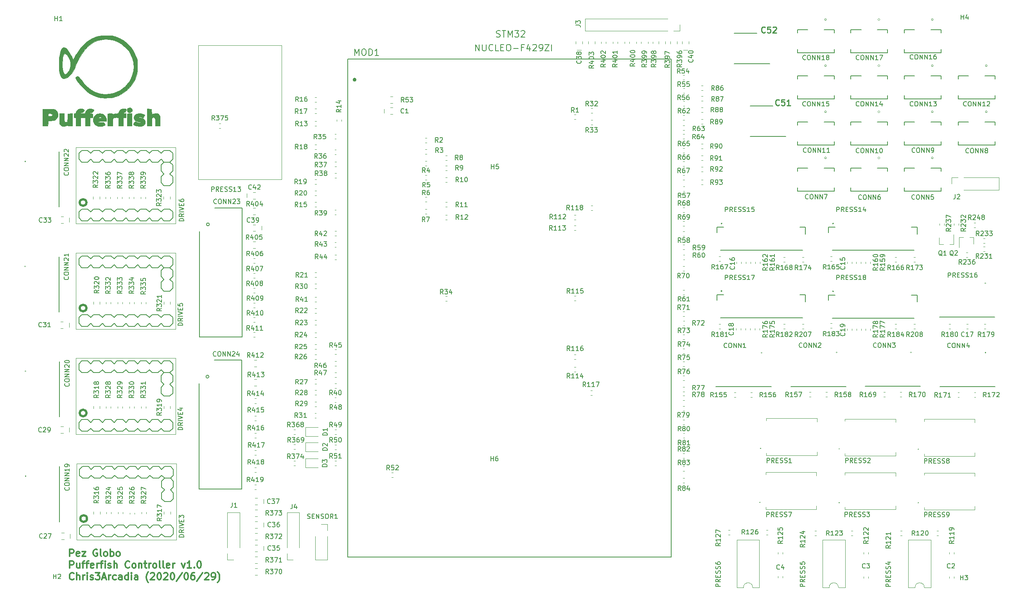
<source format=gbr>
G04 #@! TF.GenerationSoftware,KiCad,Pcbnew,(5.1.5-0-10_14)*
G04 #@! TF.CreationDate,2020-06-29T22:51:03-04:00*
G04 #@! TF.ProjectId,Pufferfish-Controller-1,50756666-6572-4666-9973-682d436f6e74,rev?*
G04 #@! TF.SameCoordinates,Original*
G04 #@! TF.FileFunction,Legend,Top*
G04 #@! TF.FilePolarity,Positive*
%FSLAX46Y46*%
G04 Gerber Fmt 4.6, Leading zero omitted, Abs format (unit mm)*
G04 Created by KiCad (PCBNEW (5.1.5-0-10_14)) date 2020-06-29 22:51:03*
%MOMM*%
%LPD*%
G04 APERTURE LIST*
%ADD10C,0.300000*%
%ADD11C,0.127000*%
%ADD12C,0.400000*%
%ADD13C,0.200000*%
%ADD14C,0.500000*%
%ADD15C,0.120000*%
%ADD16C,0.010000*%
%ADD17C,0.100000*%
%ADD18C,0.150000*%
%ADD19C,0.254000*%
G04 APERTURE END LIST*
D10*
X149777142Y-300769571D02*
X149777142Y-299269571D01*
X150348571Y-299269571D01*
X150491428Y-299341000D01*
X150562857Y-299412428D01*
X150634285Y-299555285D01*
X150634285Y-299769571D01*
X150562857Y-299912428D01*
X150491428Y-299983857D01*
X150348571Y-300055285D01*
X149777142Y-300055285D01*
X151848571Y-300698142D02*
X151705714Y-300769571D01*
X151420000Y-300769571D01*
X151277142Y-300698142D01*
X151205714Y-300555285D01*
X151205714Y-299983857D01*
X151277142Y-299841000D01*
X151420000Y-299769571D01*
X151705714Y-299769571D01*
X151848571Y-299841000D01*
X151920000Y-299983857D01*
X151920000Y-300126714D01*
X151205714Y-300269571D01*
X152420000Y-299769571D02*
X153205714Y-299769571D01*
X152420000Y-300769571D01*
X153205714Y-300769571D01*
X155705714Y-299341000D02*
X155562857Y-299269571D01*
X155348571Y-299269571D01*
X155134285Y-299341000D01*
X154991428Y-299483857D01*
X154920000Y-299626714D01*
X154848571Y-299912428D01*
X154848571Y-300126714D01*
X154920000Y-300412428D01*
X154991428Y-300555285D01*
X155134285Y-300698142D01*
X155348571Y-300769571D01*
X155491428Y-300769571D01*
X155705714Y-300698142D01*
X155777142Y-300626714D01*
X155777142Y-300126714D01*
X155491428Y-300126714D01*
X156634285Y-300769571D02*
X156491428Y-300698142D01*
X156420000Y-300555285D01*
X156420000Y-299269571D01*
X157420000Y-300769571D02*
X157277142Y-300698142D01*
X157205714Y-300626714D01*
X157134285Y-300483857D01*
X157134285Y-300055285D01*
X157205714Y-299912428D01*
X157277142Y-299841000D01*
X157420000Y-299769571D01*
X157634285Y-299769571D01*
X157777142Y-299841000D01*
X157848571Y-299912428D01*
X157920000Y-300055285D01*
X157920000Y-300483857D01*
X157848571Y-300626714D01*
X157777142Y-300698142D01*
X157634285Y-300769571D01*
X157420000Y-300769571D01*
X158562857Y-300769571D02*
X158562857Y-299269571D01*
X158562857Y-299841000D02*
X158705714Y-299769571D01*
X158991428Y-299769571D01*
X159134285Y-299841000D01*
X159205714Y-299912428D01*
X159277142Y-300055285D01*
X159277142Y-300483857D01*
X159205714Y-300626714D01*
X159134285Y-300698142D01*
X158991428Y-300769571D01*
X158705714Y-300769571D01*
X158562857Y-300698142D01*
X160134285Y-300769571D02*
X159991428Y-300698142D01*
X159920000Y-300626714D01*
X159848571Y-300483857D01*
X159848571Y-300055285D01*
X159920000Y-299912428D01*
X159991428Y-299841000D01*
X160134285Y-299769571D01*
X160348571Y-299769571D01*
X160491428Y-299841000D01*
X160562857Y-299912428D01*
X160634285Y-300055285D01*
X160634285Y-300483857D01*
X160562857Y-300626714D01*
X160491428Y-300698142D01*
X160348571Y-300769571D01*
X160134285Y-300769571D01*
X149777142Y-303319571D02*
X149777142Y-301819571D01*
X150348571Y-301819571D01*
X150491428Y-301891000D01*
X150562857Y-301962428D01*
X150634285Y-302105285D01*
X150634285Y-302319571D01*
X150562857Y-302462428D01*
X150491428Y-302533857D01*
X150348571Y-302605285D01*
X149777142Y-302605285D01*
X151920000Y-302319571D02*
X151920000Y-303319571D01*
X151277142Y-302319571D02*
X151277142Y-303105285D01*
X151348571Y-303248142D01*
X151491428Y-303319571D01*
X151705714Y-303319571D01*
X151848571Y-303248142D01*
X151920000Y-303176714D01*
X152420000Y-302319571D02*
X152991428Y-302319571D01*
X152634285Y-303319571D02*
X152634285Y-302033857D01*
X152705714Y-301891000D01*
X152848571Y-301819571D01*
X152991428Y-301819571D01*
X153277142Y-302319571D02*
X153848571Y-302319571D01*
X153491428Y-303319571D02*
X153491428Y-302033857D01*
X153562857Y-301891000D01*
X153705714Y-301819571D01*
X153848571Y-301819571D01*
X154920000Y-303248142D02*
X154777142Y-303319571D01*
X154491428Y-303319571D01*
X154348571Y-303248142D01*
X154277142Y-303105285D01*
X154277142Y-302533857D01*
X154348571Y-302391000D01*
X154491428Y-302319571D01*
X154777142Y-302319571D01*
X154920000Y-302391000D01*
X154991428Y-302533857D01*
X154991428Y-302676714D01*
X154277142Y-302819571D01*
X155634285Y-303319571D02*
X155634285Y-302319571D01*
X155634285Y-302605285D02*
X155705714Y-302462428D01*
X155777142Y-302391000D01*
X155920000Y-302319571D01*
X156062857Y-302319571D01*
X156348571Y-302319571D02*
X156920000Y-302319571D01*
X156562857Y-303319571D02*
X156562857Y-302033857D01*
X156634285Y-301891000D01*
X156777142Y-301819571D01*
X156920000Y-301819571D01*
X157420000Y-303319571D02*
X157420000Y-302319571D01*
X157420000Y-301819571D02*
X157348571Y-301891000D01*
X157420000Y-301962428D01*
X157491428Y-301891000D01*
X157420000Y-301819571D01*
X157420000Y-301962428D01*
X158062857Y-303248142D02*
X158205714Y-303319571D01*
X158491428Y-303319571D01*
X158634285Y-303248142D01*
X158705714Y-303105285D01*
X158705714Y-303033857D01*
X158634285Y-302891000D01*
X158491428Y-302819571D01*
X158277142Y-302819571D01*
X158134285Y-302748142D01*
X158062857Y-302605285D01*
X158062857Y-302533857D01*
X158134285Y-302391000D01*
X158277142Y-302319571D01*
X158491428Y-302319571D01*
X158634285Y-302391000D01*
X159348571Y-303319571D02*
X159348571Y-301819571D01*
X159991428Y-303319571D02*
X159991428Y-302533857D01*
X159920000Y-302391000D01*
X159777142Y-302319571D01*
X159562857Y-302319571D01*
X159420000Y-302391000D01*
X159348571Y-302462428D01*
X162705714Y-303176714D02*
X162634285Y-303248142D01*
X162420000Y-303319571D01*
X162277142Y-303319571D01*
X162062857Y-303248142D01*
X161920000Y-303105285D01*
X161848571Y-302962428D01*
X161777142Y-302676714D01*
X161777142Y-302462428D01*
X161848571Y-302176714D01*
X161920000Y-302033857D01*
X162062857Y-301891000D01*
X162277142Y-301819571D01*
X162420000Y-301819571D01*
X162634285Y-301891000D01*
X162705714Y-301962428D01*
X163562857Y-303319571D02*
X163420000Y-303248142D01*
X163348571Y-303176714D01*
X163277142Y-303033857D01*
X163277142Y-302605285D01*
X163348571Y-302462428D01*
X163420000Y-302391000D01*
X163562857Y-302319571D01*
X163777142Y-302319571D01*
X163920000Y-302391000D01*
X163991428Y-302462428D01*
X164062857Y-302605285D01*
X164062857Y-303033857D01*
X163991428Y-303176714D01*
X163920000Y-303248142D01*
X163777142Y-303319571D01*
X163562857Y-303319571D01*
X164705714Y-302319571D02*
X164705714Y-303319571D01*
X164705714Y-302462428D02*
X164777142Y-302391000D01*
X164920000Y-302319571D01*
X165134285Y-302319571D01*
X165277142Y-302391000D01*
X165348571Y-302533857D01*
X165348571Y-303319571D01*
X165848571Y-302319571D02*
X166420000Y-302319571D01*
X166062857Y-301819571D02*
X166062857Y-303105285D01*
X166134285Y-303248142D01*
X166277142Y-303319571D01*
X166420000Y-303319571D01*
X166920000Y-303319571D02*
X166920000Y-302319571D01*
X166920000Y-302605285D02*
X166991428Y-302462428D01*
X167062857Y-302391000D01*
X167205714Y-302319571D01*
X167348571Y-302319571D01*
X168062857Y-303319571D02*
X167920000Y-303248142D01*
X167848571Y-303176714D01*
X167777142Y-303033857D01*
X167777142Y-302605285D01*
X167848571Y-302462428D01*
X167920000Y-302391000D01*
X168062857Y-302319571D01*
X168277142Y-302319571D01*
X168420000Y-302391000D01*
X168491428Y-302462428D01*
X168562857Y-302605285D01*
X168562857Y-303033857D01*
X168491428Y-303176714D01*
X168420000Y-303248142D01*
X168277142Y-303319571D01*
X168062857Y-303319571D01*
X169420000Y-303319571D02*
X169277142Y-303248142D01*
X169205714Y-303105285D01*
X169205714Y-301819571D01*
X170205714Y-303319571D02*
X170062857Y-303248142D01*
X169991428Y-303105285D01*
X169991428Y-301819571D01*
X171348571Y-303248142D02*
X171205714Y-303319571D01*
X170920000Y-303319571D01*
X170777142Y-303248142D01*
X170705714Y-303105285D01*
X170705714Y-302533857D01*
X170777142Y-302391000D01*
X170920000Y-302319571D01*
X171205714Y-302319571D01*
X171348571Y-302391000D01*
X171420000Y-302533857D01*
X171420000Y-302676714D01*
X170705714Y-302819571D01*
X172062857Y-303319571D02*
X172062857Y-302319571D01*
X172062857Y-302605285D02*
X172134285Y-302462428D01*
X172205714Y-302391000D01*
X172348571Y-302319571D01*
X172491428Y-302319571D01*
X173991428Y-302319571D02*
X174348571Y-303319571D01*
X174705714Y-302319571D01*
X176062857Y-303319571D02*
X175205714Y-303319571D01*
X175634285Y-303319571D02*
X175634285Y-301819571D01*
X175491428Y-302033857D01*
X175348571Y-302176714D01*
X175205714Y-302248142D01*
X176705714Y-303176714D02*
X176777142Y-303248142D01*
X176705714Y-303319571D01*
X176634285Y-303248142D01*
X176705714Y-303176714D01*
X176705714Y-303319571D01*
X177705714Y-301819571D02*
X177848571Y-301819571D01*
X177991428Y-301891000D01*
X178062857Y-301962428D01*
X178134285Y-302105285D01*
X178205714Y-302391000D01*
X178205714Y-302748142D01*
X178134285Y-303033857D01*
X178062857Y-303176714D01*
X177991428Y-303248142D01*
X177848571Y-303319571D01*
X177705714Y-303319571D01*
X177562857Y-303248142D01*
X177491428Y-303176714D01*
X177420000Y-303033857D01*
X177348571Y-302748142D01*
X177348571Y-302391000D01*
X177420000Y-302105285D01*
X177491428Y-301962428D01*
X177562857Y-301891000D01*
X177705714Y-301819571D01*
X150634285Y-305726714D02*
X150562857Y-305798142D01*
X150348571Y-305869571D01*
X150205714Y-305869571D01*
X149991428Y-305798142D01*
X149848571Y-305655285D01*
X149777142Y-305512428D01*
X149705714Y-305226714D01*
X149705714Y-305012428D01*
X149777142Y-304726714D01*
X149848571Y-304583857D01*
X149991428Y-304441000D01*
X150205714Y-304369571D01*
X150348571Y-304369571D01*
X150562857Y-304441000D01*
X150634285Y-304512428D01*
X151277142Y-305869571D02*
X151277142Y-304369571D01*
X151920000Y-305869571D02*
X151920000Y-305083857D01*
X151848571Y-304941000D01*
X151705714Y-304869571D01*
X151491428Y-304869571D01*
X151348571Y-304941000D01*
X151277142Y-305012428D01*
X152634285Y-305869571D02*
X152634285Y-304869571D01*
X152634285Y-305155285D02*
X152705714Y-305012428D01*
X152777142Y-304941000D01*
X152920000Y-304869571D01*
X153062857Y-304869571D01*
X153562857Y-305869571D02*
X153562857Y-304869571D01*
X153562857Y-304369571D02*
X153491428Y-304441000D01*
X153562857Y-304512428D01*
X153634285Y-304441000D01*
X153562857Y-304369571D01*
X153562857Y-304512428D01*
X154205714Y-305798142D02*
X154348571Y-305869571D01*
X154634285Y-305869571D01*
X154777142Y-305798142D01*
X154848571Y-305655285D01*
X154848571Y-305583857D01*
X154777142Y-305441000D01*
X154634285Y-305369571D01*
X154420000Y-305369571D01*
X154277142Y-305298142D01*
X154205714Y-305155285D01*
X154205714Y-305083857D01*
X154277142Y-304941000D01*
X154420000Y-304869571D01*
X154634285Y-304869571D01*
X154777142Y-304941000D01*
X155348571Y-304369571D02*
X156277142Y-304369571D01*
X155777142Y-304941000D01*
X155991428Y-304941000D01*
X156134285Y-305012428D01*
X156205714Y-305083857D01*
X156277142Y-305226714D01*
X156277142Y-305583857D01*
X156205714Y-305726714D01*
X156134285Y-305798142D01*
X155991428Y-305869571D01*
X155562857Y-305869571D01*
X155420000Y-305798142D01*
X155348571Y-305726714D01*
X156848571Y-305441000D02*
X157562857Y-305441000D01*
X156705714Y-305869571D02*
X157205714Y-304369571D01*
X157705714Y-305869571D01*
X158205714Y-305869571D02*
X158205714Y-304869571D01*
X158205714Y-305155285D02*
X158277142Y-305012428D01*
X158348571Y-304941000D01*
X158491428Y-304869571D01*
X158634285Y-304869571D01*
X159777142Y-305798142D02*
X159634285Y-305869571D01*
X159348571Y-305869571D01*
X159205714Y-305798142D01*
X159134285Y-305726714D01*
X159062857Y-305583857D01*
X159062857Y-305155285D01*
X159134285Y-305012428D01*
X159205714Y-304941000D01*
X159348571Y-304869571D01*
X159634285Y-304869571D01*
X159777142Y-304941000D01*
X161062857Y-305869571D02*
X161062857Y-305083857D01*
X160991428Y-304941000D01*
X160848571Y-304869571D01*
X160562857Y-304869571D01*
X160420000Y-304941000D01*
X161062857Y-305798142D02*
X160920000Y-305869571D01*
X160562857Y-305869571D01*
X160420000Y-305798142D01*
X160348571Y-305655285D01*
X160348571Y-305512428D01*
X160420000Y-305369571D01*
X160562857Y-305298142D01*
X160920000Y-305298142D01*
X161062857Y-305226714D01*
X162420000Y-305869571D02*
X162420000Y-304369571D01*
X162420000Y-305798142D02*
X162277142Y-305869571D01*
X161991428Y-305869571D01*
X161848571Y-305798142D01*
X161777142Y-305726714D01*
X161705714Y-305583857D01*
X161705714Y-305155285D01*
X161777142Y-305012428D01*
X161848571Y-304941000D01*
X161991428Y-304869571D01*
X162277142Y-304869571D01*
X162420000Y-304941000D01*
X163134285Y-305869571D02*
X163134285Y-304869571D01*
X163134285Y-304369571D02*
X163062857Y-304441000D01*
X163134285Y-304512428D01*
X163205714Y-304441000D01*
X163134285Y-304369571D01*
X163134285Y-304512428D01*
X164491428Y-305869571D02*
X164491428Y-305083857D01*
X164420000Y-304941000D01*
X164277142Y-304869571D01*
X163991428Y-304869571D01*
X163848571Y-304941000D01*
X164491428Y-305798142D02*
X164348571Y-305869571D01*
X163991428Y-305869571D01*
X163848571Y-305798142D01*
X163777142Y-305655285D01*
X163777142Y-305512428D01*
X163848571Y-305369571D01*
X163991428Y-305298142D01*
X164348571Y-305298142D01*
X164491428Y-305226714D01*
X166777142Y-306441000D02*
X166705714Y-306369571D01*
X166562857Y-306155285D01*
X166491428Y-306012428D01*
X166420000Y-305798142D01*
X166348571Y-305441000D01*
X166348571Y-305155285D01*
X166420000Y-304798142D01*
X166491428Y-304583857D01*
X166562857Y-304441000D01*
X166705714Y-304226714D01*
X166777142Y-304155285D01*
X167277142Y-304512428D02*
X167348571Y-304441000D01*
X167491428Y-304369571D01*
X167848571Y-304369571D01*
X167991428Y-304441000D01*
X168062857Y-304512428D01*
X168134285Y-304655285D01*
X168134285Y-304798142D01*
X168062857Y-305012428D01*
X167205714Y-305869571D01*
X168134285Y-305869571D01*
X169062857Y-304369571D02*
X169205714Y-304369571D01*
X169348571Y-304441000D01*
X169420000Y-304512428D01*
X169491428Y-304655285D01*
X169562857Y-304941000D01*
X169562857Y-305298142D01*
X169491428Y-305583857D01*
X169420000Y-305726714D01*
X169348571Y-305798142D01*
X169205714Y-305869571D01*
X169062857Y-305869571D01*
X168920000Y-305798142D01*
X168848571Y-305726714D01*
X168777142Y-305583857D01*
X168705714Y-305298142D01*
X168705714Y-304941000D01*
X168777142Y-304655285D01*
X168848571Y-304512428D01*
X168920000Y-304441000D01*
X169062857Y-304369571D01*
X170134285Y-304512428D02*
X170205714Y-304441000D01*
X170348571Y-304369571D01*
X170705714Y-304369571D01*
X170848571Y-304441000D01*
X170920000Y-304512428D01*
X170991428Y-304655285D01*
X170991428Y-304798142D01*
X170920000Y-305012428D01*
X170062857Y-305869571D01*
X170991428Y-305869571D01*
X171920000Y-304369571D02*
X172062857Y-304369571D01*
X172205714Y-304441000D01*
X172277142Y-304512428D01*
X172348571Y-304655285D01*
X172420000Y-304941000D01*
X172420000Y-305298142D01*
X172348571Y-305583857D01*
X172277142Y-305726714D01*
X172205714Y-305798142D01*
X172062857Y-305869571D01*
X171920000Y-305869571D01*
X171777142Y-305798142D01*
X171705714Y-305726714D01*
X171634285Y-305583857D01*
X171562857Y-305298142D01*
X171562857Y-304941000D01*
X171634285Y-304655285D01*
X171705714Y-304512428D01*
X171777142Y-304441000D01*
X171920000Y-304369571D01*
X174134285Y-304298142D02*
X172848571Y-306226714D01*
X174920000Y-304369571D02*
X175062857Y-304369571D01*
X175205714Y-304441000D01*
X175277142Y-304512428D01*
X175348571Y-304655285D01*
X175420000Y-304941000D01*
X175420000Y-305298142D01*
X175348571Y-305583857D01*
X175277142Y-305726714D01*
X175205714Y-305798142D01*
X175062857Y-305869571D01*
X174920000Y-305869571D01*
X174777142Y-305798142D01*
X174705714Y-305726714D01*
X174634285Y-305583857D01*
X174562857Y-305298142D01*
X174562857Y-304941000D01*
X174634285Y-304655285D01*
X174705714Y-304512428D01*
X174777142Y-304441000D01*
X174920000Y-304369571D01*
X176705714Y-304369571D02*
X176420000Y-304369571D01*
X176277142Y-304441000D01*
X176205714Y-304512428D01*
X176062857Y-304726714D01*
X175991428Y-305012428D01*
X175991428Y-305583857D01*
X176062857Y-305726714D01*
X176134285Y-305798142D01*
X176277142Y-305869571D01*
X176562857Y-305869571D01*
X176705714Y-305798142D01*
X176777142Y-305726714D01*
X176848571Y-305583857D01*
X176848571Y-305226714D01*
X176777142Y-305083857D01*
X176705714Y-305012428D01*
X176562857Y-304941000D01*
X176277142Y-304941000D01*
X176134285Y-305012428D01*
X176062857Y-305083857D01*
X175991428Y-305226714D01*
X178562857Y-304298142D02*
X177277142Y-306226714D01*
X178991428Y-304512428D02*
X179062857Y-304441000D01*
X179205714Y-304369571D01*
X179562857Y-304369571D01*
X179705714Y-304441000D01*
X179777142Y-304512428D01*
X179848571Y-304655285D01*
X179848571Y-304798142D01*
X179777142Y-305012428D01*
X178920000Y-305869571D01*
X179848571Y-305869571D01*
X180562857Y-305869571D02*
X180848571Y-305869571D01*
X180991428Y-305798142D01*
X181062857Y-305726714D01*
X181205714Y-305512428D01*
X181277142Y-305226714D01*
X181277142Y-304655285D01*
X181205714Y-304512428D01*
X181134285Y-304441000D01*
X180991428Y-304369571D01*
X180705714Y-304369571D01*
X180562857Y-304441000D01*
X180491428Y-304512428D01*
X180420000Y-304655285D01*
X180420000Y-305012428D01*
X180491428Y-305155285D01*
X180562857Y-305226714D01*
X180705714Y-305298142D01*
X180991428Y-305298142D01*
X181134285Y-305226714D01*
X181205714Y-305155285D01*
X181277142Y-305012428D01*
X181777142Y-306441000D02*
X181848571Y-306369571D01*
X181991428Y-306155285D01*
X182062857Y-306012428D01*
X182134285Y-305798142D01*
X182205714Y-305441000D01*
X182205714Y-305155285D01*
X182134285Y-304798142D01*
X182062857Y-304583857D01*
X181991428Y-304441000D01*
X181848571Y-304226714D01*
X181777142Y-304155285D01*
D11*
X209958000Y-300909000D02*
X209958000Y-193069000D01*
X209958000Y-193069000D02*
X279958000Y-193069000D01*
X279958000Y-193069000D02*
X279958000Y-300909000D01*
X279958000Y-300909000D02*
X209958000Y-300909000D01*
D12*
X211622000Y-197551500D02*
G75*
G03X211622000Y-197551500I-200000J0D01*
G01*
D13*
X298512500Y-187517500D02*
X293562500Y-187517500D01*
X301262500Y-194117500D02*
X293562500Y-194117500D01*
X302005000Y-203202000D02*
X297055000Y-203202000D01*
X304755000Y-209802000D02*
X297055000Y-209802000D01*
D14*
X153372420Y-269748000D02*
G75*
G03X153372420Y-269748000I-718420J0D01*
G01*
D15*
X151130000Y-274320000D02*
X151130000Y-257810000D01*
X172720000Y-274320000D02*
X151130000Y-274320000D01*
X172720000Y-257810000D02*
X172720000Y-274320000D01*
X151130000Y-257810000D02*
X172720000Y-257810000D01*
D11*
X172085000Y-262890000D02*
X172085000Y-261620000D01*
X170180000Y-263525000D02*
X169545000Y-264160000D01*
X169545000Y-265430000D02*
X170180000Y-266065000D01*
X169545000Y-261620000D02*
X170180000Y-260985000D01*
X171450000Y-266065000D02*
X172085000Y-265430000D01*
X169545000Y-264160000D02*
X169545000Y-265430000D01*
X169545000Y-262890000D02*
X170180000Y-263525000D01*
X170180000Y-266065000D02*
X171450000Y-266065000D01*
X170180000Y-260985000D02*
X171450000Y-260985000D01*
X172085000Y-264160000D02*
X171450000Y-263525000D01*
X171450000Y-260985000D02*
X172085000Y-261620000D01*
X171450000Y-263525000D02*
X172085000Y-262890000D01*
X169545000Y-261620000D02*
X169545000Y-262890000D01*
X172085000Y-265430000D02*
X172085000Y-264160000D01*
X151765000Y-260350000D02*
X151765000Y-259080000D01*
X167005000Y-259080000D02*
X166370000Y-258445000D01*
X154305000Y-260350000D02*
X154940000Y-260985000D01*
X154940000Y-258445000D02*
X154305000Y-259080000D01*
X156845000Y-260350000D02*
X157480000Y-260985000D01*
X160020000Y-260985000D02*
X161290000Y-260985000D01*
X160020000Y-260985000D02*
X159385000Y-260350000D01*
X154940000Y-260985000D02*
X156210000Y-260985000D01*
X161925000Y-259080000D02*
X161290000Y-258445000D01*
X152400000Y-260985000D02*
X153670000Y-260985000D01*
X156845000Y-259080000D02*
X156210000Y-258445000D01*
X151765000Y-259080000D02*
X152400000Y-258445000D01*
X159385000Y-259080000D02*
X158750000Y-258445000D01*
X161290000Y-260985000D02*
X161925000Y-260350000D01*
X153670000Y-260985000D02*
X154305000Y-260350000D01*
X153670000Y-258445000D02*
X152400000Y-258445000D01*
X157480000Y-260985000D02*
X158750000Y-260985000D01*
X158750000Y-258445000D02*
X157480000Y-258445000D01*
X157480000Y-258445000D02*
X156845000Y-259080000D01*
X161290000Y-258445000D02*
X160020000Y-258445000D01*
X162560000Y-260985000D02*
X163830000Y-260985000D01*
X166370000Y-260985000D02*
X167005000Y-260350000D01*
X166370000Y-258445000D02*
X165100000Y-258445000D01*
X154305000Y-259080000D02*
X153670000Y-258445000D01*
X156210000Y-258445000D02*
X154940000Y-258445000D01*
X159385000Y-259080000D02*
X160020000Y-258445000D01*
X163830000Y-260985000D02*
X164465000Y-260350000D01*
X164465000Y-260350000D02*
X165100000Y-260985000D01*
X158750000Y-260985000D02*
X159385000Y-260350000D01*
X165100000Y-260985000D02*
X166370000Y-260985000D01*
X165100000Y-258445000D02*
X164465000Y-259080000D01*
X152400000Y-260985000D02*
X151765000Y-260350000D01*
X162560000Y-260985000D02*
X161925000Y-260350000D01*
X164465000Y-259080000D02*
X163830000Y-258445000D01*
X161925000Y-259080000D02*
X162560000Y-258445000D01*
X156210000Y-260985000D02*
X156845000Y-260350000D01*
X167640000Y-258445000D02*
X167005000Y-259080000D01*
X170180000Y-260985000D02*
X171450000Y-260985000D01*
X168910000Y-260985000D02*
X169545000Y-260350000D01*
X168910000Y-258445000D02*
X167640000Y-258445000D01*
X172085000Y-259080000D02*
X171450000Y-258445000D01*
X169545000Y-259080000D02*
X170180000Y-258445000D01*
X171450000Y-260985000D02*
X172085000Y-260350000D01*
X171450000Y-258445000D02*
X170180000Y-258445000D01*
X167640000Y-260985000D02*
X168910000Y-260985000D01*
X167005000Y-260350000D02*
X167640000Y-260985000D01*
X170180000Y-260985000D02*
X169545000Y-260350000D01*
X163830000Y-258445000D02*
X162560000Y-258445000D01*
X172085000Y-260350000D02*
X172085000Y-259080000D01*
X169545000Y-259080000D02*
X168910000Y-258445000D01*
X156845000Y-273050000D02*
X157480000Y-273685000D01*
X152400000Y-273685000D02*
X153670000Y-273685000D01*
X156845000Y-271780000D02*
X156210000Y-271145000D01*
X161290000Y-271145000D02*
X160020000Y-271145000D01*
X153670000Y-273685000D02*
X154305000Y-273050000D01*
X160020000Y-273685000D02*
X159385000Y-273050000D01*
X162560000Y-273685000D02*
X163830000Y-273685000D01*
X159385000Y-271780000D02*
X160020000Y-271145000D01*
X163830000Y-273685000D02*
X164465000Y-273050000D01*
X166370000Y-273685000D02*
X167005000Y-273050000D01*
X165100000Y-273685000D02*
X166370000Y-273685000D01*
X165100000Y-271145000D02*
X164465000Y-271780000D01*
X162560000Y-273685000D02*
X161925000Y-273050000D01*
X170180000Y-273685000D02*
X171450000Y-273685000D01*
X158750000Y-273685000D02*
X159385000Y-273050000D01*
X161290000Y-273685000D02*
X161925000Y-273050000D01*
X168910000Y-271145000D02*
X167640000Y-271145000D01*
X166370000Y-271145000D02*
X165100000Y-271145000D01*
X172085000Y-271780000D02*
X171450000Y-271145000D01*
X169545000Y-271780000D02*
X170180000Y-271145000D01*
X171450000Y-271145000D02*
X170180000Y-271145000D01*
X167640000Y-273685000D02*
X168910000Y-273685000D01*
X167005000Y-273050000D02*
X167640000Y-273685000D01*
X170180000Y-273685000D02*
X169545000Y-273050000D01*
X163830000Y-271145000D02*
X162560000Y-271145000D01*
X156210000Y-273685000D02*
X156845000Y-273050000D01*
X157480000Y-271145000D02*
X156845000Y-271780000D01*
X168910000Y-273685000D02*
X169545000Y-273050000D01*
X172085000Y-273050000D02*
X172085000Y-271780000D01*
X169545000Y-271780000D02*
X168910000Y-271145000D01*
X154940000Y-273685000D02*
X156210000Y-273685000D01*
X160020000Y-273685000D02*
X161290000Y-273685000D01*
X154940000Y-271145000D02*
X154305000Y-271780000D01*
X159385000Y-271780000D02*
X158750000Y-271145000D01*
X156210000Y-271145000D02*
X154940000Y-271145000D01*
X153670000Y-271145000D02*
X152400000Y-271145000D01*
X154305000Y-271780000D02*
X153670000Y-271145000D01*
X152400000Y-273685000D02*
X151765000Y-273050000D01*
X164465000Y-271780000D02*
X163830000Y-271145000D01*
X161925000Y-271780000D02*
X162560000Y-271145000D01*
X167640000Y-271145000D02*
X167005000Y-271780000D01*
X164465000Y-273050000D02*
X165100000Y-273685000D01*
X161925000Y-271780000D02*
X161290000Y-271145000D01*
X158750000Y-271145000D02*
X157480000Y-271145000D01*
X171450000Y-273685000D02*
X172085000Y-273050000D01*
X151765000Y-271780000D02*
X152400000Y-271145000D01*
X167005000Y-271780000D02*
X166370000Y-271145000D01*
X157480000Y-273685000D02*
X158750000Y-273685000D01*
X151765000Y-273050000D02*
X151765000Y-271780000D01*
X154305000Y-273050000D02*
X154940000Y-273685000D01*
D14*
X153372420Y-224155000D02*
G75*
G03X153372420Y-224155000I-718420J0D01*
G01*
D15*
X151130000Y-228727000D02*
X151130000Y-212217000D01*
X172720000Y-228727000D02*
X151130000Y-228727000D01*
X172720000Y-212217000D02*
X172720000Y-228727000D01*
X151130000Y-212217000D02*
X172720000Y-212217000D01*
D11*
X172085000Y-217297000D02*
X172085000Y-216027000D01*
X170180000Y-217932000D02*
X169545000Y-218567000D01*
X169545000Y-219837000D02*
X170180000Y-220472000D01*
X169545000Y-216027000D02*
X170180000Y-215392000D01*
X171450000Y-220472000D02*
X172085000Y-219837000D01*
X169545000Y-218567000D02*
X169545000Y-219837000D01*
X169545000Y-217297000D02*
X170180000Y-217932000D01*
X170180000Y-220472000D02*
X171450000Y-220472000D01*
X170180000Y-215392000D02*
X171450000Y-215392000D01*
X172085000Y-218567000D02*
X171450000Y-217932000D01*
X171450000Y-215392000D02*
X172085000Y-216027000D01*
X171450000Y-217932000D02*
X172085000Y-217297000D01*
X169545000Y-216027000D02*
X169545000Y-217297000D01*
X172085000Y-219837000D02*
X172085000Y-218567000D01*
X151765000Y-214757000D02*
X151765000Y-213487000D01*
X167005000Y-213487000D02*
X166370000Y-212852000D01*
X154305000Y-214757000D02*
X154940000Y-215392000D01*
X154940000Y-212852000D02*
X154305000Y-213487000D01*
X156845000Y-214757000D02*
X157480000Y-215392000D01*
X160020000Y-215392000D02*
X161290000Y-215392000D01*
X160020000Y-215392000D02*
X159385000Y-214757000D01*
X154940000Y-215392000D02*
X156210000Y-215392000D01*
X161925000Y-213487000D02*
X161290000Y-212852000D01*
X152400000Y-215392000D02*
X153670000Y-215392000D01*
X156845000Y-213487000D02*
X156210000Y-212852000D01*
X151765000Y-213487000D02*
X152400000Y-212852000D01*
X159385000Y-213487000D02*
X158750000Y-212852000D01*
X161290000Y-215392000D02*
X161925000Y-214757000D01*
X153670000Y-215392000D02*
X154305000Y-214757000D01*
X153670000Y-212852000D02*
X152400000Y-212852000D01*
X157480000Y-215392000D02*
X158750000Y-215392000D01*
X158750000Y-212852000D02*
X157480000Y-212852000D01*
X157480000Y-212852000D02*
X156845000Y-213487000D01*
X161290000Y-212852000D02*
X160020000Y-212852000D01*
X162560000Y-215392000D02*
X163830000Y-215392000D01*
X166370000Y-215392000D02*
X167005000Y-214757000D01*
X166370000Y-212852000D02*
X165100000Y-212852000D01*
X154305000Y-213487000D02*
X153670000Y-212852000D01*
X156210000Y-212852000D02*
X154940000Y-212852000D01*
X159385000Y-213487000D02*
X160020000Y-212852000D01*
X163830000Y-215392000D02*
X164465000Y-214757000D01*
X164465000Y-214757000D02*
X165100000Y-215392000D01*
X158750000Y-215392000D02*
X159385000Y-214757000D01*
X165100000Y-215392000D02*
X166370000Y-215392000D01*
X165100000Y-212852000D02*
X164465000Y-213487000D01*
X152400000Y-215392000D02*
X151765000Y-214757000D01*
X162560000Y-215392000D02*
X161925000Y-214757000D01*
X164465000Y-213487000D02*
X163830000Y-212852000D01*
X161925000Y-213487000D02*
X162560000Y-212852000D01*
X156210000Y-215392000D02*
X156845000Y-214757000D01*
X167640000Y-212852000D02*
X167005000Y-213487000D01*
X170180000Y-215392000D02*
X171450000Y-215392000D01*
X168910000Y-215392000D02*
X169545000Y-214757000D01*
X168910000Y-212852000D02*
X167640000Y-212852000D01*
X172085000Y-213487000D02*
X171450000Y-212852000D01*
X169545000Y-213487000D02*
X170180000Y-212852000D01*
X171450000Y-215392000D02*
X172085000Y-214757000D01*
X171450000Y-212852000D02*
X170180000Y-212852000D01*
X167640000Y-215392000D02*
X168910000Y-215392000D01*
X167005000Y-214757000D02*
X167640000Y-215392000D01*
X170180000Y-215392000D02*
X169545000Y-214757000D01*
X163830000Y-212852000D02*
X162560000Y-212852000D01*
X172085000Y-214757000D02*
X172085000Y-213487000D01*
X169545000Y-213487000D02*
X168910000Y-212852000D01*
X156845000Y-227457000D02*
X157480000Y-228092000D01*
X152400000Y-228092000D02*
X153670000Y-228092000D01*
X156845000Y-226187000D02*
X156210000Y-225552000D01*
X161290000Y-225552000D02*
X160020000Y-225552000D01*
X153670000Y-228092000D02*
X154305000Y-227457000D01*
X160020000Y-228092000D02*
X159385000Y-227457000D01*
X162560000Y-228092000D02*
X163830000Y-228092000D01*
X159385000Y-226187000D02*
X160020000Y-225552000D01*
X163830000Y-228092000D02*
X164465000Y-227457000D01*
X166370000Y-228092000D02*
X167005000Y-227457000D01*
X165100000Y-228092000D02*
X166370000Y-228092000D01*
X165100000Y-225552000D02*
X164465000Y-226187000D01*
X162560000Y-228092000D02*
X161925000Y-227457000D01*
X170180000Y-228092000D02*
X171450000Y-228092000D01*
X158750000Y-228092000D02*
X159385000Y-227457000D01*
X161290000Y-228092000D02*
X161925000Y-227457000D01*
X168910000Y-225552000D02*
X167640000Y-225552000D01*
X166370000Y-225552000D02*
X165100000Y-225552000D01*
X172085000Y-226187000D02*
X171450000Y-225552000D01*
X169545000Y-226187000D02*
X170180000Y-225552000D01*
X171450000Y-225552000D02*
X170180000Y-225552000D01*
X167640000Y-228092000D02*
X168910000Y-228092000D01*
X167005000Y-227457000D02*
X167640000Y-228092000D01*
X170180000Y-228092000D02*
X169545000Y-227457000D01*
X163830000Y-225552000D02*
X162560000Y-225552000D01*
X156210000Y-228092000D02*
X156845000Y-227457000D01*
X157480000Y-225552000D02*
X156845000Y-226187000D01*
X168910000Y-228092000D02*
X169545000Y-227457000D01*
X172085000Y-227457000D02*
X172085000Y-226187000D01*
X169545000Y-226187000D02*
X168910000Y-225552000D01*
X154940000Y-228092000D02*
X156210000Y-228092000D01*
X160020000Y-228092000D02*
X161290000Y-228092000D01*
X154940000Y-225552000D02*
X154305000Y-226187000D01*
X159385000Y-226187000D02*
X158750000Y-225552000D01*
X156210000Y-225552000D02*
X154940000Y-225552000D01*
X153670000Y-225552000D02*
X152400000Y-225552000D01*
X154305000Y-226187000D02*
X153670000Y-225552000D01*
X152400000Y-228092000D02*
X151765000Y-227457000D01*
X164465000Y-226187000D02*
X163830000Y-225552000D01*
X161925000Y-226187000D02*
X162560000Y-225552000D01*
X167640000Y-225552000D02*
X167005000Y-226187000D01*
X164465000Y-227457000D02*
X165100000Y-228092000D01*
X161925000Y-226187000D02*
X161290000Y-225552000D01*
X158750000Y-225552000D02*
X157480000Y-225552000D01*
X171450000Y-228092000D02*
X172085000Y-227457000D01*
X151765000Y-226187000D02*
X152400000Y-225552000D01*
X167005000Y-226187000D02*
X166370000Y-225552000D01*
X157480000Y-228092000D02*
X158750000Y-228092000D01*
X151765000Y-227457000D02*
X151765000Y-226187000D01*
X154305000Y-227457000D02*
X154940000Y-228092000D01*
D14*
X153372420Y-247015000D02*
G75*
G03X153372420Y-247015000I-718420J0D01*
G01*
D15*
X151130000Y-251587000D02*
X151130000Y-235077000D01*
X172720000Y-251587000D02*
X151130000Y-251587000D01*
X172720000Y-235077000D02*
X172720000Y-251587000D01*
X151130000Y-235077000D02*
X172720000Y-235077000D01*
D11*
X172085000Y-240157000D02*
X172085000Y-238887000D01*
X170180000Y-240792000D02*
X169545000Y-241427000D01*
X169545000Y-242697000D02*
X170180000Y-243332000D01*
X169545000Y-238887000D02*
X170180000Y-238252000D01*
X171450000Y-243332000D02*
X172085000Y-242697000D01*
X169545000Y-241427000D02*
X169545000Y-242697000D01*
X169545000Y-240157000D02*
X170180000Y-240792000D01*
X170180000Y-243332000D02*
X171450000Y-243332000D01*
X170180000Y-238252000D02*
X171450000Y-238252000D01*
X172085000Y-241427000D02*
X171450000Y-240792000D01*
X171450000Y-238252000D02*
X172085000Y-238887000D01*
X171450000Y-240792000D02*
X172085000Y-240157000D01*
X169545000Y-238887000D02*
X169545000Y-240157000D01*
X172085000Y-242697000D02*
X172085000Y-241427000D01*
X151765000Y-237617000D02*
X151765000Y-236347000D01*
X167005000Y-236347000D02*
X166370000Y-235712000D01*
X154305000Y-237617000D02*
X154940000Y-238252000D01*
X154940000Y-235712000D02*
X154305000Y-236347000D01*
X156845000Y-237617000D02*
X157480000Y-238252000D01*
X160020000Y-238252000D02*
X161290000Y-238252000D01*
X160020000Y-238252000D02*
X159385000Y-237617000D01*
X154940000Y-238252000D02*
X156210000Y-238252000D01*
X161925000Y-236347000D02*
X161290000Y-235712000D01*
X152400000Y-238252000D02*
X153670000Y-238252000D01*
X156845000Y-236347000D02*
X156210000Y-235712000D01*
X151765000Y-236347000D02*
X152400000Y-235712000D01*
X159385000Y-236347000D02*
X158750000Y-235712000D01*
X161290000Y-238252000D02*
X161925000Y-237617000D01*
X153670000Y-238252000D02*
X154305000Y-237617000D01*
X153670000Y-235712000D02*
X152400000Y-235712000D01*
X157480000Y-238252000D02*
X158750000Y-238252000D01*
X158750000Y-235712000D02*
X157480000Y-235712000D01*
X157480000Y-235712000D02*
X156845000Y-236347000D01*
X161290000Y-235712000D02*
X160020000Y-235712000D01*
X162560000Y-238252000D02*
X163830000Y-238252000D01*
X166370000Y-238252000D02*
X167005000Y-237617000D01*
X166370000Y-235712000D02*
X165100000Y-235712000D01*
X154305000Y-236347000D02*
X153670000Y-235712000D01*
X156210000Y-235712000D02*
X154940000Y-235712000D01*
X159385000Y-236347000D02*
X160020000Y-235712000D01*
X163830000Y-238252000D02*
X164465000Y-237617000D01*
X164465000Y-237617000D02*
X165100000Y-238252000D01*
X158750000Y-238252000D02*
X159385000Y-237617000D01*
X165100000Y-238252000D02*
X166370000Y-238252000D01*
X165100000Y-235712000D02*
X164465000Y-236347000D01*
X152400000Y-238252000D02*
X151765000Y-237617000D01*
X162560000Y-238252000D02*
X161925000Y-237617000D01*
X164465000Y-236347000D02*
X163830000Y-235712000D01*
X161925000Y-236347000D02*
X162560000Y-235712000D01*
X156210000Y-238252000D02*
X156845000Y-237617000D01*
X167640000Y-235712000D02*
X167005000Y-236347000D01*
X170180000Y-238252000D02*
X171450000Y-238252000D01*
X168910000Y-238252000D02*
X169545000Y-237617000D01*
X168910000Y-235712000D02*
X167640000Y-235712000D01*
X172085000Y-236347000D02*
X171450000Y-235712000D01*
X169545000Y-236347000D02*
X170180000Y-235712000D01*
X171450000Y-238252000D02*
X172085000Y-237617000D01*
X171450000Y-235712000D02*
X170180000Y-235712000D01*
X167640000Y-238252000D02*
X168910000Y-238252000D01*
X167005000Y-237617000D02*
X167640000Y-238252000D01*
X170180000Y-238252000D02*
X169545000Y-237617000D01*
X163830000Y-235712000D02*
X162560000Y-235712000D01*
X172085000Y-237617000D02*
X172085000Y-236347000D01*
X169545000Y-236347000D02*
X168910000Y-235712000D01*
X156845000Y-250317000D02*
X157480000Y-250952000D01*
X152400000Y-250952000D02*
X153670000Y-250952000D01*
X156845000Y-249047000D02*
X156210000Y-248412000D01*
X161290000Y-248412000D02*
X160020000Y-248412000D01*
X153670000Y-250952000D02*
X154305000Y-250317000D01*
X160020000Y-250952000D02*
X159385000Y-250317000D01*
X162560000Y-250952000D02*
X163830000Y-250952000D01*
X159385000Y-249047000D02*
X160020000Y-248412000D01*
X163830000Y-250952000D02*
X164465000Y-250317000D01*
X166370000Y-250952000D02*
X167005000Y-250317000D01*
X165100000Y-250952000D02*
X166370000Y-250952000D01*
X165100000Y-248412000D02*
X164465000Y-249047000D01*
X162560000Y-250952000D02*
X161925000Y-250317000D01*
X170180000Y-250952000D02*
X171450000Y-250952000D01*
X158750000Y-250952000D02*
X159385000Y-250317000D01*
X161290000Y-250952000D02*
X161925000Y-250317000D01*
X168910000Y-248412000D02*
X167640000Y-248412000D01*
X166370000Y-248412000D02*
X165100000Y-248412000D01*
X172085000Y-249047000D02*
X171450000Y-248412000D01*
X169545000Y-249047000D02*
X170180000Y-248412000D01*
X171450000Y-248412000D02*
X170180000Y-248412000D01*
X167640000Y-250952000D02*
X168910000Y-250952000D01*
X167005000Y-250317000D02*
X167640000Y-250952000D01*
X170180000Y-250952000D02*
X169545000Y-250317000D01*
X163830000Y-248412000D02*
X162560000Y-248412000D01*
X156210000Y-250952000D02*
X156845000Y-250317000D01*
X157480000Y-248412000D02*
X156845000Y-249047000D01*
X168910000Y-250952000D02*
X169545000Y-250317000D01*
X172085000Y-250317000D02*
X172085000Y-249047000D01*
X169545000Y-249047000D02*
X168910000Y-248412000D01*
X154940000Y-250952000D02*
X156210000Y-250952000D01*
X160020000Y-250952000D02*
X161290000Y-250952000D01*
X154940000Y-248412000D02*
X154305000Y-249047000D01*
X159385000Y-249047000D02*
X158750000Y-248412000D01*
X156210000Y-248412000D02*
X154940000Y-248412000D01*
X153670000Y-248412000D02*
X152400000Y-248412000D01*
X154305000Y-249047000D02*
X153670000Y-248412000D01*
X152400000Y-250952000D02*
X151765000Y-250317000D01*
X164465000Y-249047000D02*
X163830000Y-248412000D01*
X161925000Y-249047000D02*
X162560000Y-248412000D01*
X167640000Y-248412000D02*
X167005000Y-249047000D01*
X164465000Y-250317000D02*
X165100000Y-250952000D01*
X161925000Y-249047000D02*
X161290000Y-248412000D01*
X158750000Y-248412000D02*
X157480000Y-248412000D01*
X171450000Y-250952000D02*
X172085000Y-250317000D01*
X151765000Y-249047000D02*
X152400000Y-248412000D01*
X167005000Y-249047000D02*
X166370000Y-248412000D01*
X157480000Y-250952000D02*
X158750000Y-250952000D01*
X151765000Y-250317000D02*
X151765000Y-249047000D01*
X154305000Y-250317000D02*
X154940000Y-250952000D01*
D14*
X153499420Y-292608000D02*
G75*
G03X153499420Y-292608000I-718420J0D01*
G01*
D15*
X151257000Y-297180000D02*
X151257000Y-280670000D01*
X172847000Y-297180000D02*
X151257000Y-297180000D01*
X172847000Y-280670000D02*
X172847000Y-297180000D01*
X151257000Y-280670000D02*
X172847000Y-280670000D01*
D11*
X172212000Y-285750000D02*
X172212000Y-284480000D01*
X170307000Y-286385000D02*
X169672000Y-287020000D01*
X169672000Y-288290000D02*
X170307000Y-288925000D01*
X169672000Y-284480000D02*
X170307000Y-283845000D01*
X171577000Y-288925000D02*
X172212000Y-288290000D01*
X169672000Y-287020000D02*
X169672000Y-288290000D01*
X169672000Y-285750000D02*
X170307000Y-286385000D01*
X170307000Y-288925000D02*
X171577000Y-288925000D01*
X170307000Y-283845000D02*
X171577000Y-283845000D01*
X172212000Y-287020000D02*
X171577000Y-286385000D01*
X171577000Y-283845000D02*
X172212000Y-284480000D01*
X171577000Y-286385000D02*
X172212000Y-285750000D01*
X169672000Y-284480000D02*
X169672000Y-285750000D01*
X172212000Y-288290000D02*
X172212000Y-287020000D01*
X151892000Y-283210000D02*
X151892000Y-281940000D01*
X167132000Y-281940000D02*
X166497000Y-281305000D01*
X154432000Y-283210000D02*
X155067000Y-283845000D01*
X155067000Y-281305000D02*
X154432000Y-281940000D01*
X156972000Y-283210000D02*
X157607000Y-283845000D01*
X160147000Y-283845000D02*
X161417000Y-283845000D01*
X160147000Y-283845000D02*
X159512000Y-283210000D01*
X155067000Y-283845000D02*
X156337000Y-283845000D01*
X162052000Y-281940000D02*
X161417000Y-281305000D01*
X152527000Y-283845000D02*
X153797000Y-283845000D01*
X156972000Y-281940000D02*
X156337000Y-281305000D01*
X151892000Y-281940000D02*
X152527000Y-281305000D01*
X159512000Y-281940000D02*
X158877000Y-281305000D01*
X161417000Y-283845000D02*
X162052000Y-283210000D01*
X153797000Y-283845000D02*
X154432000Y-283210000D01*
X153797000Y-281305000D02*
X152527000Y-281305000D01*
X157607000Y-283845000D02*
X158877000Y-283845000D01*
X158877000Y-281305000D02*
X157607000Y-281305000D01*
X157607000Y-281305000D02*
X156972000Y-281940000D01*
X161417000Y-281305000D02*
X160147000Y-281305000D01*
X162687000Y-283845000D02*
X163957000Y-283845000D01*
X166497000Y-283845000D02*
X167132000Y-283210000D01*
X166497000Y-281305000D02*
X165227000Y-281305000D01*
X154432000Y-281940000D02*
X153797000Y-281305000D01*
X156337000Y-281305000D02*
X155067000Y-281305000D01*
X159512000Y-281940000D02*
X160147000Y-281305000D01*
X163957000Y-283845000D02*
X164592000Y-283210000D01*
X164592000Y-283210000D02*
X165227000Y-283845000D01*
X158877000Y-283845000D02*
X159512000Y-283210000D01*
X165227000Y-283845000D02*
X166497000Y-283845000D01*
X165227000Y-281305000D02*
X164592000Y-281940000D01*
X152527000Y-283845000D02*
X151892000Y-283210000D01*
X162687000Y-283845000D02*
X162052000Y-283210000D01*
X164592000Y-281940000D02*
X163957000Y-281305000D01*
X162052000Y-281940000D02*
X162687000Y-281305000D01*
X156337000Y-283845000D02*
X156972000Y-283210000D01*
X167767000Y-281305000D02*
X167132000Y-281940000D01*
X170307000Y-283845000D02*
X171577000Y-283845000D01*
X169037000Y-283845000D02*
X169672000Y-283210000D01*
X169037000Y-281305000D02*
X167767000Y-281305000D01*
X172212000Y-281940000D02*
X171577000Y-281305000D01*
X169672000Y-281940000D02*
X170307000Y-281305000D01*
X171577000Y-283845000D02*
X172212000Y-283210000D01*
X171577000Y-281305000D02*
X170307000Y-281305000D01*
X167767000Y-283845000D02*
X169037000Y-283845000D01*
X167132000Y-283210000D02*
X167767000Y-283845000D01*
X170307000Y-283845000D02*
X169672000Y-283210000D01*
X163957000Y-281305000D02*
X162687000Y-281305000D01*
X172212000Y-283210000D02*
X172212000Y-281940000D01*
X169672000Y-281940000D02*
X169037000Y-281305000D01*
X156972000Y-295910000D02*
X157607000Y-296545000D01*
X152527000Y-296545000D02*
X153797000Y-296545000D01*
X156972000Y-294640000D02*
X156337000Y-294005000D01*
X161417000Y-294005000D02*
X160147000Y-294005000D01*
X153797000Y-296545000D02*
X154432000Y-295910000D01*
X160147000Y-296545000D02*
X159512000Y-295910000D01*
X162687000Y-296545000D02*
X163957000Y-296545000D01*
X159512000Y-294640000D02*
X160147000Y-294005000D01*
X163957000Y-296545000D02*
X164592000Y-295910000D01*
X166497000Y-296545000D02*
X167132000Y-295910000D01*
X165227000Y-296545000D02*
X166497000Y-296545000D01*
X165227000Y-294005000D02*
X164592000Y-294640000D01*
X162687000Y-296545000D02*
X162052000Y-295910000D01*
X170307000Y-296545000D02*
X171577000Y-296545000D01*
X158877000Y-296545000D02*
X159512000Y-295910000D01*
X161417000Y-296545000D02*
X162052000Y-295910000D01*
X169037000Y-294005000D02*
X167767000Y-294005000D01*
X166497000Y-294005000D02*
X165227000Y-294005000D01*
X172212000Y-294640000D02*
X171577000Y-294005000D01*
X169672000Y-294640000D02*
X170307000Y-294005000D01*
X171577000Y-294005000D02*
X170307000Y-294005000D01*
X167767000Y-296545000D02*
X169037000Y-296545000D01*
X167132000Y-295910000D02*
X167767000Y-296545000D01*
X170307000Y-296545000D02*
X169672000Y-295910000D01*
X163957000Y-294005000D02*
X162687000Y-294005000D01*
X156337000Y-296545000D02*
X156972000Y-295910000D01*
X157607000Y-294005000D02*
X156972000Y-294640000D01*
X169037000Y-296545000D02*
X169672000Y-295910000D01*
X172212000Y-295910000D02*
X172212000Y-294640000D01*
X169672000Y-294640000D02*
X169037000Y-294005000D01*
X155067000Y-296545000D02*
X156337000Y-296545000D01*
X160147000Y-296545000D02*
X161417000Y-296545000D01*
X155067000Y-294005000D02*
X154432000Y-294640000D01*
X159512000Y-294640000D02*
X158877000Y-294005000D01*
X156337000Y-294005000D02*
X155067000Y-294005000D01*
X153797000Y-294005000D02*
X152527000Y-294005000D01*
X154432000Y-294640000D02*
X153797000Y-294005000D01*
X152527000Y-296545000D02*
X151892000Y-295910000D01*
X164592000Y-294640000D02*
X163957000Y-294005000D01*
X162052000Y-294640000D02*
X162687000Y-294005000D01*
X167767000Y-294005000D02*
X167132000Y-294640000D01*
X164592000Y-295910000D02*
X165227000Y-296545000D01*
X162052000Y-294640000D02*
X161417000Y-294005000D01*
X158877000Y-294005000D02*
X157607000Y-294005000D01*
X171577000Y-296545000D02*
X172212000Y-295910000D01*
X151892000Y-294640000D02*
X152527000Y-294005000D01*
X167132000Y-294640000D02*
X166497000Y-294005000D01*
X157607000Y-296545000D02*
X158877000Y-296545000D01*
X151892000Y-295910000D02*
X151892000Y-294640000D01*
X154432000Y-295910000D02*
X155067000Y-296545000D01*
D16*
G36*
X158210770Y-187965191D02*
G01*
X158603896Y-187978844D01*
X158914283Y-188007886D01*
X159185169Y-188056884D01*
X159459795Y-188130402D01*
X159552197Y-188158806D01*
X160559318Y-188561318D01*
X161480911Y-189104540D01*
X162305726Y-189777005D01*
X163022508Y-190567249D01*
X163620008Y-191463806D01*
X164086971Y-192455211D01*
X164259581Y-192955333D01*
X164344536Y-193357110D01*
X164398726Y-193875588D01*
X164422077Y-194460941D01*
X164414513Y-195063340D01*
X164375958Y-195632957D01*
X164306338Y-196119966D01*
X164264642Y-196299667D01*
X164033369Y-197064006D01*
X163782316Y-197701954D01*
X163487150Y-198256392D01*
X163123536Y-198770199D01*
X162667142Y-199286256D01*
X162438878Y-199517000D01*
X161734114Y-200143823D01*
X161018794Y-200632892D01*
X160244971Y-201011606D01*
X159364700Y-201307364D01*
X159252793Y-201337744D01*
X158710615Y-201441042D01*
X158070942Y-201499242D01*
X157400002Y-201510461D01*
X156764026Y-201472818D01*
X156389398Y-201419122D01*
X155734993Y-201262360D01*
X155102522Y-201036599D01*
X154432793Y-200719421D01*
X154173283Y-200579707D01*
X153817294Y-200346441D01*
X153407625Y-200018612D01*
X152968102Y-199621627D01*
X152522555Y-199180893D01*
X152094811Y-198721818D01*
X151708700Y-198269810D01*
X151388047Y-197850274D01*
X151156683Y-197488620D01*
X151048758Y-197248104D01*
X151048694Y-197016875D01*
X151184723Y-196857593D01*
X151389487Y-196807667D01*
X151482086Y-196825334D01*
X151592307Y-196888372D01*
X151734465Y-197011828D01*
X151922879Y-197210753D01*
X152171863Y-197500196D01*
X152495735Y-197895209D01*
X152879476Y-198374000D01*
X153568957Y-199120687D01*
X154333281Y-199718414D01*
X155184198Y-200174337D01*
X156133459Y-200495613D01*
X156501264Y-200579634D01*
X157429912Y-200688997D01*
X158355083Y-200637854D01*
X159288779Y-200424417D01*
X160242996Y-200046901D01*
X160316333Y-200011627D01*
X160674858Y-199823800D01*
X160983777Y-199625345D01*
X161289475Y-199381372D01*
X161638337Y-199056992D01*
X161806635Y-198890635D01*
X162174598Y-198510265D01*
X162447684Y-198192295D01*
X162660782Y-197890341D01*
X162848782Y-197558018D01*
X162927627Y-197400333D01*
X163297308Y-196511804D01*
X163516753Y-195659325D01*
X163590961Y-194811304D01*
X163524931Y-193936146D01*
X163500124Y-193782427D01*
X163290478Y-192889689D01*
X162985603Y-192113217D01*
X162572541Y-191421273D01*
X162490631Y-191309767D01*
X161798331Y-190519472D01*
X161028625Y-189871398D01*
X160193590Y-189369674D01*
X159305305Y-189018429D01*
X158375845Y-188821791D01*
X157417291Y-188783890D01*
X156441717Y-188908853D01*
X155888337Y-189052782D01*
X155060876Y-189376330D01*
X154297338Y-189820252D01*
X153591216Y-190391960D01*
X152936007Y-191098864D01*
X152325204Y-191948374D01*
X151752303Y-192947901D01*
X151210799Y-194104855D01*
X150996937Y-194624942D01*
X150733801Y-195245179D01*
X150481856Y-195737616D01*
X150217740Y-196140225D01*
X149918093Y-196490976D01*
X149742829Y-196663279D01*
X149277662Y-197044123D01*
X148863411Y-197266681D01*
X148495024Y-197332487D01*
X148167448Y-197243072D01*
X148059397Y-197173822D01*
X147857633Y-196930597D01*
X147694421Y-196548549D01*
X147569198Y-196053609D01*
X147481403Y-195471709D01*
X147430473Y-194828780D01*
X147426248Y-194632892D01*
X148143035Y-194632892D01*
X148193487Y-195261637D01*
X148293104Y-195762349D01*
X148439549Y-196120516D01*
X148521193Y-196232525D01*
X148661125Y-196355541D01*
X148796878Y-196365479D01*
X148991232Y-196263837D01*
X149021104Y-196244455D01*
X149351423Y-195938030D01*
X149623540Y-195512398D01*
X149820615Y-195012557D01*
X149925810Y-194483505D01*
X149922285Y-193970239D01*
X149907495Y-193875829D01*
X149792995Y-193430060D01*
X149624424Y-192994097D01*
X149419501Y-192596391D01*
X149195944Y-192265392D01*
X148971472Y-192029550D01*
X148763805Y-191917317D01*
X148685630Y-191913916D01*
X148505760Y-192024928D01*
X148360427Y-192299264D01*
X148250342Y-192734326D01*
X148176217Y-193327519D01*
X148144086Y-193890625D01*
X148143035Y-194632892D01*
X147426248Y-194632892D01*
X147415846Y-194150754D01*
X147436959Y-193463560D01*
X147493250Y-192793131D01*
X147584157Y-192165397D01*
X147709117Y-191606291D01*
X147867569Y-191141742D01*
X148058949Y-190797683D01*
X148200844Y-190650859D01*
X148446465Y-190559593D01*
X148727745Y-190622126D01*
X149034458Y-190829261D01*
X149356379Y-191171799D01*
X149683282Y-191640542D01*
X150004941Y-192226291D01*
X150045810Y-192310493D01*
X150212350Y-192651264D01*
X150353897Y-192927470D01*
X150454138Y-193108135D01*
X150495000Y-193163486D01*
X150551117Y-193095365D01*
X150661183Y-192912464D01*
X150803404Y-192651453D01*
X150832632Y-192595343D01*
X151039437Y-192238350D01*
X151328360Y-191797125D01*
X151668853Y-191313847D01*
X152030365Y-190830692D01*
X152382347Y-190389841D01*
X152666929Y-190062810D01*
X153297393Y-189473945D01*
X154027726Y-188947823D01*
X154684509Y-188583439D01*
X155213085Y-188347354D01*
X155687086Y-188177685D01*
X156154886Y-188064438D01*
X156664858Y-187997625D01*
X157265376Y-187967253D01*
X157691666Y-187962362D01*
X158210770Y-187965191D01*
G37*
X158210770Y-187965191D02*
X158603896Y-187978844D01*
X158914283Y-188007886D01*
X159185169Y-188056884D01*
X159459795Y-188130402D01*
X159552197Y-188158806D01*
X160559318Y-188561318D01*
X161480911Y-189104540D01*
X162305726Y-189777005D01*
X163022508Y-190567249D01*
X163620008Y-191463806D01*
X164086971Y-192455211D01*
X164259581Y-192955333D01*
X164344536Y-193357110D01*
X164398726Y-193875588D01*
X164422077Y-194460941D01*
X164414513Y-195063340D01*
X164375958Y-195632957D01*
X164306338Y-196119966D01*
X164264642Y-196299667D01*
X164033369Y-197064006D01*
X163782316Y-197701954D01*
X163487150Y-198256392D01*
X163123536Y-198770199D01*
X162667142Y-199286256D01*
X162438878Y-199517000D01*
X161734114Y-200143823D01*
X161018794Y-200632892D01*
X160244971Y-201011606D01*
X159364700Y-201307364D01*
X159252793Y-201337744D01*
X158710615Y-201441042D01*
X158070942Y-201499242D01*
X157400002Y-201510461D01*
X156764026Y-201472818D01*
X156389398Y-201419122D01*
X155734993Y-201262360D01*
X155102522Y-201036599D01*
X154432793Y-200719421D01*
X154173283Y-200579707D01*
X153817294Y-200346441D01*
X153407625Y-200018612D01*
X152968102Y-199621627D01*
X152522555Y-199180893D01*
X152094811Y-198721818D01*
X151708700Y-198269810D01*
X151388047Y-197850274D01*
X151156683Y-197488620D01*
X151048758Y-197248104D01*
X151048694Y-197016875D01*
X151184723Y-196857593D01*
X151389487Y-196807667D01*
X151482086Y-196825334D01*
X151592307Y-196888372D01*
X151734465Y-197011828D01*
X151922879Y-197210753D01*
X152171863Y-197500196D01*
X152495735Y-197895209D01*
X152879476Y-198374000D01*
X153568957Y-199120687D01*
X154333281Y-199718414D01*
X155184198Y-200174337D01*
X156133459Y-200495613D01*
X156501264Y-200579634D01*
X157429912Y-200688997D01*
X158355083Y-200637854D01*
X159288779Y-200424417D01*
X160242996Y-200046901D01*
X160316333Y-200011627D01*
X160674858Y-199823800D01*
X160983777Y-199625345D01*
X161289475Y-199381372D01*
X161638337Y-199056992D01*
X161806635Y-198890635D01*
X162174598Y-198510265D01*
X162447684Y-198192295D01*
X162660782Y-197890341D01*
X162848782Y-197558018D01*
X162927627Y-197400333D01*
X163297308Y-196511804D01*
X163516753Y-195659325D01*
X163590961Y-194811304D01*
X163524931Y-193936146D01*
X163500124Y-193782427D01*
X163290478Y-192889689D01*
X162985603Y-192113217D01*
X162572541Y-191421273D01*
X162490631Y-191309767D01*
X161798331Y-190519472D01*
X161028625Y-189871398D01*
X160193590Y-189369674D01*
X159305305Y-189018429D01*
X158375845Y-188821791D01*
X157417291Y-188783890D01*
X156441717Y-188908853D01*
X155888337Y-189052782D01*
X155060876Y-189376330D01*
X154297338Y-189820252D01*
X153591216Y-190391960D01*
X152936007Y-191098864D01*
X152325204Y-191948374D01*
X151752303Y-192947901D01*
X151210799Y-194104855D01*
X150996937Y-194624942D01*
X150733801Y-195245179D01*
X150481856Y-195737616D01*
X150217740Y-196140225D01*
X149918093Y-196490976D01*
X149742829Y-196663279D01*
X149277662Y-197044123D01*
X148863411Y-197266681D01*
X148495024Y-197332487D01*
X148167448Y-197243072D01*
X148059397Y-197173822D01*
X147857633Y-196930597D01*
X147694421Y-196548549D01*
X147569198Y-196053609D01*
X147481403Y-195471709D01*
X147430473Y-194828780D01*
X147426248Y-194632892D01*
X148143035Y-194632892D01*
X148193487Y-195261637D01*
X148293104Y-195762349D01*
X148439549Y-196120516D01*
X148521193Y-196232525D01*
X148661125Y-196355541D01*
X148796878Y-196365479D01*
X148991232Y-196263837D01*
X149021104Y-196244455D01*
X149351423Y-195938030D01*
X149623540Y-195512398D01*
X149820615Y-195012557D01*
X149925810Y-194483505D01*
X149922285Y-193970239D01*
X149907495Y-193875829D01*
X149792995Y-193430060D01*
X149624424Y-192994097D01*
X149419501Y-192596391D01*
X149195944Y-192265392D01*
X148971472Y-192029550D01*
X148763805Y-191917317D01*
X148685630Y-191913916D01*
X148505760Y-192024928D01*
X148360427Y-192299264D01*
X148250342Y-192734326D01*
X148176217Y-193327519D01*
X148144086Y-193890625D01*
X148143035Y-194632892D01*
X147426248Y-194632892D01*
X147415846Y-194150754D01*
X147436959Y-193463560D01*
X147493250Y-192793131D01*
X147584157Y-192165397D01*
X147709117Y-191606291D01*
X147867569Y-191141742D01*
X148058949Y-190797683D01*
X148200844Y-190650859D01*
X148446465Y-190559593D01*
X148727745Y-190622126D01*
X149034458Y-190829261D01*
X149356379Y-191171799D01*
X149683282Y-191640542D01*
X150004941Y-192226291D01*
X150045810Y-192310493D01*
X150212350Y-192651264D01*
X150353897Y-192927470D01*
X150454138Y-193108135D01*
X150495000Y-193163486D01*
X150551117Y-193095365D01*
X150661183Y-192912464D01*
X150803404Y-192651453D01*
X150832632Y-192595343D01*
X151039437Y-192238350D01*
X151328360Y-191797125D01*
X151668853Y-191313847D01*
X152030365Y-190830692D01*
X152382347Y-190389841D01*
X152666929Y-190062810D01*
X153297393Y-189473945D01*
X154027726Y-188947823D01*
X154684509Y-188583439D01*
X155213085Y-188347354D01*
X155687086Y-188177685D01*
X156154886Y-188064438D01*
X156664858Y-187997625D01*
X157265376Y-187967253D01*
X157691666Y-187962362D01*
X158210770Y-187965191D01*
G36*
X162982117Y-203651412D02*
G01*
X163164088Y-203829918D01*
X163264276Y-204067424D01*
X163262333Y-204314834D01*
X163137910Y-204523054D01*
X163131500Y-204528675D01*
X162886221Y-204684093D01*
X162640639Y-204696811D01*
X162449732Y-204634342D01*
X162243356Y-204474715D01*
X162157179Y-204251743D01*
X162179461Y-204008222D01*
X162298461Y-203786947D01*
X162502439Y-203630713D01*
X162738713Y-203581000D01*
X162982117Y-203651412D01*
G37*
X162982117Y-203651412D02*
X163164088Y-203829918D01*
X163264276Y-204067424D01*
X163262333Y-204314834D01*
X163137910Y-204523054D01*
X163131500Y-204528675D01*
X162886221Y-204684093D01*
X162640639Y-204696811D01*
X162449732Y-204634342D01*
X162243356Y-204474715D01*
X162157179Y-204251743D01*
X162179461Y-204008222D01*
X162298461Y-203786947D01*
X162502439Y-203630713D01*
X162738713Y-203581000D01*
X162982117Y-203651412D01*
G36*
X167470666Y-203877333D02*
G01*
X167520140Y-205091253D01*
X167749403Y-204971648D01*
X167970961Y-204900639D01*
X168270160Y-204857498D01*
X168415640Y-204851521D01*
X168692741Y-204864501D01*
X168871519Y-204922792D01*
X169022073Y-205054166D01*
X169071807Y-205111496D01*
X169161795Y-205226450D01*
X169223049Y-205341624D01*
X169261083Y-205491094D01*
X169281410Y-205708933D01*
X169289544Y-206029219D01*
X169291000Y-206466163D01*
X169291000Y-207560333D01*
X168275000Y-207560333D01*
X168275000Y-206762047D01*
X168267656Y-206351345D01*
X168242577Y-206077447D01*
X168195187Y-205908339D01*
X168141952Y-205830714D01*
X167979201Y-205714422D01*
X167806902Y-205725158D01*
X167676767Y-205785312D01*
X167601161Y-205843594D01*
X167552958Y-205943332D01*
X167526194Y-206118448D01*
X167514902Y-206402862D01*
X167513000Y-206716645D01*
X167513000Y-207560333D01*
X166497000Y-207560333D01*
X166497000Y-203826549D01*
X167470666Y-203877333D01*
G37*
X167470666Y-203877333D02*
X167520140Y-205091253D01*
X167749403Y-204971648D01*
X167970961Y-204900639D01*
X168270160Y-204857498D01*
X168415640Y-204851521D01*
X168692741Y-204864501D01*
X168871519Y-204922792D01*
X169022073Y-205054166D01*
X169071807Y-205111496D01*
X169161795Y-205226450D01*
X169223049Y-205341624D01*
X169261083Y-205491094D01*
X169281410Y-205708933D01*
X169289544Y-206029219D01*
X169291000Y-206466163D01*
X169291000Y-207560333D01*
X168275000Y-207560333D01*
X168275000Y-206762047D01*
X168267656Y-206351345D01*
X168242577Y-206077447D01*
X168195187Y-205908339D01*
X168141952Y-205830714D01*
X167979201Y-205714422D01*
X167806902Y-205725158D01*
X167676767Y-205785312D01*
X167601161Y-205843594D01*
X167552958Y-205943332D01*
X167526194Y-206118448D01*
X167514902Y-206402862D01*
X167513000Y-206716645D01*
X167513000Y-207560333D01*
X166497000Y-207560333D01*
X166497000Y-203826549D01*
X167470666Y-203877333D01*
G36*
X163195000Y-207560333D02*
G01*
X162174700Y-207560333D01*
X162198016Y-206226833D01*
X162221333Y-204893333D01*
X162708166Y-204867941D01*
X163195000Y-204842549D01*
X163195000Y-207560333D01*
G37*
X163195000Y-207560333D02*
X162174700Y-207560333D01*
X162198016Y-206226833D01*
X162221333Y-204893333D01*
X162708166Y-204867941D01*
X163195000Y-204842549D01*
X163195000Y-207560333D01*
G36*
X161741326Y-203854334D02*
G01*
X161920921Y-203918725D01*
X161978266Y-204049747D01*
X161935843Y-204267362D01*
X161928320Y-204290607D01*
X161829465Y-204505383D01*
X161700656Y-204590455D01*
X161631158Y-204597000D01*
X161458263Y-204645784D01*
X161386382Y-204724000D01*
X161391891Y-204811630D01*
X161519721Y-204847531D01*
X161631323Y-204851000D01*
X161925000Y-204851000D01*
X161925000Y-205782333D01*
X161332333Y-205782333D01*
X161332333Y-207560333D01*
X160316333Y-207560333D01*
X160316333Y-205782333D01*
X160104666Y-205782333D01*
X159983440Y-205770245D01*
X159920319Y-205706357D01*
X159896467Y-205549229D01*
X159893000Y-205316667D01*
X159898983Y-205049545D01*
X159928632Y-204910428D01*
X159999497Y-204858094D01*
X160091264Y-204851000D01*
X160233009Y-204815723D01*
X160330635Y-204682332D01*
X160392210Y-204508284D01*
X160574046Y-204167868D01*
X160874505Y-203943076D01*
X161281587Y-203841772D01*
X161417000Y-203836613D01*
X161741326Y-203854334D01*
G37*
X161741326Y-203854334D02*
X161920921Y-203918725D01*
X161978266Y-204049747D01*
X161935843Y-204267362D01*
X161928320Y-204290607D01*
X161829465Y-204505383D01*
X161700656Y-204590455D01*
X161631158Y-204597000D01*
X161458263Y-204645784D01*
X161386382Y-204724000D01*
X161391891Y-204811630D01*
X161519721Y-204847531D01*
X161631323Y-204851000D01*
X161925000Y-204851000D01*
X161925000Y-205782333D01*
X161332333Y-205782333D01*
X161332333Y-207560333D01*
X160316333Y-207560333D01*
X160316333Y-205782333D01*
X160104666Y-205782333D01*
X159983440Y-205770245D01*
X159920319Y-205706357D01*
X159896467Y-205549229D01*
X159893000Y-205316667D01*
X159898983Y-205049545D01*
X159928632Y-204910428D01*
X159999497Y-204858094D01*
X160091264Y-204851000D01*
X160233009Y-204815723D01*
X160330635Y-204682332D01*
X160392210Y-204508284D01*
X160574046Y-204167868D01*
X160874505Y-203943076D01*
X161281587Y-203841772D01*
X161417000Y-203836613D01*
X161741326Y-203854334D01*
G36*
X158939075Y-204895539D02*
G01*
X159012645Y-204970046D01*
X159013487Y-204972194D01*
X159105860Y-205056990D01*
X159202963Y-205030495D01*
X159391364Y-204956544D01*
X159575500Y-204903432D01*
X159708424Y-204878677D01*
X159777717Y-204910911D01*
X159804108Y-205036787D01*
X159808332Y-205292955D01*
X159808333Y-205315053D01*
X159803932Y-205581874D01*
X159776065Y-205720963D01*
X159702739Y-205773918D01*
X159561960Y-205782333D01*
X159561258Y-205782333D01*
X159337212Y-205789999D01*
X159189838Y-205832518D01*
X159103104Y-205939171D01*
X159060976Y-206139238D01*
X159047421Y-206462001D01*
X159046333Y-206722725D01*
X159046333Y-207560333D01*
X157941366Y-207560333D01*
X157988000Y-204893333D01*
X158475857Y-204867911D01*
X158772457Y-204863882D01*
X158939075Y-204895539D01*
G37*
X158939075Y-204895539D02*
X159012645Y-204970046D01*
X159013487Y-204972194D01*
X159105860Y-205056990D01*
X159202963Y-205030495D01*
X159391364Y-204956544D01*
X159575500Y-204903432D01*
X159708424Y-204878677D01*
X159777717Y-204910911D01*
X159804108Y-205036787D01*
X159808332Y-205292955D01*
X159808333Y-205315053D01*
X159803932Y-205581874D01*
X159776065Y-205720963D01*
X159702739Y-205773918D01*
X159561960Y-205782333D01*
X159561258Y-205782333D01*
X159337212Y-205789999D01*
X159189838Y-205832518D01*
X159103104Y-205939171D01*
X159060976Y-206139238D01*
X159047421Y-206462001D01*
X159046333Y-206722725D01*
X159046333Y-207560333D01*
X157941366Y-207560333D01*
X157988000Y-204893333D01*
X158475857Y-204867911D01*
X158772457Y-204863882D01*
X158939075Y-204895539D01*
G36*
X152515825Y-203868983D02*
G01*
X152766676Y-203976544D01*
X152787342Y-203992444D01*
X152981778Y-204149888D01*
X152806028Y-204391154D01*
X152582658Y-204591478D01*
X152395611Y-204635876D01*
X152191263Y-204673229D01*
X152133461Y-204750806D01*
X152225798Y-204829098D01*
X152375014Y-204862458D01*
X152742181Y-204882648D01*
X152976826Y-204838979D01*
X153106754Y-204722075D01*
X153148367Y-204601665D01*
X153295903Y-204241182D01*
X153567460Y-203993587D01*
X153955316Y-203865386D01*
X154033834Y-203855782D01*
X154349504Y-203853294D01*
X154642033Y-203897868D01*
X154866382Y-203977558D01*
X154977512Y-204080416D01*
X154982333Y-204107375D01*
X154942501Y-204232412D01*
X154846339Y-204420068D01*
X154842999Y-204425746D01*
X154690695Y-204602140D01*
X154485593Y-204651343D01*
X154449854Y-204650476D01*
X154238821Y-204674390D01*
X154161288Y-204744537D01*
X154225155Y-204822286D01*
X154405693Y-204866419D01*
X154569258Y-204891019D01*
X154655571Y-204954276D01*
X154693993Y-205101432D01*
X154711591Y-205337833D01*
X154737182Y-205782333D01*
X154135666Y-205782333D01*
X154135666Y-207560333D01*
X153119666Y-207560333D01*
X153119666Y-205782333D01*
X152103666Y-205782333D01*
X152103666Y-207560333D01*
X151087666Y-207560333D01*
X151087666Y-205782333D01*
X150876000Y-205782333D01*
X150754774Y-205770245D01*
X150691652Y-205706357D01*
X150667801Y-205549229D01*
X150664333Y-205316667D01*
X150670164Y-205049693D01*
X150699614Y-204910661D01*
X150770618Y-204858276D01*
X150866577Y-204851000D01*
X151013942Y-204816936D01*
X151094412Y-204683938D01*
X151123456Y-204559770D01*
X151265402Y-204219179D01*
X151534331Y-203979087D01*
X151912473Y-203852123D01*
X152143116Y-203835000D01*
X152515825Y-203868983D01*
G37*
X152515825Y-203868983D02*
X152766676Y-203976544D01*
X152787342Y-203992444D01*
X152981778Y-204149888D01*
X152806028Y-204391154D01*
X152582658Y-204591478D01*
X152395611Y-204635876D01*
X152191263Y-204673229D01*
X152133461Y-204750806D01*
X152225798Y-204829098D01*
X152375014Y-204862458D01*
X152742181Y-204882648D01*
X152976826Y-204838979D01*
X153106754Y-204722075D01*
X153148367Y-204601665D01*
X153295903Y-204241182D01*
X153567460Y-203993587D01*
X153955316Y-203865386D01*
X154033834Y-203855782D01*
X154349504Y-203853294D01*
X154642033Y-203897868D01*
X154866382Y-203977558D01*
X154977512Y-204080416D01*
X154982333Y-204107375D01*
X154942501Y-204232412D01*
X154846339Y-204420068D01*
X154842999Y-204425746D01*
X154690695Y-204602140D01*
X154485593Y-204651343D01*
X154449854Y-204650476D01*
X154238821Y-204674390D01*
X154161288Y-204744537D01*
X154225155Y-204822286D01*
X154405693Y-204866419D01*
X154569258Y-204891019D01*
X154655571Y-204954276D01*
X154693993Y-205101432D01*
X154711591Y-205337833D01*
X154737182Y-205782333D01*
X154135666Y-205782333D01*
X154135666Y-207560333D01*
X153119666Y-207560333D01*
X153119666Y-205782333D01*
X152103666Y-205782333D01*
X152103666Y-207560333D01*
X151087666Y-207560333D01*
X151087666Y-205782333D01*
X150876000Y-205782333D01*
X150754774Y-205770245D01*
X150691652Y-205706357D01*
X150667801Y-205549229D01*
X150664333Y-205316667D01*
X150670164Y-205049693D01*
X150699614Y-204910661D01*
X150770618Y-204858276D01*
X150866577Y-204851000D01*
X151013942Y-204816936D01*
X151094412Y-204683938D01*
X151123456Y-204559770D01*
X151265402Y-204219179D01*
X151534331Y-203979087D01*
X151912473Y-203852123D01*
X152143116Y-203835000D01*
X152515825Y-203868983D01*
G36*
X145118666Y-203877878D02*
G01*
X145619189Y-203881758D01*
X145982746Y-203895102D01*
X146241595Y-203921266D01*
X146427992Y-203963603D01*
X146574195Y-204025468D01*
X146582910Y-204030155D01*
X146899458Y-204288530D01*
X147103434Y-204632818D01*
X147194836Y-205025251D01*
X147173666Y-205428059D01*
X147039922Y-205803473D01*
X146793606Y-206113724D01*
X146582910Y-206257542D01*
X146354628Y-206336983D01*
X146029278Y-206403730D01*
X145693923Y-206441879D01*
X145083847Y-206481453D01*
X145058923Y-206999726D01*
X145034000Y-207518000D01*
X144460837Y-207543073D01*
X143887676Y-207568146D01*
X143910504Y-205722739D01*
X143917622Y-205147333D01*
X145076333Y-205147333D01*
X145084735Y-205330443D01*
X145140910Y-205416438D01*
X145291308Y-205442031D01*
X145451285Y-205443667D01*
X145750612Y-205409992D01*
X145949882Y-205319429D01*
X145959285Y-205310619D01*
X146070739Y-205185354D01*
X146062597Y-205096248D01*
X145959285Y-204984047D01*
X145770121Y-204889784D01*
X145476324Y-204851210D01*
X145451285Y-204851000D01*
X145219596Y-204857640D01*
X145110785Y-204902036D01*
X145078402Y-205020899D01*
X145076333Y-205147333D01*
X143917622Y-205147333D01*
X143933333Y-203877333D01*
X145118666Y-203877878D01*
G37*
X145118666Y-203877878D02*
X145619189Y-203881758D01*
X145982746Y-203895102D01*
X146241595Y-203921266D01*
X146427992Y-203963603D01*
X146574195Y-204025468D01*
X146582910Y-204030155D01*
X146899458Y-204288530D01*
X147103434Y-204632818D01*
X147194836Y-205025251D01*
X147173666Y-205428059D01*
X147039922Y-205803473D01*
X146793606Y-206113724D01*
X146582910Y-206257542D01*
X146354628Y-206336983D01*
X146029278Y-206403730D01*
X145693923Y-206441879D01*
X145083847Y-206481453D01*
X145058923Y-206999726D01*
X145034000Y-207518000D01*
X144460837Y-207543073D01*
X143887676Y-207568146D01*
X143910504Y-205722739D01*
X143917622Y-205147333D01*
X145076333Y-205147333D01*
X145084735Y-205330443D01*
X145140910Y-205416438D01*
X145291308Y-205442031D01*
X145451285Y-205443667D01*
X145750612Y-205409992D01*
X145949882Y-205319429D01*
X145959285Y-205310619D01*
X146070739Y-205185354D01*
X146062597Y-205096248D01*
X145959285Y-204984047D01*
X145770121Y-204889784D01*
X145476324Y-204851210D01*
X145451285Y-204851000D01*
X145219596Y-204857640D01*
X145110785Y-204902036D01*
X145078402Y-205020899D01*
X145076333Y-205147333D01*
X143917622Y-205147333D01*
X143933333Y-203877333D01*
X145118666Y-203877878D01*
G36*
X165105766Y-204871465D02*
G01*
X165400797Y-204924346D01*
X165677676Y-204996873D01*
X165888903Y-205076275D01*
X165986980Y-205149781D01*
X165989000Y-205159899D01*
X165953952Y-205250599D01*
X165865508Y-205436970D01*
X165816594Y-205534355D01*
X165704886Y-205738301D01*
X165622845Y-205814465D01*
X165527362Y-205787964D01*
X165459088Y-205742649D01*
X165298869Y-205671947D01*
X165088886Y-205627586D01*
X164880100Y-205612495D01*
X164723471Y-205629604D01*
X164669961Y-205681843D01*
X164676666Y-205697667D01*
X164790992Y-205758404D01*
X164980716Y-205782333D01*
X165394706Y-205846686D01*
X165740131Y-206023372D01*
X165987154Y-206287828D01*
X166105935Y-206615494D01*
X166112151Y-206713667D01*
X166038009Y-207069775D01*
X165814100Y-207349677D01*
X165504886Y-207529685D01*
X165159540Y-207614770D01*
X164736178Y-207632432D01*
X164312186Y-207582505D01*
X164125677Y-207532660D01*
X163880603Y-207439676D01*
X163684024Y-207347115D01*
X163672351Y-207340362D01*
X163572714Y-207262802D01*
X163569947Y-207164857D01*
X163648743Y-207001695D01*
X163790765Y-206746639D01*
X163890274Y-206616686D01*
X163985103Y-206587880D01*
X164113086Y-206636268D01*
X164175239Y-206668325D01*
X164468881Y-206789525D01*
X164754891Y-206855314D01*
X164980540Y-206857049D01*
X165074204Y-206815662D01*
X165072206Y-206750762D01*
X164916563Y-206696097D01*
X164750380Y-206667058D01*
X164258002Y-206545671D01*
X163901471Y-206350238D01*
X163687970Y-206090141D01*
X163624682Y-205774764D01*
X163718791Y-205413488D01*
X163746766Y-205356228D01*
X163981530Y-205076615D01*
X164340288Y-204908637D01*
X164825766Y-204851037D01*
X164840082Y-204851000D01*
X165105766Y-204871465D01*
G37*
X165105766Y-204871465D02*
X165400797Y-204924346D01*
X165677676Y-204996873D01*
X165888903Y-205076275D01*
X165986980Y-205149781D01*
X165989000Y-205159899D01*
X165953952Y-205250599D01*
X165865508Y-205436970D01*
X165816594Y-205534355D01*
X165704886Y-205738301D01*
X165622845Y-205814465D01*
X165527362Y-205787964D01*
X165459088Y-205742649D01*
X165298869Y-205671947D01*
X165088886Y-205627586D01*
X164880100Y-205612495D01*
X164723471Y-205629604D01*
X164669961Y-205681843D01*
X164676666Y-205697667D01*
X164790992Y-205758404D01*
X164980716Y-205782333D01*
X165394706Y-205846686D01*
X165740131Y-206023372D01*
X165987154Y-206287828D01*
X166105935Y-206615494D01*
X166112151Y-206713667D01*
X166038009Y-207069775D01*
X165814100Y-207349677D01*
X165504886Y-207529685D01*
X165159540Y-207614770D01*
X164736178Y-207632432D01*
X164312186Y-207582505D01*
X164125677Y-207532660D01*
X163880603Y-207439676D01*
X163684024Y-207347115D01*
X163672351Y-207340362D01*
X163572714Y-207262802D01*
X163569947Y-207164857D01*
X163648743Y-207001695D01*
X163790765Y-206746639D01*
X163890274Y-206616686D01*
X163985103Y-206587880D01*
X164113086Y-206636268D01*
X164175239Y-206668325D01*
X164468881Y-206789525D01*
X164754891Y-206855314D01*
X164980540Y-206857049D01*
X165074204Y-206815662D01*
X165072206Y-206750762D01*
X164916563Y-206696097D01*
X164750380Y-206667058D01*
X164258002Y-206545671D01*
X163901471Y-206350238D01*
X163687970Y-206090141D01*
X163624682Y-205774764D01*
X163718791Y-205413488D01*
X163746766Y-205356228D01*
X163981530Y-205076615D01*
X164340288Y-204908637D01*
X164825766Y-204851037D01*
X164840082Y-204851000D01*
X165105766Y-204871465D01*
G36*
X156693446Y-204898312D02*
G01*
X157022979Y-205042183D01*
X157287502Y-205293954D01*
X157511153Y-205641446D01*
X157656505Y-206016165D01*
X157691666Y-206265940D01*
X157691666Y-206544333D01*
X156802666Y-206544333D01*
X156350725Y-206553547D01*
X156060227Y-206582462D01*
X155924217Y-206632991D01*
X155935741Y-206707045D01*
X156008929Y-206762549D01*
X156173866Y-206805858D01*
X156431066Y-206819508D01*
X156706044Y-206803328D01*
X156902545Y-206764608D01*
X157042829Y-206758261D01*
X157168547Y-206862325D01*
X157259612Y-206995889D01*
X157372325Y-207188338D01*
X157433826Y-207312939D01*
X157437666Y-207328300D01*
X157366844Y-207383616D01*
X157188589Y-207470645D01*
X157097286Y-207508807D01*
X156751755Y-207598511D01*
X156342901Y-207635297D01*
X155946803Y-207616989D01*
X155659710Y-207549881D01*
X155269572Y-207308350D01*
X154989902Y-206951710D01*
X154837076Y-206505637D01*
X154813000Y-206222392D01*
X154881966Y-205816374D01*
X155956489Y-205816374D01*
X156016120Y-205854351D01*
X156206571Y-205866507D01*
X156294666Y-205867000D01*
X156530606Y-205860190D01*
X156626823Y-205831375D01*
X156612662Y-205767978D01*
X156591000Y-205740000D01*
X156425105Y-205636712D01*
X156294666Y-205613000D01*
X156095124Y-205666327D01*
X155998333Y-205740000D01*
X155956489Y-205816374D01*
X154881966Y-205816374D01*
X154891868Y-205758084D01*
X155127532Y-205356625D01*
X155483702Y-205043515D01*
X155843823Y-204890426D01*
X156269579Y-204842006D01*
X156693446Y-204898312D01*
G37*
X156693446Y-204898312D02*
X157022979Y-205042183D01*
X157287502Y-205293954D01*
X157511153Y-205641446D01*
X157656505Y-206016165D01*
X157691666Y-206265940D01*
X157691666Y-206544333D01*
X156802666Y-206544333D01*
X156350725Y-206553547D01*
X156060227Y-206582462D01*
X155924217Y-206632991D01*
X155935741Y-206707045D01*
X156008929Y-206762549D01*
X156173866Y-206805858D01*
X156431066Y-206819508D01*
X156706044Y-206803328D01*
X156902545Y-206764608D01*
X157042829Y-206758261D01*
X157168547Y-206862325D01*
X157259612Y-206995889D01*
X157372325Y-207188338D01*
X157433826Y-207312939D01*
X157437666Y-207328300D01*
X157366844Y-207383616D01*
X157188589Y-207470645D01*
X157097286Y-207508807D01*
X156751755Y-207598511D01*
X156342901Y-207635297D01*
X155946803Y-207616989D01*
X155659710Y-207549881D01*
X155269572Y-207308350D01*
X154989902Y-206951710D01*
X154837076Y-206505637D01*
X154813000Y-206222392D01*
X154881966Y-205816374D01*
X155956489Y-205816374D01*
X156016120Y-205854351D01*
X156206571Y-205866507D01*
X156294666Y-205867000D01*
X156530606Y-205860190D01*
X156626823Y-205831375D01*
X156612662Y-205767978D01*
X156591000Y-205740000D01*
X156425105Y-205636712D01*
X156294666Y-205613000D01*
X156095124Y-205666327D01*
X155998333Y-205740000D01*
X155956489Y-205816374D01*
X154881966Y-205816374D01*
X154891868Y-205758084D01*
X155127532Y-205356625D01*
X155483702Y-205043515D01*
X155843823Y-204890426D01*
X156269579Y-204842006D01*
X156693446Y-204898312D01*
G36*
X150325666Y-207560333D02*
G01*
X149817666Y-207560333D01*
X149549752Y-207548169D01*
X149365678Y-207516552D01*
X149309666Y-207479987D01*
X149241987Y-207457096D01*
X149073714Y-207499794D01*
X149016052Y-207522320D01*
X148571082Y-207642147D01*
X148171980Y-207618747D01*
X147842235Y-207454488D01*
X147779153Y-207397513D01*
X147531666Y-207150025D01*
X147531666Y-204851000D01*
X148547666Y-204851000D01*
X148548963Y-205676500D01*
X148556492Y-206042962D01*
X148575660Y-206351179D01*
X148603136Y-206557988D01*
X148621341Y-206614114D01*
X148758182Y-206689378D01*
X148979878Y-206698781D01*
X149267333Y-206671333D01*
X149309666Y-205782333D01*
X149352000Y-204893333D01*
X150325666Y-204842549D01*
X150325666Y-207560333D01*
G37*
X150325666Y-207560333D02*
X149817666Y-207560333D01*
X149549752Y-207548169D01*
X149365678Y-207516552D01*
X149309666Y-207479987D01*
X149241987Y-207457096D01*
X149073714Y-207499794D01*
X149016052Y-207522320D01*
X148571082Y-207642147D01*
X148171980Y-207618747D01*
X147842235Y-207454488D01*
X147779153Y-207397513D01*
X147531666Y-207150025D01*
X147531666Y-204851000D01*
X148547666Y-204851000D01*
X148548963Y-205676500D01*
X148556492Y-206042962D01*
X148575660Y-206351179D01*
X148603136Y-206557988D01*
X148621341Y-206614114D01*
X148758182Y-206689378D01*
X148979878Y-206698781D01*
X149267333Y-206671333D01*
X149309666Y-205782333D01*
X149352000Y-204893333D01*
X150325666Y-204842549D01*
X150325666Y-207560333D01*
D13*
X333495000Y-289202000D02*
X333495000Y-289202000D01*
X333395000Y-289202000D02*
X333395000Y-289202000D01*
X333495000Y-289202000D02*
X333495000Y-289202000D01*
D17*
X345695000Y-282702000D02*
X345695000Y-283452000D01*
X334695000Y-282702000D02*
X345695000Y-282702000D01*
X334695000Y-283202000D02*
X334695000Y-282702000D01*
X345695000Y-290702000D02*
X345695000Y-289952000D01*
X334695000Y-290702000D02*
X345695000Y-290702000D01*
X334695000Y-290202000D02*
X334695000Y-290702000D01*
D13*
X333395000Y-289202000D02*
G75*
G02X333495000Y-289202000I50000J0D01*
G01*
X333495000Y-289202000D02*
G75*
G02X333395000Y-289202000I-50000J0D01*
G01*
X333395000Y-289202000D02*
G75*
G02X333495000Y-289202000I50000J0D01*
G01*
D17*
X334695000Y-278582000D02*
X334695000Y-279082000D01*
X334695000Y-279082000D02*
X345695000Y-279082000D01*
X345695000Y-279082000D02*
X345695000Y-278332000D01*
X334695000Y-271582000D02*
X334695000Y-271082000D01*
X334695000Y-271082000D02*
X345695000Y-271082000D01*
X345695000Y-271082000D02*
X345695000Y-271832000D01*
D13*
X333495000Y-277582000D02*
X333495000Y-277582000D01*
X333395000Y-277582000D02*
X333395000Y-277582000D01*
X333495000Y-277582000D02*
X333495000Y-277582000D01*
X333395000Y-277582000D02*
G75*
G02X333495000Y-277582000I50000J0D01*
G01*
X333495000Y-277582000D02*
G75*
G02X333395000Y-277582000I-50000J0D01*
G01*
X333395000Y-277582000D02*
G75*
G02X333495000Y-277582000I50000J0D01*
G01*
X299205000Y-289076000D02*
X299205000Y-289076000D01*
X299105000Y-289076000D02*
X299105000Y-289076000D01*
X299205000Y-289076000D02*
X299205000Y-289076000D01*
D17*
X311405000Y-282576000D02*
X311405000Y-283326000D01*
X300405000Y-282576000D02*
X311405000Y-282576000D01*
X300405000Y-283076000D02*
X300405000Y-282576000D01*
X311405000Y-290576000D02*
X311405000Y-289826000D01*
X300405000Y-290576000D02*
X311405000Y-290576000D01*
X300405000Y-290076000D02*
X300405000Y-290576000D01*
D13*
X299105000Y-289076000D02*
G75*
G02X299205000Y-289076000I50000J0D01*
G01*
X299205000Y-289076000D02*
G75*
G02X299105000Y-289076000I-50000J0D01*
G01*
X299105000Y-289076000D02*
G75*
G02X299205000Y-289076000I50000J0D01*
G01*
D17*
X317550000Y-290139000D02*
X317550000Y-290639000D01*
X317550000Y-290639000D02*
X328550000Y-290639000D01*
X328550000Y-290639000D02*
X328550000Y-289889000D01*
X317550000Y-283139000D02*
X317550000Y-282639000D01*
X317550000Y-282639000D02*
X328550000Y-282639000D01*
X328550000Y-282639000D02*
X328550000Y-283389000D01*
D13*
X316350000Y-289139000D02*
X316350000Y-289139000D01*
X316250000Y-289139000D02*
X316250000Y-289139000D01*
X316350000Y-289139000D02*
X316350000Y-289139000D01*
X316250000Y-289139000D02*
G75*
G02X316350000Y-289139000I50000J0D01*
G01*
X316350000Y-289139000D02*
G75*
G02X316250000Y-289139000I-50000J0D01*
G01*
X316250000Y-289139000D02*
G75*
G02X316350000Y-289139000I50000J0D01*
G01*
X316350000Y-277518000D02*
X316350000Y-277518000D01*
X316250000Y-277518000D02*
X316250000Y-277518000D01*
X316350000Y-277518000D02*
X316350000Y-277518000D01*
D17*
X328550000Y-271018000D02*
X328550000Y-271768000D01*
X317550000Y-271018000D02*
X328550000Y-271018000D01*
X317550000Y-271518000D02*
X317550000Y-271018000D01*
X328550000Y-279018000D02*
X328550000Y-278268000D01*
X317550000Y-279018000D02*
X328550000Y-279018000D01*
X317550000Y-278518000D02*
X317550000Y-279018000D01*
D13*
X316250000Y-277518000D02*
G75*
G02X316350000Y-277518000I50000J0D01*
G01*
X316350000Y-277518000D02*
G75*
G02X316250000Y-277518000I-50000J0D01*
G01*
X316250000Y-277518000D02*
G75*
G02X316350000Y-277518000I50000J0D01*
G01*
D17*
X300532000Y-278392000D02*
X300532000Y-278892000D01*
X300532000Y-278892000D02*
X311532000Y-278892000D01*
X311532000Y-278892000D02*
X311532000Y-278142000D01*
X300532000Y-271392000D02*
X300532000Y-270892000D01*
X300532000Y-270892000D02*
X311532000Y-270892000D01*
X311532000Y-270892000D02*
X311532000Y-271642000D01*
D13*
X299332000Y-277392000D02*
X299332000Y-277392000D01*
X299232000Y-277392000D02*
X299232000Y-277392000D01*
X299332000Y-277392000D02*
X299332000Y-277392000D01*
X299232000Y-277392000D02*
G75*
G02X299332000Y-277392000I50000J0D01*
G01*
X299332000Y-277392000D02*
G75*
G02X299232000Y-277392000I-50000J0D01*
G01*
X299232000Y-277392000D02*
G75*
G02X299332000Y-277392000I50000J0D01*
G01*
X177724000Y-263383000D02*
X177724000Y-286243000D01*
X177724000Y-286243000D02*
X186995000Y-286243000D01*
X186995000Y-286243000D02*
X186995000Y-258303000D01*
X186995000Y-258303000D02*
X181026000Y-258303000D01*
X179889288Y-261859000D02*
G75*
G03X179889288Y-261859000I-323788J0D01*
G01*
X177825000Y-230416000D02*
X177825000Y-253276000D01*
X177825000Y-253276000D02*
X187096000Y-253276000D01*
X187096000Y-253276000D02*
X187096000Y-225336000D01*
X187096000Y-225336000D02*
X181127000Y-225336000D01*
X179990288Y-228892000D02*
G75*
G03X179990288Y-228892000I-323788J0D01*
G01*
D17*
X195620000Y-219145000D02*
X177620000Y-219145000D01*
X195620000Y-190145000D02*
X195620000Y-219145000D01*
X177620000Y-190145000D02*
X195620000Y-190145000D01*
X177620000Y-219145000D02*
X177620000Y-190145000D01*
D15*
X286801779Y-203604000D02*
X286476221Y-203604000D01*
X286801779Y-204624000D02*
X286476221Y-204624000D01*
X207101221Y-233809000D02*
X207426779Y-233809000D01*
X207101221Y-232789000D02*
X207426779Y-232789000D01*
X350901500Y-218758000D02*
X350901500Y-221418000D01*
X343281500Y-218761500D02*
X350901500Y-218761500D01*
X343281500Y-221421500D02*
X350901500Y-221421500D01*
X342011500Y-218761500D02*
X340681500Y-218761500D01*
X340681500Y-218761500D02*
X340681500Y-220091500D01*
D11*
X314813000Y-249177000D02*
X332573000Y-249177000D01*
X333193000Y-244177000D02*
X333193000Y-245652000D01*
X331973000Y-244177000D02*
X333193000Y-244177000D01*
X313993000Y-244177000D02*
X313993000Y-245352000D01*
X315453000Y-244177000D02*
X313993000Y-244177000D01*
D13*
X315093000Y-243377000D02*
G75*
G03X315093000Y-243377000I-100000J0D01*
G01*
D11*
X290657000Y-249139000D02*
X308417000Y-249139000D01*
X309037000Y-244139000D02*
X309037000Y-245614000D01*
X307817000Y-244139000D02*
X309037000Y-244139000D01*
X289837000Y-244139000D02*
X289837000Y-245314000D01*
X291297000Y-244139000D02*
X289837000Y-244139000D01*
D13*
X290937000Y-243339000D02*
G75*
G03X290937000Y-243339000I-100000J0D01*
G01*
D11*
X290657000Y-234496000D02*
X308417000Y-234496000D01*
X309037000Y-229496000D02*
X309037000Y-230971000D01*
X307817000Y-229496000D02*
X309037000Y-229496000D01*
X289837000Y-229496000D02*
X289837000Y-230671000D01*
X291297000Y-229496000D02*
X289837000Y-229496000D01*
D13*
X290937000Y-228696000D02*
G75*
G03X290937000Y-228696000I-100000J0D01*
G01*
X315093000Y-228721000D02*
G75*
G03X315093000Y-228721000I-100000J0D01*
G01*
D11*
X315453000Y-229521000D02*
X313993000Y-229521000D01*
X313993000Y-229521000D02*
X313993000Y-230696000D01*
X331973000Y-229521000D02*
X333193000Y-229521000D01*
X333193000Y-229521000D02*
X333193000Y-230996000D01*
X314813000Y-234521000D02*
X332573000Y-234521000D01*
D17*
X348045000Y-241621000D02*
G75*
G03X348045000Y-241621000I-127000J0D01*
G01*
D11*
X338043000Y-248971000D02*
X349993000Y-248971000D01*
D15*
X190228578Y-263881000D02*
X189711422Y-263881000D01*
X190228578Y-262461000D02*
X189711422Y-262461000D01*
X190228578Y-259713000D02*
X189711422Y-259713000D01*
X190228578Y-258293000D02*
X189711422Y-258293000D01*
X189974578Y-234072000D02*
X189457422Y-234072000D01*
X189974578Y-232652000D02*
X189457422Y-232652000D01*
X189974578Y-226757000D02*
X189457422Y-226757000D01*
X189974578Y-225337000D02*
X189457422Y-225337000D01*
X263448000Y-189263422D02*
X263448000Y-189780578D01*
X262028000Y-189263422D02*
X262028000Y-189780578D01*
X278688000Y-189263422D02*
X278688000Y-189780578D01*
X277268000Y-189263422D02*
X277268000Y-189780578D01*
X281228000Y-189263422D02*
X281228000Y-189780578D01*
X279808000Y-189263422D02*
X279808000Y-189780578D01*
X189847422Y-290692000D02*
X190364578Y-290692000D01*
X189847422Y-292112000D02*
X190364578Y-292112000D01*
X189847422Y-295772000D02*
X190364578Y-295772000D01*
X189847422Y-297192000D02*
X190364578Y-297192000D01*
X189847422Y-300852000D02*
X190364578Y-300852000D01*
X189847422Y-302272000D02*
X190364578Y-302272000D01*
X189847422Y-303392000D02*
X190364578Y-303392000D01*
X189847422Y-304812000D02*
X190364578Y-304812000D01*
X170054000Y-223359578D02*
X170054000Y-222842422D01*
X171474000Y-223359578D02*
X171474000Y-222842422D01*
X154814000Y-223359578D02*
X154814000Y-222842422D01*
X156234000Y-223359578D02*
X156234000Y-222842422D01*
X170105000Y-246194578D02*
X170105000Y-245677422D01*
X171525000Y-246194578D02*
X171525000Y-245677422D01*
X154865000Y-246194578D02*
X154865000Y-245677422D01*
X156285000Y-246194578D02*
X156285000Y-245677422D01*
X170105000Y-268774578D02*
X170105000Y-268257422D01*
X171525000Y-268774578D02*
X171525000Y-268257422D01*
X154865000Y-268774578D02*
X154865000Y-268257422D01*
X156285000Y-268774578D02*
X156285000Y-268257422D01*
X170156000Y-291609578D02*
X170156000Y-291092422D01*
X171576000Y-291609578D02*
X171576000Y-291092422D01*
X154916000Y-291609578D02*
X154916000Y-291092422D01*
X156336000Y-291609578D02*
X156336000Y-291092422D01*
X219666578Y-202640000D02*
X219149422Y-202640000D01*
X219666578Y-201220000D02*
X219149422Y-201220000D01*
X219149422Y-203608000D02*
X219666578Y-203608000D01*
X219149422Y-205028000D02*
X219666578Y-205028000D01*
X217820500Y-203873500D02*
X217820500Y-204762500D01*
X189457422Y-221934000D02*
X189974578Y-221934000D01*
X189457422Y-223354000D02*
X189974578Y-223354000D01*
X188128500Y-222199500D02*
X188128500Y-223088500D01*
X282348000Y-189780578D02*
X282348000Y-189263422D01*
X283768000Y-189780578D02*
X283768000Y-189263422D01*
X282613500Y-191109500D02*
X283502500Y-191109500D01*
X189974578Y-230364000D02*
X189457422Y-230364000D01*
X189974578Y-228944000D02*
X189457422Y-228944000D01*
X191303500Y-230098500D02*
X191303500Y-229209500D01*
X259322000Y-189780578D02*
X259322000Y-189263422D01*
X260742000Y-189780578D02*
X260742000Y-189263422D01*
X259587500Y-191109500D02*
X260476500Y-191109500D01*
D17*
X140250000Y-215238000D02*
G75*
G03X140250000Y-215238000I-127000J0D01*
G01*
D11*
X147473000Y-225113000D02*
X147473000Y-213163000D01*
D17*
X140250000Y-237997000D02*
G75*
G03X140250000Y-237997000I-127000J0D01*
G01*
D11*
X147473000Y-247872000D02*
X147473000Y-235922000D01*
D17*
X140300000Y-260704000D02*
G75*
G03X140300000Y-260704000I-127000J0D01*
G01*
D11*
X147523000Y-270579000D02*
X147523000Y-258629000D01*
D17*
X140351000Y-283412000D02*
G75*
G03X140351000Y-283412000I-127000J0D01*
G01*
D11*
X147574000Y-293287000D02*
X147574000Y-281337000D01*
X338093000Y-263995000D02*
X350043000Y-263995000D01*
D17*
X348095000Y-256645000D02*
G75*
G03X348095000Y-256645000I-127000J0D01*
G01*
D11*
X321964000Y-263970000D02*
X333914000Y-263970000D01*
D17*
X331966000Y-256620000D02*
G75*
G03X331966000Y-256620000I-127000J0D01*
G01*
D11*
X305886000Y-263995000D02*
X317836000Y-263995000D01*
D17*
X315888000Y-256645000D02*
G75*
G03X315888000Y-256645000I-127000J0D01*
G01*
D11*
X289643000Y-264020000D02*
X301593000Y-264020000D01*
D17*
X299645000Y-256670000D02*
G75*
G03X299645000Y-256670000I-127000J0D01*
G01*
D13*
X307302000Y-186694000D02*
X307302000Y-187444000D01*
X309527000Y-186694000D02*
X307302000Y-186694000D01*
X315252000Y-186694000D02*
X313027000Y-186694000D01*
X315252000Y-187444000D02*
X315252000Y-186694000D01*
X315252000Y-191694000D02*
X315252000Y-190944000D01*
X307302000Y-191694000D02*
X307302000Y-190944000D01*
X315252000Y-191694000D02*
X307302000Y-191694000D01*
D17*
X313560000Y-184520000D02*
G75*
G03X313560000Y-184520000I-200000J0D01*
G01*
D13*
X318859000Y-186694000D02*
X318859000Y-187444000D01*
X321084000Y-186694000D02*
X318859000Y-186694000D01*
X326809000Y-186694000D02*
X324584000Y-186694000D01*
X326809000Y-187444000D02*
X326809000Y-186694000D01*
X326809000Y-191694000D02*
X326809000Y-190944000D01*
X318859000Y-191694000D02*
X318859000Y-190944000D01*
X326809000Y-191694000D02*
X318859000Y-191694000D01*
D17*
X325117000Y-184520000D02*
G75*
G03X325117000Y-184520000I-200000J0D01*
G01*
D13*
X330416000Y-186694000D02*
X330416000Y-187444000D01*
X332641000Y-186694000D02*
X330416000Y-186694000D01*
X338366000Y-186694000D02*
X336141000Y-186694000D01*
X338366000Y-187444000D02*
X338366000Y-186694000D01*
X338366000Y-191694000D02*
X338366000Y-190944000D01*
X330416000Y-191694000D02*
X330416000Y-190944000D01*
X338366000Y-191694000D02*
X330416000Y-191694000D01*
D17*
X336674000Y-184520000D02*
G75*
G03X336674000Y-184520000I-200000J0D01*
G01*
X313560000Y-194511000D02*
G75*
G03X313560000Y-194511000I-200000J0D01*
G01*
D13*
X315252000Y-201685000D02*
X307302000Y-201685000D01*
X307302000Y-201685000D02*
X307302000Y-200935000D01*
X315252000Y-201685000D02*
X315252000Y-200935000D01*
X315252000Y-197435000D02*
X315252000Y-196685000D01*
X315252000Y-196685000D02*
X313027000Y-196685000D01*
X309527000Y-196685000D02*
X307302000Y-196685000D01*
X307302000Y-196685000D02*
X307302000Y-197435000D01*
D17*
X325117000Y-194511000D02*
G75*
G03X325117000Y-194511000I-200000J0D01*
G01*
D13*
X326809000Y-201685000D02*
X318859000Y-201685000D01*
X318859000Y-201685000D02*
X318859000Y-200935000D01*
X326809000Y-201685000D02*
X326809000Y-200935000D01*
X326809000Y-197435000D02*
X326809000Y-196685000D01*
X326809000Y-196685000D02*
X324584000Y-196685000D01*
X321084000Y-196685000D02*
X318859000Y-196685000D01*
X318859000Y-196685000D02*
X318859000Y-197435000D01*
D17*
X336674000Y-194511000D02*
G75*
G03X336674000Y-194511000I-200000J0D01*
G01*
D13*
X338366000Y-201685000D02*
X330416000Y-201685000D01*
X330416000Y-201685000D02*
X330416000Y-200935000D01*
X338366000Y-201685000D02*
X338366000Y-200935000D01*
X338366000Y-197435000D02*
X338366000Y-196685000D01*
X338366000Y-196685000D02*
X336141000Y-196685000D01*
X332641000Y-196685000D02*
X330416000Y-196685000D01*
X330416000Y-196685000D02*
X330416000Y-197435000D01*
D17*
X348358000Y-194511000D02*
G75*
G03X348358000Y-194511000I-200000J0D01*
G01*
D13*
X350050000Y-201685000D02*
X342100000Y-201685000D01*
X342100000Y-201685000D02*
X342100000Y-200935000D01*
X350050000Y-201685000D02*
X350050000Y-200935000D01*
X350050000Y-197435000D02*
X350050000Y-196685000D01*
X350050000Y-196685000D02*
X347825000Y-196685000D01*
X344325000Y-196685000D02*
X342100000Y-196685000D01*
X342100000Y-196685000D02*
X342100000Y-197435000D01*
X307302000Y-206675000D02*
X307302000Y-207425000D01*
X309527000Y-206675000D02*
X307302000Y-206675000D01*
X315252000Y-206675000D02*
X313027000Y-206675000D01*
X315252000Y-207425000D02*
X315252000Y-206675000D01*
X315252000Y-211675000D02*
X315252000Y-210925000D01*
X307302000Y-211675000D02*
X307302000Y-210925000D01*
X315252000Y-211675000D02*
X307302000Y-211675000D01*
D17*
X313560000Y-204501000D02*
G75*
G03X313560000Y-204501000I-200000J0D01*
G01*
D13*
X318859000Y-206675000D02*
X318859000Y-207425000D01*
X321084000Y-206675000D02*
X318859000Y-206675000D01*
X326809000Y-206675000D02*
X324584000Y-206675000D01*
X326809000Y-207425000D02*
X326809000Y-206675000D01*
X326809000Y-211675000D02*
X326809000Y-210925000D01*
X318859000Y-211675000D02*
X318859000Y-210925000D01*
X326809000Y-211675000D02*
X318859000Y-211675000D01*
D17*
X325117000Y-204501000D02*
G75*
G03X325117000Y-204501000I-200000J0D01*
G01*
D13*
X330416000Y-206675000D02*
X330416000Y-207425000D01*
X332641000Y-206675000D02*
X330416000Y-206675000D01*
X338366000Y-206675000D02*
X336141000Y-206675000D01*
X338366000Y-207425000D02*
X338366000Y-206675000D01*
X338366000Y-211675000D02*
X338366000Y-210925000D01*
X330416000Y-211675000D02*
X330416000Y-210925000D01*
X338366000Y-211675000D02*
X330416000Y-211675000D01*
D17*
X336674000Y-204501000D02*
G75*
G03X336674000Y-204501000I-200000J0D01*
G01*
X348358000Y-204501000D02*
G75*
G03X348358000Y-204501000I-200000J0D01*
G01*
D13*
X350050000Y-211675000D02*
X342100000Y-211675000D01*
X342100000Y-211675000D02*
X342100000Y-210925000D01*
X350050000Y-211675000D02*
X350050000Y-210925000D01*
X350050000Y-207425000D02*
X350050000Y-206675000D01*
X350050000Y-206675000D02*
X347825000Y-206675000D01*
X344325000Y-206675000D02*
X342100000Y-206675000D01*
X342100000Y-206675000D02*
X342100000Y-207425000D01*
D17*
X313560000Y-214492000D02*
G75*
G03X313560000Y-214492000I-200000J0D01*
G01*
D13*
X315252000Y-221666000D02*
X307302000Y-221666000D01*
X307302000Y-221666000D02*
X307302000Y-220916000D01*
X315252000Y-221666000D02*
X315252000Y-220916000D01*
X315252000Y-217416000D02*
X315252000Y-216666000D01*
X315252000Y-216666000D02*
X313027000Y-216666000D01*
X309527000Y-216666000D02*
X307302000Y-216666000D01*
X307302000Y-216666000D02*
X307302000Y-217416000D01*
D17*
X325117000Y-214492000D02*
G75*
G03X325117000Y-214492000I-200000J0D01*
G01*
D13*
X326809000Y-221666000D02*
X318859000Y-221666000D01*
X318859000Y-221666000D02*
X318859000Y-220916000D01*
X326809000Y-221666000D02*
X326809000Y-220916000D01*
X326809000Y-217416000D02*
X326809000Y-216666000D01*
X326809000Y-216666000D02*
X324584000Y-216666000D01*
X321084000Y-216666000D02*
X318859000Y-216666000D01*
X318859000Y-216666000D02*
X318859000Y-217416000D01*
D17*
X336674000Y-214492000D02*
G75*
G03X336674000Y-214492000I-200000J0D01*
G01*
D13*
X338366000Y-221666000D02*
X330416000Y-221666000D01*
X330416000Y-221666000D02*
X330416000Y-220916000D01*
X338366000Y-221666000D02*
X338366000Y-220916000D01*
X338366000Y-217416000D02*
X338366000Y-216666000D01*
X338366000Y-216666000D02*
X336141000Y-216666000D01*
X332641000Y-216666000D02*
X330416000Y-216666000D01*
X330416000Y-216666000D02*
X330416000Y-217416000D01*
D15*
X205533500Y-301570500D02*
X202873500Y-301570500D01*
X205533500Y-296430500D02*
X205533500Y-301570500D01*
X202873500Y-296430500D02*
X202873500Y-301570500D01*
X205533500Y-295160500D02*
X205533500Y-293830500D01*
X205533500Y-293830500D02*
X204203500Y-293830500D01*
X264768000Y-189359221D02*
X264768000Y-189684779D01*
X265788000Y-189359221D02*
X265788000Y-189684779D01*
X267308000Y-189359221D02*
X267308000Y-189684779D01*
X268328000Y-189359221D02*
X268328000Y-189684779D01*
X269848000Y-189359221D02*
X269848000Y-189684779D01*
X270868000Y-189359221D02*
X270868000Y-189684779D01*
X272388000Y-189359221D02*
X272388000Y-189684779D01*
X273408000Y-189359221D02*
X273408000Y-189684779D01*
X274928000Y-189359221D02*
X274928000Y-189684779D01*
X275948000Y-189359221D02*
X275948000Y-189684779D01*
X190132779Y-285253000D02*
X189807221Y-285253000D01*
X190132779Y-286273000D02*
X189807221Y-286273000D01*
X190132779Y-281524000D02*
X189807221Y-281524000D01*
X190132779Y-282544000D02*
X189807221Y-282544000D01*
X190132779Y-277796000D02*
X189807221Y-277796000D01*
X190132779Y-278816000D02*
X189807221Y-278816000D01*
X190132779Y-274067000D02*
X189807221Y-274067000D01*
X190132779Y-275087000D02*
X189807221Y-275087000D01*
X190132779Y-270338000D02*
X189807221Y-270338000D01*
X190132779Y-271358000D02*
X189807221Y-271358000D01*
X190132779Y-266610000D02*
X189807221Y-266610000D01*
X190132779Y-267630000D02*
X189807221Y-267630000D01*
X189878779Y-252286000D02*
X189553221Y-252286000D01*
X189878779Y-253306000D02*
X189553221Y-253306000D01*
X189878779Y-249080000D02*
X189553221Y-249080000D01*
X189878779Y-250100000D02*
X189553221Y-250100000D01*
X189878779Y-245874000D02*
X189553221Y-245874000D01*
X189878779Y-246894000D02*
X189553221Y-246894000D01*
X189878779Y-242668000D02*
X189553221Y-242668000D01*
X189878779Y-243688000D02*
X189553221Y-243688000D01*
X189878779Y-239462000D02*
X189553221Y-239462000D01*
X189878779Y-240482000D02*
X189553221Y-240482000D01*
X189878779Y-236256000D02*
X189553221Y-236256000D01*
X189878779Y-237276000D02*
X189553221Y-237276000D01*
X182082221Y-207072000D02*
X182407779Y-207072000D01*
X182082221Y-208092000D02*
X182407779Y-208092000D01*
X198561779Y-281116000D02*
X198236221Y-281116000D01*
X198561779Y-280096000D02*
X198236221Y-280096000D01*
X198612779Y-277611000D02*
X198287221Y-277611000D01*
X198612779Y-276591000D02*
X198287221Y-276591000D01*
X198612779Y-274322000D02*
X198287221Y-274322000D01*
X198612779Y-273302000D02*
X198287221Y-273302000D01*
X166194000Y-223263779D02*
X166194000Y-222938221D01*
X165174000Y-223263779D02*
X165174000Y-222938221D01*
X163654000Y-223263779D02*
X163654000Y-222938221D01*
X162634000Y-223263779D02*
X162634000Y-222938221D01*
X161114000Y-223263779D02*
X161114000Y-222938221D01*
X160094000Y-223263779D02*
X160094000Y-222938221D01*
X158574000Y-223263779D02*
X158574000Y-222938221D01*
X157554000Y-223263779D02*
X157554000Y-222938221D01*
X166245000Y-246098779D02*
X166245000Y-245773221D01*
X165225000Y-246098779D02*
X165225000Y-245773221D01*
X163705000Y-246098779D02*
X163705000Y-245773221D01*
X162685000Y-246098779D02*
X162685000Y-245773221D01*
X161165000Y-246098779D02*
X161165000Y-245773221D01*
X160145000Y-246098779D02*
X160145000Y-245773221D01*
X158625000Y-246098779D02*
X158625000Y-245773221D01*
X157605000Y-246098779D02*
X157605000Y-245773221D01*
X166245000Y-268678779D02*
X166245000Y-268353221D01*
X165225000Y-268678779D02*
X165225000Y-268353221D01*
X163705000Y-268678779D02*
X163705000Y-268353221D01*
X162685000Y-268678779D02*
X162685000Y-268353221D01*
X161165000Y-268678779D02*
X161165000Y-268353221D01*
X160145000Y-268678779D02*
X160145000Y-268353221D01*
X157605000Y-268353221D02*
X157605000Y-268678779D01*
X158625000Y-268353221D02*
X158625000Y-268678779D01*
X166296000Y-291513779D02*
X166296000Y-291188221D01*
X165276000Y-291513779D02*
X165276000Y-291188221D01*
X162736000Y-291340221D02*
X162736000Y-291665779D01*
X163756000Y-291340221D02*
X163756000Y-291665779D01*
X161216000Y-291513779D02*
X161216000Y-291188221D01*
X160196000Y-291513779D02*
X160196000Y-291188221D01*
X158676000Y-291513779D02*
X158676000Y-291188221D01*
X157656000Y-291513779D02*
X157656000Y-291188221D01*
X345467221Y-228534000D02*
X345792779Y-228534000D01*
X345467221Y-229554000D02*
X345792779Y-229554000D01*
X338072000Y-228755221D02*
X338072000Y-229080779D01*
X339092000Y-228755221D02*
X339092000Y-229080779D01*
X343817221Y-236032000D02*
X344142779Y-236032000D01*
X343817221Y-235012000D02*
X344142779Y-235012000D01*
X347512221Y-232971000D02*
X347837779Y-232971000D01*
X347512221Y-231951000D02*
X347837779Y-231951000D01*
X342204000Y-228755221D02*
X342204000Y-229080779D01*
X341184000Y-228755221D02*
X341184000Y-229080779D01*
X347837779Y-234749000D02*
X347512221Y-234749000D01*
X347837779Y-233729000D02*
X347512221Y-233729000D01*
X332450221Y-251462000D02*
X332775779Y-251462000D01*
X332450221Y-250442000D02*
X332775779Y-250442000D01*
X308320221Y-251462000D02*
X308645779Y-251462000D01*
X308320221Y-250442000D02*
X308645779Y-250442000D01*
X328386221Y-251462000D02*
X328711779Y-251462000D01*
X328386221Y-250442000D02*
X328711779Y-250442000D01*
X314741779Y-250315000D02*
X314416221Y-250315000D01*
X314741779Y-251335000D02*
X314416221Y-251335000D01*
X304256221Y-251462000D02*
X304581779Y-251462000D01*
X304256221Y-250442000D02*
X304581779Y-250442000D01*
X290611779Y-251462000D02*
X290286221Y-251462000D01*
X290611779Y-250442000D02*
X290286221Y-250442000D01*
X340395779Y-250442000D02*
X340070221Y-250442000D01*
X340395779Y-251462000D02*
X340070221Y-251462000D01*
X347690221Y-251462000D02*
X348015779Y-251462000D01*
X347690221Y-250442000D02*
X348015779Y-250442000D01*
X320089000Y-251513221D02*
X320089000Y-251838779D01*
X321109000Y-251513221D02*
X321109000Y-251838779D01*
X323090000Y-251513221D02*
X323090000Y-251838779D01*
X322070000Y-251513221D02*
X322070000Y-251838779D01*
X296035000Y-251424221D02*
X296035000Y-251749779D01*
X297055000Y-251424221D02*
X297055000Y-251749779D01*
X299087000Y-251424221D02*
X299087000Y-251749779D01*
X298067000Y-251424221D02*
X298067000Y-251749779D01*
X308320221Y-237010000D02*
X308645779Y-237010000D01*
X308320221Y-235990000D02*
X308645779Y-235990000D01*
X332450221Y-235964000D02*
X332775779Y-235964000D01*
X332450221Y-236984000D02*
X332775779Y-236984000D01*
X345531221Y-265301000D02*
X345856779Y-265301000D01*
X345531221Y-266321000D02*
X345856779Y-266321000D01*
X342300779Y-265301000D02*
X341975221Y-265301000D01*
X342300779Y-266321000D02*
X341975221Y-266321000D01*
X329478221Y-265250000D02*
X329803779Y-265250000D01*
X329478221Y-266270000D02*
X329803779Y-266270000D01*
X326260779Y-265250000D02*
X325935221Y-265250000D01*
X326260779Y-266270000D02*
X325935221Y-266270000D01*
X304256221Y-236984000D02*
X304581779Y-236984000D01*
X304256221Y-235964000D02*
X304581779Y-235964000D01*
X290611779Y-235837000D02*
X290286221Y-235837000D01*
X290611779Y-236857000D02*
X290286221Y-236857000D01*
X328386221Y-235964000D02*
X328711779Y-235964000D01*
X328386221Y-236984000D02*
X328711779Y-236984000D01*
X314741779Y-236857000D02*
X314416221Y-236857000D01*
X314741779Y-235837000D02*
X314416221Y-235837000D01*
X296162000Y-237060221D02*
X296162000Y-237385779D01*
X297182000Y-237060221D02*
X297182000Y-237385779D01*
X299163000Y-237060221D02*
X299163000Y-237385779D01*
X298143000Y-237060221D02*
X298143000Y-237385779D01*
X321058000Y-237060221D02*
X321058000Y-237385779D01*
X320038000Y-237060221D02*
X320038000Y-237385779D01*
X322070000Y-237060221D02*
X322070000Y-237385779D01*
X323090000Y-237060221D02*
X323090000Y-237385779D01*
X313400221Y-265250000D02*
X313725779Y-265250000D01*
X313400221Y-266270000D02*
X313725779Y-266270000D01*
X310169779Y-265250000D02*
X309844221Y-265250000D01*
X310169779Y-266270000D02*
X309844221Y-266270000D01*
X297144221Y-265301000D02*
X297469779Y-265301000D01*
X297144221Y-266321000D02*
X297469779Y-266321000D01*
X293913779Y-265301000D02*
X293588221Y-265301000D01*
X293913779Y-266321000D02*
X293588221Y-266321000D01*
X292356221Y-296090000D02*
X292681779Y-296090000D01*
X292356221Y-295070000D02*
X292681779Y-295070000D01*
X300834779Y-295070000D02*
X300509221Y-295070000D01*
X300834779Y-296090000D02*
X300509221Y-296090000D01*
X304104000Y-300263779D02*
X304104000Y-299938221D01*
X303084000Y-300263779D02*
X303084000Y-299938221D01*
X311051221Y-296293000D02*
X311376779Y-296293000D01*
X311051221Y-295273000D02*
X311376779Y-295273000D01*
X319250779Y-295273000D02*
X318925221Y-295273000D01*
X319250779Y-296293000D02*
X318925221Y-296293000D01*
X322646000Y-300263779D02*
X322646000Y-299938221D01*
X321626000Y-300263779D02*
X321626000Y-299938221D01*
X329593221Y-296293000D02*
X329918779Y-296293000D01*
X329593221Y-295273000D02*
X329918779Y-295273000D01*
X337792779Y-295273000D02*
X337467221Y-295273000D01*
X337792779Y-296293000D02*
X337467221Y-296293000D01*
X341188000Y-300263779D02*
X341188000Y-299938221D01*
X340168000Y-300263779D02*
X340168000Y-299938221D01*
X262575221Y-225808000D02*
X262900779Y-225808000D01*
X262575221Y-224788000D02*
X262900779Y-224788000D01*
X262862779Y-264856000D02*
X262537221Y-264856000D01*
X262862779Y-265876000D02*
X262537221Y-265876000D01*
X259293779Y-257097000D02*
X258968221Y-257097000D01*
X259293779Y-258117000D02*
X258968221Y-258117000D01*
X259293779Y-244397000D02*
X258968221Y-244397000D01*
X259293779Y-245417000D02*
X258968221Y-245417000D01*
X259293779Y-259789000D02*
X258968221Y-259789000D01*
X259293779Y-260809000D02*
X258968221Y-260809000D01*
X259293779Y-229157000D02*
X258968221Y-229157000D01*
X259293779Y-230177000D02*
X258968221Y-230177000D01*
X259293779Y-226820000D02*
X258968221Y-226820000D01*
X259293779Y-227840000D02*
X258968221Y-227840000D01*
X286801779Y-219251000D02*
X286476221Y-219251000D01*
X286801779Y-220271000D02*
X286476221Y-220271000D01*
X286801779Y-216457000D02*
X286476221Y-216457000D01*
X286801779Y-217477000D02*
X286476221Y-217477000D01*
X286801779Y-214018000D02*
X286476221Y-214018000D01*
X286801779Y-215038000D02*
X286476221Y-215038000D01*
X286801779Y-211428000D02*
X286476221Y-211428000D01*
X286801779Y-212448000D02*
X286476221Y-212448000D01*
X286801779Y-206144000D02*
X286476221Y-206144000D01*
X286801779Y-207164000D02*
X286476221Y-207164000D01*
X286801779Y-201115000D02*
X286476221Y-201115000D01*
X286801779Y-202135000D02*
X286476221Y-202135000D01*
X286801779Y-198829000D02*
X286476221Y-198829000D01*
X286801779Y-199849000D02*
X286476221Y-199849000D01*
X282514221Y-284838000D02*
X282839779Y-284838000D01*
X282514221Y-283818000D02*
X282839779Y-283818000D01*
X282514221Y-282348000D02*
X282839779Y-282348000D01*
X282514221Y-281328000D02*
X282839779Y-281328000D01*
X282514221Y-279504000D02*
X282839779Y-279504000D01*
X282514221Y-278484000D02*
X282839779Y-278484000D01*
X282539221Y-275148000D02*
X282864779Y-275148000D01*
X282539221Y-274128000D02*
X282864779Y-274128000D01*
X282514221Y-272226000D02*
X282839779Y-272226000D01*
X282514221Y-271206000D02*
X282839779Y-271206000D01*
X282514221Y-269242000D02*
X282839779Y-269242000D01*
X282514221Y-268222000D02*
X282839779Y-268222000D01*
X282514221Y-266956000D02*
X282839779Y-266956000D01*
X282514221Y-265936000D02*
X282839779Y-265936000D01*
X282514221Y-265114000D02*
X282839779Y-265114000D01*
X282514221Y-264094000D02*
X282839779Y-264094000D01*
X282514221Y-262702000D02*
X282839779Y-262702000D01*
X282514221Y-261682000D02*
X282839779Y-261682000D01*
X282514221Y-259654000D02*
X282839779Y-259654000D01*
X282514221Y-258634000D02*
X282839779Y-258634000D01*
X282514221Y-256796000D02*
X282839779Y-256796000D01*
X282514221Y-255776000D02*
X282839779Y-255776000D01*
X282514221Y-253812000D02*
X282839779Y-253812000D01*
X282514221Y-252792000D02*
X282839779Y-252792000D01*
X282539221Y-250827000D02*
X282864779Y-250827000D01*
X282539221Y-249807000D02*
X282864779Y-249807000D01*
X282475221Y-248795000D02*
X282800779Y-248795000D01*
X282475221Y-247775000D02*
X282800779Y-247775000D01*
X282514221Y-238965000D02*
X282839779Y-238965000D01*
X282514221Y-237945000D02*
X282839779Y-237945000D01*
X282514221Y-229237000D02*
X282839779Y-229237000D01*
X282514221Y-228217000D02*
X282839779Y-228217000D01*
X282514221Y-226252000D02*
X282839779Y-226252000D01*
X282514221Y-225232000D02*
X282839779Y-225232000D01*
X282475221Y-219204000D02*
X282800779Y-219204000D01*
X282475221Y-218184000D02*
X282800779Y-218184000D01*
X282514221Y-216283000D02*
X282839779Y-216283000D01*
X282514221Y-215263000D02*
X282839779Y-215263000D01*
X282514221Y-213362000D02*
X282839779Y-213362000D01*
X282514221Y-212342000D02*
X282839779Y-212342000D01*
X282514221Y-210378000D02*
X282839779Y-210378000D01*
X282514221Y-209358000D02*
X282839779Y-209358000D01*
X282514221Y-208472000D02*
X282839779Y-208472000D01*
X282514221Y-207452000D02*
X282839779Y-207452000D01*
X282514221Y-205230000D02*
X282839779Y-205230000D01*
X282514221Y-206250000D02*
X282839779Y-206250000D01*
X282839779Y-243127000D02*
X282514221Y-243127000D01*
X282839779Y-244147000D02*
X282514221Y-244147000D01*
X282539221Y-236540000D02*
X282864779Y-236540000D01*
X282539221Y-235520000D02*
X282864779Y-235520000D01*
X282475221Y-234317000D02*
X282800779Y-234317000D01*
X282475221Y-233297000D02*
X282800779Y-233297000D01*
X282839779Y-230376000D02*
X282514221Y-230376000D01*
X282839779Y-231396000D02*
X282514221Y-231396000D01*
X282864779Y-220660000D02*
X282539221Y-220660000D01*
X282864779Y-221680000D02*
X282539221Y-221680000D01*
X282864779Y-202246000D02*
X282539221Y-202246000D01*
X282864779Y-203266000D02*
X282539221Y-203266000D01*
X282864779Y-199388000D02*
X282539221Y-199388000D01*
X282864779Y-200408000D02*
X282539221Y-200408000D01*
X282800779Y-196530000D02*
X282475221Y-196530000D01*
X282800779Y-197550000D02*
X282475221Y-197550000D01*
X219770779Y-282649000D02*
X219445221Y-282649000D01*
X219770779Y-283669000D02*
X219445221Y-283669000D01*
X207126221Y-281116000D02*
X207451779Y-281116000D01*
X207126221Y-280096000D02*
X207451779Y-280096000D01*
X207126221Y-277637000D02*
X207451779Y-277637000D01*
X207126221Y-276617000D02*
X207451779Y-276617000D01*
X207126221Y-274322000D02*
X207451779Y-274322000D01*
X207126221Y-273302000D02*
X207451779Y-273302000D01*
X207101221Y-267400000D02*
X207426779Y-267400000D01*
X207101221Y-266380000D02*
X207426779Y-266380000D01*
X207126221Y-261978000D02*
X207451779Y-261978000D01*
X207126221Y-260958000D02*
X207451779Y-260958000D01*
X207126221Y-259526000D02*
X207451779Y-259526000D01*
X207126221Y-258506000D02*
X207451779Y-258506000D01*
X207126221Y-256999000D02*
X207451779Y-256999000D01*
X207126221Y-255979000D02*
X207451779Y-255979000D01*
X207126221Y-236476000D02*
X207451779Y-236476000D01*
X207126221Y-235456000D02*
X207451779Y-235456000D01*
X207126221Y-231345000D02*
X207451779Y-231345000D01*
X207126221Y-230325000D02*
X207451779Y-230325000D01*
X207451779Y-263345000D02*
X207126221Y-263345000D01*
X207451779Y-264365000D02*
X207126221Y-264365000D01*
X207101221Y-225740000D02*
X207426779Y-225740000D01*
X207101221Y-226760000D02*
X207426779Y-226760000D01*
X207126221Y-217778000D02*
X207451779Y-217778000D01*
X207126221Y-218798000D02*
X207451779Y-218798000D01*
X207126221Y-215339000D02*
X207451779Y-215339000D01*
X207126221Y-216359000D02*
X207451779Y-216359000D01*
X207101221Y-212723000D02*
X207426779Y-212723000D01*
X207101221Y-213743000D02*
X207426779Y-213743000D01*
X207101221Y-209358000D02*
X207426779Y-209358000D01*
X207101221Y-210378000D02*
X207426779Y-210378000D01*
X231079221Y-245468000D02*
X231404779Y-245468000D01*
X231079221Y-244448000D02*
X231404779Y-244448000D01*
X262575221Y-207291000D02*
X262900779Y-207291000D01*
X262575221Y-206271000D02*
X262900779Y-206271000D01*
X262575221Y-204751000D02*
X262900779Y-204751000D01*
X262575221Y-203731000D02*
X262900779Y-203731000D01*
X203108779Y-269810000D02*
X202783221Y-269810000D01*
X203108779Y-270830000D02*
X202783221Y-270830000D01*
X203133779Y-267308000D02*
X202808221Y-267308000D01*
X203133779Y-268328000D02*
X202808221Y-268328000D01*
X203133779Y-264818000D02*
X202808221Y-264818000D01*
X203133779Y-265838000D02*
X202808221Y-265838000D01*
X203133779Y-262431000D02*
X202808221Y-262431000D01*
X203133779Y-263451000D02*
X202808221Y-263451000D01*
X203133779Y-257046000D02*
X202808221Y-257046000D01*
X203133779Y-258066000D02*
X202808221Y-258066000D01*
X203133779Y-254862000D02*
X202808221Y-254862000D01*
X203133779Y-255882000D02*
X202808221Y-255882000D01*
X203133779Y-252322000D02*
X202808221Y-252322000D01*
X203133779Y-253342000D02*
X202808221Y-253342000D01*
X203133779Y-249629000D02*
X202808221Y-249629000D01*
X203133779Y-250649000D02*
X202808221Y-250649000D01*
X203133779Y-247076000D02*
X202808221Y-247076000D01*
X203133779Y-248096000D02*
X202808221Y-248096000D01*
X203133779Y-244600000D02*
X202808221Y-244600000D01*
X203133779Y-245620000D02*
X202808221Y-245620000D01*
X203133779Y-241755000D02*
X202808221Y-241755000D01*
X203133779Y-242775000D02*
X202808221Y-242775000D01*
X203133779Y-239266000D02*
X202808221Y-239266000D01*
X203133779Y-240286000D02*
X202808221Y-240286000D01*
X203133779Y-221638000D02*
X202808221Y-221638000D01*
X203133779Y-222658000D02*
X202808221Y-222658000D01*
X203133779Y-219149000D02*
X202808221Y-219149000D01*
X203133779Y-220169000D02*
X202808221Y-220169000D01*
X203133779Y-211631000D02*
X202808221Y-211631000D01*
X203133779Y-212651000D02*
X202808221Y-212651000D01*
X203133779Y-204878000D02*
X202808221Y-204878000D01*
X203133779Y-203858000D02*
X202808221Y-203858000D01*
X203133779Y-201369000D02*
X202808221Y-201369000D01*
X203133779Y-202389000D02*
X202808221Y-202389000D01*
X202808221Y-225097000D02*
X203133779Y-225097000D01*
X202808221Y-224077000D02*
X203133779Y-224077000D01*
X207529000Y-206537779D02*
X207529000Y-206212221D01*
X208549000Y-206537779D02*
X208549000Y-206212221D01*
X203133779Y-207571000D02*
X202808221Y-207571000D01*
X203133779Y-206551000D02*
X202808221Y-206551000D01*
X231404779Y-226820000D02*
X231079221Y-226820000D01*
X231404779Y-227840000D02*
X231079221Y-227840000D01*
X231404779Y-224077000D02*
X231079221Y-224077000D01*
X231404779Y-225097000D02*
X231079221Y-225097000D01*
X231404779Y-218743000D02*
X231079221Y-218743000D01*
X231404779Y-219763000D02*
X231079221Y-219763000D01*
X231404779Y-216152000D02*
X231079221Y-216152000D01*
X231404779Y-217172000D02*
X231079221Y-217172000D01*
X231404779Y-213968000D02*
X231079221Y-213968000D01*
X231404779Y-214988000D02*
X231079221Y-214988000D01*
X226710221Y-226621000D02*
X227035779Y-226621000D01*
X226710221Y-225601000D02*
X227035779Y-225601000D01*
X226710221Y-223979000D02*
X227035779Y-223979000D01*
X226710221Y-222959000D02*
X227035779Y-222959000D01*
X226723221Y-219204000D02*
X227048779Y-219204000D01*
X226723221Y-218184000D02*
X227048779Y-218184000D01*
X226710221Y-216156000D02*
X227035779Y-216156000D01*
X226710221Y-215136000D02*
X227035779Y-215136000D01*
X226710221Y-213616000D02*
X227035779Y-213616000D01*
X226710221Y-212596000D02*
X227035779Y-212596000D01*
X226710221Y-211228000D02*
X227035779Y-211228000D01*
X226710221Y-210208000D02*
X227035779Y-210208000D01*
X258968221Y-206148000D02*
X259293779Y-206148000D01*
X258968221Y-205128000D02*
X259293779Y-205128000D01*
X345445000Y-231701000D02*
X345445000Y-233161000D01*
X342285000Y-231701000D02*
X342285000Y-233861000D01*
X342285000Y-231701000D02*
X343215000Y-231701000D01*
X345445000Y-231701000D02*
X344515000Y-231701000D01*
X337967000Y-233221000D02*
X337967000Y-231761000D01*
X341127000Y-233221000D02*
X341127000Y-231061000D01*
X341127000Y-233221000D02*
X340197000Y-233221000D01*
X337967000Y-233221000D02*
X338897000Y-233221000D01*
X297596000Y-307514000D02*
X299046000Y-307514000D01*
X299046000Y-307514000D02*
X299046000Y-297234000D01*
X299046000Y-297234000D02*
X294146000Y-297234000D01*
X294146000Y-297234000D02*
X294146000Y-307514000D01*
X294146000Y-307514000D02*
X295596000Y-307514000D01*
X295596000Y-307514000D02*
G75*
G02X297596000Y-307514000I1000000J0D01*
G01*
X316156000Y-307514000D02*
X317606000Y-307514000D01*
X317606000Y-307514000D02*
X317606000Y-297234000D01*
X317606000Y-297234000D02*
X312706000Y-297234000D01*
X312706000Y-297234000D02*
X312706000Y-307514000D01*
X312706000Y-307514000D02*
X314156000Y-307514000D01*
X314156000Y-307514000D02*
G75*
G02X316156000Y-307514000I1000000J0D01*
G01*
X334743000Y-307514000D02*
X336193000Y-307514000D01*
X336193000Y-307514000D02*
X336193000Y-297234000D01*
X336193000Y-297234000D02*
X331293000Y-297234000D01*
X331293000Y-297234000D02*
X331293000Y-307514000D01*
X331293000Y-307514000D02*
X332743000Y-307514000D01*
X332743000Y-307514000D02*
G75*
G02X334743000Y-307514000I1000000J0D01*
G01*
X196786000Y-291325500D02*
X199446000Y-291325500D01*
X196789500Y-298945500D02*
X196789500Y-291325500D01*
X199449500Y-298945500D02*
X199449500Y-291325500D01*
X196789500Y-300215500D02*
X196789500Y-301545500D01*
X196789500Y-301545500D02*
X198119500Y-301545500D01*
X261341000Y-186982000D02*
X261341000Y-184322000D01*
X279184500Y-186978500D02*
X261341000Y-186978500D01*
X279184500Y-184318500D02*
X261341000Y-184318500D01*
X280454500Y-186978500D02*
X281784500Y-186978500D01*
X281784500Y-186978500D02*
X281784500Y-185648500D01*
X183896000Y-291325500D02*
X186556000Y-291325500D01*
X183899500Y-298945500D02*
X183899500Y-291325500D01*
X186559500Y-298945500D02*
X186559500Y-291325500D01*
X183899500Y-300215500D02*
X183899500Y-301545500D01*
X183899500Y-301545500D02*
X185229500Y-301545500D01*
X203463000Y-279646000D02*
X200778000Y-279646000D01*
X200778000Y-279646000D02*
X200778000Y-281566000D01*
X200778000Y-281566000D02*
X203463000Y-281566000D01*
X203514000Y-276141000D02*
X200829000Y-276141000D01*
X200829000Y-276141000D02*
X200829000Y-278061000D01*
X200829000Y-278061000D02*
X203514000Y-278061000D01*
X203514000Y-272852000D02*
X200829000Y-272852000D01*
X200829000Y-272852000D02*
X200829000Y-274772000D01*
X200829000Y-274772000D02*
X203514000Y-274772000D01*
X190364578Y-289572000D02*
X189847422Y-289572000D01*
X190364578Y-288152000D02*
X189847422Y-288152000D01*
X191693500Y-289306500D02*
X191693500Y-288417500D01*
X190364578Y-294652000D02*
X189847422Y-294652000D01*
X190364578Y-293232000D02*
X189847422Y-293232000D01*
X191693500Y-294386500D02*
X191693500Y-293497500D01*
X190364578Y-299732000D02*
X189847422Y-299732000D01*
X190364578Y-298312000D02*
X189847422Y-298312000D01*
X191693500Y-299466500D02*
X191693500Y-298577500D01*
X148365578Y-228637000D02*
X147848422Y-228637000D01*
X148365578Y-227217000D02*
X147848422Y-227217000D01*
X149694500Y-228371500D02*
X149694500Y-227482500D01*
X148315578Y-251395000D02*
X147798422Y-251395000D01*
X148315578Y-249975000D02*
X147798422Y-249975000D01*
X149644500Y-251129500D02*
X149644500Y-250240500D01*
X148342578Y-274103000D02*
X147825422Y-274103000D01*
X148342578Y-272683000D02*
X147825422Y-272683000D01*
X149671500Y-273837500D02*
X149671500Y-272948500D01*
X148518578Y-297115000D02*
X148001422Y-297115000D01*
X148518578Y-295695000D02*
X148001422Y-295695000D01*
X149847500Y-296849500D02*
X149847500Y-295960500D01*
X319077000Y-251513221D02*
X319077000Y-251838779D01*
X318057000Y-251513221D02*
X318057000Y-251838779D01*
X294003000Y-251424221D02*
X294003000Y-251749779D01*
X295023000Y-251424221D02*
X295023000Y-251749779D01*
X343880221Y-250442000D02*
X344205779Y-250442000D01*
X343880221Y-251462000D02*
X344205779Y-251462000D01*
X295150000Y-237060221D02*
X295150000Y-237385779D01*
X294130000Y-237060221D02*
X294130000Y-237385779D01*
X318057000Y-237060221D02*
X318057000Y-237385779D01*
X319077000Y-237060221D02*
X319077000Y-237385779D01*
X303084000Y-305457779D02*
X303084000Y-305132221D01*
X304104000Y-305457779D02*
X304104000Y-305132221D01*
X321613000Y-305495779D02*
X321613000Y-305170221D01*
X322633000Y-305495779D02*
X322633000Y-305170221D01*
X340168000Y-305521779D02*
X340168000Y-305196221D01*
X341188000Y-305521779D02*
X341188000Y-305196221D01*
D18*
X211436333Y-192283333D02*
X211436333Y-190883333D01*
X211903000Y-191883333D01*
X212369666Y-190883333D01*
X212369666Y-192283333D01*
X213303000Y-190883333D02*
X213569666Y-190883333D01*
X213703000Y-190950000D01*
X213836333Y-191083333D01*
X213903000Y-191350000D01*
X213903000Y-191816666D01*
X213836333Y-192083333D01*
X213703000Y-192216666D01*
X213569666Y-192283333D01*
X213303000Y-192283333D01*
X213169666Y-192216666D01*
X213036333Y-192083333D01*
X212969666Y-191816666D01*
X212969666Y-191350000D01*
X213036333Y-191083333D01*
X213169666Y-190950000D01*
X213303000Y-190883333D01*
X214503000Y-192283333D02*
X214503000Y-190883333D01*
X214836333Y-190883333D01*
X215036333Y-190950000D01*
X215169666Y-191083333D01*
X215236333Y-191216666D01*
X215303000Y-191483333D01*
X215303000Y-191683333D01*
X215236333Y-191950000D01*
X215169666Y-192083333D01*
X215036333Y-192216666D01*
X214836333Y-192283333D01*
X214503000Y-192283333D01*
X216636333Y-192283333D02*
X215836333Y-192283333D01*
X216236333Y-192283333D02*
X216236333Y-190883333D01*
X216103000Y-191083333D01*
X215969666Y-191216666D01*
X215836333Y-191283333D01*
X242145333Y-188260166D02*
X242345333Y-188326833D01*
X242678666Y-188326833D01*
X242812000Y-188260166D01*
X242878666Y-188193500D01*
X242945333Y-188060166D01*
X242945333Y-187926833D01*
X242878666Y-187793500D01*
X242812000Y-187726833D01*
X242678666Y-187660166D01*
X242412000Y-187593500D01*
X242278666Y-187526833D01*
X242212000Y-187460166D01*
X242145333Y-187326833D01*
X242145333Y-187193500D01*
X242212000Y-187060166D01*
X242278666Y-186993500D01*
X242412000Y-186926833D01*
X242745333Y-186926833D01*
X242945333Y-186993500D01*
X243345333Y-186926833D02*
X244145333Y-186926833D01*
X243745333Y-188326833D02*
X243745333Y-186926833D01*
X244612000Y-188326833D02*
X244612000Y-186926833D01*
X245078666Y-187926833D01*
X245545333Y-186926833D01*
X245545333Y-188326833D01*
X246078666Y-186926833D02*
X246945333Y-186926833D01*
X246478666Y-187460166D01*
X246678666Y-187460166D01*
X246812000Y-187526833D01*
X246878666Y-187593500D01*
X246945333Y-187726833D01*
X246945333Y-188060166D01*
X246878666Y-188193500D01*
X246812000Y-188260166D01*
X246678666Y-188326833D01*
X246278666Y-188326833D01*
X246145333Y-188260166D01*
X246078666Y-188193500D01*
X247478666Y-187060166D02*
X247545333Y-186993500D01*
X247678666Y-186926833D01*
X248012000Y-186926833D01*
X248145333Y-186993500D01*
X248212000Y-187060166D01*
X248278666Y-187193500D01*
X248278666Y-187326833D01*
X248212000Y-187526833D01*
X247412000Y-188326833D01*
X248278666Y-188326833D01*
X237613666Y-191311333D02*
X237613666Y-189911333D01*
X238413666Y-191311333D01*
X238413666Y-189911333D01*
X239080333Y-189911333D02*
X239080333Y-191044666D01*
X239147000Y-191178000D01*
X239213666Y-191244666D01*
X239347000Y-191311333D01*
X239613666Y-191311333D01*
X239747000Y-191244666D01*
X239813666Y-191178000D01*
X239880333Y-191044666D01*
X239880333Y-189911333D01*
X241347000Y-191178000D02*
X241280333Y-191244666D01*
X241080333Y-191311333D01*
X240947000Y-191311333D01*
X240747000Y-191244666D01*
X240613666Y-191111333D01*
X240547000Y-190978000D01*
X240480333Y-190711333D01*
X240480333Y-190511333D01*
X240547000Y-190244666D01*
X240613666Y-190111333D01*
X240747000Y-189978000D01*
X240947000Y-189911333D01*
X241080333Y-189911333D01*
X241280333Y-189978000D01*
X241347000Y-190044666D01*
X242613666Y-191311333D02*
X241947000Y-191311333D01*
X241947000Y-189911333D01*
X243080333Y-190578000D02*
X243547000Y-190578000D01*
X243747000Y-191311333D02*
X243080333Y-191311333D01*
X243080333Y-189911333D01*
X243747000Y-189911333D01*
X244613666Y-189911333D02*
X244880333Y-189911333D01*
X245013666Y-189978000D01*
X245147000Y-190111333D01*
X245213666Y-190378000D01*
X245213666Y-190844666D01*
X245147000Y-191111333D01*
X245013666Y-191244666D01*
X244880333Y-191311333D01*
X244613666Y-191311333D01*
X244480333Y-191244666D01*
X244347000Y-191111333D01*
X244280333Y-190844666D01*
X244280333Y-190378000D01*
X244347000Y-190111333D01*
X244480333Y-189978000D01*
X244613666Y-189911333D01*
X245813666Y-190778000D02*
X246880333Y-190778000D01*
X248013666Y-190578000D02*
X247547000Y-190578000D01*
X247547000Y-191311333D02*
X247547000Y-189911333D01*
X248213666Y-189911333D01*
X249347000Y-190378000D02*
X249347000Y-191311333D01*
X249013666Y-189844666D02*
X248680333Y-190844666D01*
X249547000Y-190844666D01*
X250013666Y-190044666D02*
X250080333Y-189978000D01*
X250213666Y-189911333D01*
X250547000Y-189911333D01*
X250680333Y-189978000D01*
X250747000Y-190044666D01*
X250813666Y-190178000D01*
X250813666Y-190311333D01*
X250747000Y-190511333D01*
X249947000Y-191311333D01*
X250813666Y-191311333D01*
X251480333Y-191311333D02*
X251747000Y-191311333D01*
X251880333Y-191244666D01*
X251947000Y-191178000D01*
X252080333Y-190978000D01*
X252147000Y-190711333D01*
X252147000Y-190178000D01*
X252080333Y-190044666D01*
X252013666Y-189978000D01*
X251880333Y-189911333D01*
X251613666Y-189911333D01*
X251480333Y-189978000D01*
X251413666Y-190044666D01*
X251347000Y-190178000D01*
X251347000Y-190511333D01*
X251413666Y-190644666D01*
X251480333Y-190711333D01*
X251613666Y-190778000D01*
X251880333Y-190778000D01*
X252013666Y-190711333D01*
X252080333Y-190644666D01*
X252147000Y-190511333D01*
X252613666Y-189911333D02*
X253547000Y-189911333D01*
X252613666Y-191311333D01*
X253547000Y-191311333D01*
X254080333Y-191311333D02*
X254080333Y-189911333D01*
D19*
X300275171Y-187245171D02*
X300214695Y-187305647D01*
X300033266Y-187366123D01*
X299912314Y-187366123D01*
X299730885Y-187305647D01*
X299609933Y-187184695D01*
X299549457Y-187063742D01*
X299488980Y-186821838D01*
X299488980Y-186640409D01*
X299549457Y-186398504D01*
X299609933Y-186277552D01*
X299730885Y-186156600D01*
X299912314Y-186096123D01*
X300033266Y-186096123D01*
X300214695Y-186156600D01*
X300275171Y-186217076D01*
X301424219Y-186096123D02*
X300819457Y-186096123D01*
X300758980Y-186700885D01*
X300819457Y-186640409D01*
X300940409Y-186579933D01*
X301242790Y-186579933D01*
X301363742Y-186640409D01*
X301424219Y-186700885D01*
X301484695Y-186821838D01*
X301484695Y-187124219D01*
X301424219Y-187245171D01*
X301363742Y-187305647D01*
X301242790Y-187366123D01*
X300940409Y-187366123D01*
X300819457Y-187305647D01*
X300758980Y-187245171D01*
X301968504Y-186217076D02*
X302028980Y-186156600D01*
X302149933Y-186096123D01*
X302452314Y-186096123D01*
X302573266Y-186156600D01*
X302633742Y-186217076D01*
X302694219Y-186338028D01*
X302694219Y-186458980D01*
X302633742Y-186640409D01*
X301908028Y-187366123D01*
X302694219Y-187366123D01*
X303323171Y-202993171D02*
X303262695Y-203053647D01*
X303081266Y-203114123D01*
X302960314Y-203114123D01*
X302778885Y-203053647D01*
X302657933Y-202932695D01*
X302597457Y-202811742D01*
X302536980Y-202569838D01*
X302536980Y-202388409D01*
X302597457Y-202146504D01*
X302657933Y-202025552D01*
X302778885Y-201904600D01*
X302960314Y-201844123D01*
X303081266Y-201844123D01*
X303262695Y-201904600D01*
X303323171Y-201965076D01*
X304472219Y-201844123D02*
X303867457Y-201844123D01*
X303806980Y-202448885D01*
X303867457Y-202388409D01*
X303988409Y-202327933D01*
X304290790Y-202327933D01*
X304411742Y-202388409D01*
X304472219Y-202448885D01*
X304532695Y-202569838D01*
X304532695Y-202872219D01*
X304472219Y-202993171D01*
X304411742Y-203053647D01*
X304290790Y-203114123D01*
X303988409Y-203114123D01*
X303867457Y-203053647D01*
X303806980Y-202993171D01*
X305742219Y-203114123D02*
X305016504Y-203114123D01*
X305379361Y-203114123D02*
X305379361Y-201844123D01*
X305258409Y-202025552D01*
X305137457Y-202146504D01*
X305016504Y-202206980D01*
D18*
X174188380Y-273375142D02*
X173188380Y-273375142D01*
X173188380Y-273137047D01*
X173236000Y-272994190D01*
X173331238Y-272898952D01*
X173426476Y-272851333D01*
X173616952Y-272803714D01*
X173759809Y-272803714D01*
X173950285Y-272851333D01*
X174045523Y-272898952D01*
X174140761Y-272994190D01*
X174188380Y-273137047D01*
X174188380Y-273375142D01*
X174188380Y-271803714D02*
X173712190Y-272137047D01*
X174188380Y-272375142D02*
X173188380Y-272375142D01*
X173188380Y-271994190D01*
X173236000Y-271898952D01*
X173283619Y-271851333D01*
X173378857Y-271803714D01*
X173521714Y-271803714D01*
X173616952Y-271851333D01*
X173664571Y-271898952D01*
X173712190Y-271994190D01*
X173712190Y-272375142D01*
X174188380Y-271375142D02*
X173188380Y-271375142D01*
X173188380Y-271041809D02*
X174188380Y-270708476D01*
X173188380Y-270375142D01*
X173664571Y-270041809D02*
X173664571Y-269708476D01*
X174188380Y-269565619D02*
X174188380Y-270041809D01*
X173188380Y-270041809D01*
X173188380Y-269565619D01*
X173521714Y-268708476D02*
X174188380Y-268708476D01*
X173140761Y-268946571D02*
X173855047Y-269184666D01*
X173855047Y-268565619D01*
X174442380Y-228163142D02*
X173442380Y-228163142D01*
X173442380Y-227925047D01*
X173490000Y-227782190D01*
X173585238Y-227686952D01*
X173680476Y-227639333D01*
X173870952Y-227591714D01*
X174013809Y-227591714D01*
X174204285Y-227639333D01*
X174299523Y-227686952D01*
X174394761Y-227782190D01*
X174442380Y-227925047D01*
X174442380Y-228163142D01*
X174442380Y-226591714D02*
X173966190Y-226925047D01*
X174442380Y-227163142D02*
X173442380Y-227163142D01*
X173442380Y-226782190D01*
X173490000Y-226686952D01*
X173537619Y-226639333D01*
X173632857Y-226591714D01*
X173775714Y-226591714D01*
X173870952Y-226639333D01*
X173918571Y-226686952D01*
X173966190Y-226782190D01*
X173966190Y-227163142D01*
X174442380Y-226163142D02*
X173442380Y-226163142D01*
X173442380Y-225829809D02*
X174442380Y-225496476D01*
X173442380Y-225163142D01*
X173918571Y-224829809D02*
X173918571Y-224496476D01*
X174442380Y-224353619D02*
X174442380Y-224829809D01*
X173442380Y-224829809D01*
X173442380Y-224353619D01*
X173442380Y-223496476D02*
X173442380Y-223686952D01*
X173490000Y-223782190D01*
X173537619Y-223829809D01*
X173680476Y-223925047D01*
X173870952Y-223972666D01*
X174251904Y-223972666D01*
X174347142Y-223925047D01*
X174394761Y-223877428D01*
X174442380Y-223782190D01*
X174442380Y-223591714D01*
X174394761Y-223496476D01*
X174347142Y-223448857D01*
X174251904Y-223401238D01*
X174013809Y-223401238D01*
X173918571Y-223448857D01*
X173870952Y-223496476D01*
X173823333Y-223591714D01*
X173823333Y-223782190D01*
X173870952Y-223877428D01*
X173918571Y-223925047D01*
X174013809Y-223972666D01*
X174188380Y-250769142D02*
X173188380Y-250769142D01*
X173188380Y-250531047D01*
X173236000Y-250388190D01*
X173331238Y-250292952D01*
X173426476Y-250245333D01*
X173616952Y-250197714D01*
X173759809Y-250197714D01*
X173950285Y-250245333D01*
X174045523Y-250292952D01*
X174140761Y-250388190D01*
X174188380Y-250531047D01*
X174188380Y-250769142D01*
X174188380Y-249197714D02*
X173712190Y-249531047D01*
X174188380Y-249769142D02*
X173188380Y-249769142D01*
X173188380Y-249388190D01*
X173236000Y-249292952D01*
X173283619Y-249245333D01*
X173378857Y-249197714D01*
X173521714Y-249197714D01*
X173616952Y-249245333D01*
X173664571Y-249292952D01*
X173712190Y-249388190D01*
X173712190Y-249769142D01*
X174188380Y-248769142D02*
X173188380Y-248769142D01*
X173188380Y-248435809D02*
X174188380Y-248102476D01*
X173188380Y-247769142D01*
X173664571Y-247435809D02*
X173664571Y-247102476D01*
X174188380Y-246959619D02*
X174188380Y-247435809D01*
X173188380Y-247435809D01*
X173188380Y-246959619D01*
X173188380Y-246054857D02*
X173188380Y-246531047D01*
X173664571Y-246578666D01*
X173616952Y-246531047D01*
X173569333Y-246435809D01*
X173569333Y-246197714D01*
X173616952Y-246102476D01*
X173664571Y-246054857D01*
X173759809Y-246007238D01*
X173997904Y-246007238D01*
X174093142Y-246054857D01*
X174140761Y-246102476D01*
X174188380Y-246197714D01*
X174188380Y-246435809D01*
X174140761Y-246531047D01*
X174093142Y-246578666D01*
X174442380Y-296616142D02*
X173442380Y-296616142D01*
X173442380Y-296378047D01*
X173490000Y-296235190D01*
X173585238Y-296139952D01*
X173680476Y-296092333D01*
X173870952Y-296044714D01*
X174013809Y-296044714D01*
X174204285Y-296092333D01*
X174299523Y-296139952D01*
X174394761Y-296235190D01*
X174442380Y-296378047D01*
X174442380Y-296616142D01*
X174442380Y-295044714D02*
X173966190Y-295378047D01*
X174442380Y-295616142D02*
X173442380Y-295616142D01*
X173442380Y-295235190D01*
X173490000Y-295139952D01*
X173537619Y-295092333D01*
X173632857Y-295044714D01*
X173775714Y-295044714D01*
X173870952Y-295092333D01*
X173918571Y-295139952D01*
X173966190Y-295235190D01*
X173966190Y-295616142D01*
X174442380Y-294616142D02*
X173442380Y-294616142D01*
X173442380Y-294282809D02*
X174442380Y-293949476D01*
X173442380Y-293616142D01*
X173918571Y-293282809D02*
X173918571Y-292949476D01*
X174442380Y-292806619D02*
X174442380Y-293282809D01*
X173442380Y-293282809D01*
X173442380Y-292806619D01*
X173442380Y-292473285D02*
X173442380Y-291854238D01*
X173823333Y-292187571D01*
X173823333Y-292044714D01*
X173870952Y-291949476D01*
X173918571Y-291901857D01*
X174013809Y-291854238D01*
X174251904Y-291854238D01*
X174347142Y-291901857D01*
X174394761Y-291949476D01*
X174442380Y-292044714D01*
X174442380Y-292330428D01*
X174394761Y-292425666D01*
X174347142Y-292473285D01*
X240918595Y-280114180D02*
X240918595Y-279114180D01*
X240918595Y-279590371D02*
X241490023Y-279590371D01*
X241490023Y-280114180D02*
X241490023Y-279114180D01*
X242394785Y-279114180D02*
X242204309Y-279114180D01*
X242109071Y-279161800D01*
X242061452Y-279209419D01*
X241966214Y-279352276D01*
X241918595Y-279542752D01*
X241918595Y-279923704D01*
X241966214Y-280018942D01*
X242013833Y-280066561D01*
X242109071Y-280114180D01*
X242299547Y-280114180D01*
X242394785Y-280066561D01*
X242442404Y-280018942D01*
X242490023Y-279923704D01*
X242490023Y-279685609D01*
X242442404Y-279590371D01*
X242394785Y-279542752D01*
X242299547Y-279495133D01*
X242109071Y-279495133D01*
X242013833Y-279542752D01*
X241966214Y-279590371D01*
X241918595Y-279685609D01*
X146558095Y-184800880D02*
X146558095Y-183800880D01*
X146558095Y-184277071D02*
X147129523Y-184277071D01*
X147129523Y-184800880D02*
X147129523Y-183800880D01*
X148129523Y-184800880D02*
X147558095Y-184800880D01*
X147843809Y-184800880D02*
X147843809Y-183800880D01*
X147748571Y-183943738D01*
X147653333Y-184038976D01*
X147558095Y-184086595D01*
X146240095Y-305641880D02*
X146240095Y-304641880D01*
X146240095Y-305118071D02*
X146811523Y-305118071D01*
X146811523Y-305641880D02*
X146811523Y-304641880D01*
X147240095Y-304737119D02*
X147287714Y-304689500D01*
X147382952Y-304641880D01*
X147621047Y-304641880D01*
X147716285Y-304689500D01*
X147763904Y-304737119D01*
X147811523Y-304832357D01*
X147811523Y-304927595D01*
X147763904Y-305070452D01*
X147192476Y-305641880D01*
X147811523Y-305641880D01*
X342709095Y-184483380D02*
X342709095Y-183483380D01*
X342709095Y-183959571D02*
X343280523Y-183959571D01*
X343280523Y-184483380D02*
X343280523Y-183483380D01*
X344185285Y-183816714D02*
X344185285Y-184483380D01*
X343947190Y-183435761D02*
X343709095Y-184150047D01*
X344328142Y-184150047D01*
X241045695Y-216868380D02*
X241045695Y-215868380D01*
X241045695Y-216344571D02*
X241617123Y-216344571D01*
X241617123Y-216868380D02*
X241617123Y-215868380D01*
X242569504Y-215868380D02*
X242093314Y-215868380D01*
X242045695Y-216344571D01*
X242093314Y-216296952D01*
X242188552Y-216249333D01*
X242426647Y-216249333D01*
X242521885Y-216296952D01*
X242569504Y-216344571D01*
X242617123Y-216439809D01*
X242617123Y-216677904D01*
X242569504Y-216773142D01*
X242521885Y-216820761D01*
X242426647Y-216868380D01*
X242188552Y-216868380D01*
X242093314Y-216820761D01*
X242045695Y-216773142D01*
X342582095Y-305895380D02*
X342582095Y-304895380D01*
X342582095Y-305371571D02*
X343153523Y-305371571D01*
X343153523Y-305895380D02*
X343153523Y-304895380D01*
X343534476Y-304895380D02*
X344153523Y-304895380D01*
X343820190Y-305276333D01*
X343963047Y-305276333D01*
X344058285Y-305323952D01*
X344105904Y-305371571D01*
X344153523Y-305466809D01*
X344153523Y-305704904D01*
X344105904Y-305800142D01*
X344058285Y-305847761D01*
X343963047Y-305895380D01*
X343677333Y-305895380D01*
X343582095Y-305847761D01*
X343534476Y-305800142D01*
X334783542Y-292247080D02*
X334783542Y-291247080D01*
X335164495Y-291247080D01*
X335259733Y-291294700D01*
X335307352Y-291342319D01*
X335354971Y-291437557D01*
X335354971Y-291580414D01*
X335307352Y-291675652D01*
X335259733Y-291723271D01*
X335164495Y-291770890D01*
X334783542Y-291770890D01*
X336354971Y-292247080D02*
X336021638Y-291770890D01*
X335783542Y-292247080D02*
X335783542Y-291247080D01*
X336164495Y-291247080D01*
X336259733Y-291294700D01*
X336307352Y-291342319D01*
X336354971Y-291437557D01*
X336354971Y-291580414D01*
X336307352Y-291675652D01*
X336259733Y-291723271D01*
X336164495Y-291770890D01*
X335783542Y-291770890D01*
X336783542Y-291723271D02*
X337116876Y-291723271D01*
X337259733Y-292247080D02*
X336783542Y-292247080D01*
X336783542Y-291247080D01*
X337259733Y-291247080D01*
X337640685Y-292199461D02*
X337783542Y-292247080D01*
X338021638Y-292247080D01*
X338116876Y-292199461D01*
X338164495Y-292151842D01*
X338212114Y-292056604D01*
X338212114Y-291961366D01*
X338164495Y-291866128D01*
X338116876Y-291818509D01*
X338021638Y-291770890D01*
X337831161Y-291723271D01*
X337735923Y-291675652D01*
X337688304Y-291628033D01*
X337640685Y-291532795D01*
X337640685Y-291437557D01*
X337688304Y-291342319D01*
X337735923Y-291294700D01*
X337831161Y-291247080D01*
X338069257Y-291247080D01*
X338212114Y-291294700D01*
X338593066Y-292199461D02*
X338735923Y-292247080D01*
X338974019Y-292247080D01*
X339069257Y-292199461D01*
X339116876Y-292151842D01*
X339164495Y-292056604D01*
X339164495Y-291961366D01*
X339116876Y-291866128D01*
X339069257Y-291818509D01*
X338974019Y-291770890D01*
X338783542Y-291723271D01*
X338688304Y-291675652D01*
X338640685Y-291628033D01*
X338593066Y-291532795D01*
X338593066Y-291437557D01*
X338640685Y-291342319D01*
X338688304Y-291294700D01*
X338783542Y-291247080D01*
X339021638Y-291247080D01*
X339164495Y-291294700D01*
X339640685Y-292247080D02*
X339831161Y-292247080D01*
X339926400Y-292199461D01*
X339974019Y-292151842D01*
X340069257Y-292008985D01*
X340116876Y-291818509D01*
X340116876Y-291437557D01*
X340069257Y-291342319D01*
X340021638Y-291294700D01*
X339926400Y-291247080D01*
X339735923Y-291247080D01*
X339640685Y-291294700D01*
X339593066Y-291342319D01*
X339545447Y-291437557D01*
X339545447Y-291675652D01*
X339593066Y-291770890D01*
X339640685Y-291818509D01*
X339735923Y-291866128D01*
X339926400Y-291866128D01*
X340021638Y-291818509D01*
X340069257Y-291770890D01*
X340116876Y-291675652D01*
X334783542Y-280627080D02*
X334783542Y-279627080D01*
X335164495Y-279627080D01*
X335259733Y-279674700D01*
X335307352Y-279722319D01*
X335354971Y-279817557D01*
X335354971Y-279960414D01*
X335307352Y-280055652D01*
X335259733Y-280103271D01*
X335164495Y-280150890D01*
X334783542Y-280150890D01*
X336354971Y-280627080D02*
X336021638Y-280150890D01*
X335783542Y-280627080D02*
X335783542Y-279627080D01*
X336164495Y-279627080D01*
X336259733Y-279674700D01*
X336307352Y-279722319D01*
X336354971Y-279817557D01*
X336354971Y-279960414D01*
X336307352Y-280055652D01*
X336259733Y-280103271D01*
X336164495Y-280150890D01*
X335783542Y-280150890D01*
X336783542Y-280103271D02*
X337116876Y-280103271D01*
X337259733Y-280627080D02*
X336783542Y-280627080D01*
X336783542Y-279627080D01*
X337259733Y-279627080D01*
X337640685Y-280579461D02*
X337783542Y-280627080D01*
X338021638Y-280627080D01*
X338116876Y-280579461D01*
X338164495Y-280531842D01*
X338212114Y-280436604D01*
X338212114Y-280341366D01*
X338164495Y-280246128D01*
X338116876Y-280198509D01*
X338021638Y-280150890D01*
X337831161Y-280103271D01*
X337735923Y-280055652D01*
X337688304Y-280008033D01*
X337640685Y-279912795D01*
X337640685Y-279817557D01*
X337688304Y-279722319D01*
X337735923Y-279674700D01*
X337831161Y-279627080D01*
X338069257Y-279627080D01*
X338212114Y-279674700D01*
X338593066Y-280579461D02*
X338735923Y-280627080D01*
X338974019Y-280627080D01*
X339069257Y-280579461D01*
X339116876Y-280531842D01*
X339164495Y-280436604D01*
X339164495Y-280341366D01*
X339116876Y-280246128D01*
X339069257Y-280198509D01*
X338974019Y-280150890D01*
X338783542Y-280103271D01*
X338688304Y-280055652D01*
X338640685Y-280008033D01*
X338593066Y-279912795D01*
X338593066Y-279817557D01*
X338640685Y-279722319D01*
X338688304Y-279674700D01*
X338783542Y-279627080D01*
X339021638Y-279627080D01*
X339164495Y-279674700D01*
X339735923Y-280055652D02*
X339640685Y-280008033D01*
X339593066Y-279960414D01*
X339545447Y-279865176D01*
X339545447Y-279817557D01*
X339593066Y-279722319D01*
X339640685Y-279674700D01*
X339735923Y-279627080D01*
X339926400Y-279627080D01*
X340021638Y-279674700D01*
X340069257Y-279722319D01*
X340116876Y-279817557D01*
X340116876Y-279865176D01*
X340069257Y-279960414D01*
X340021638Y-280008033D01*
X339926400Y-280055652D01*
X339735923Y-280055652D01*
X339640685Y-280103271D01*
X339593066Y-280150890D01*
X339545447Y-280246128D01*
X339545447Y-280436604D01*
X339593066Y-280531842D01*
X339640685Y-280579461D01*
X339735923Y-280627080D01*
X339926400Y-280627080D01*
X340021638Y-280579461D01*
X340069257Y-280531842D01*
X340116876Y-280436604D01*
X340116876Y-280246128D01*
X340069257Y-280150890D01*
X340021638Y-280103271D01*
X339926400Y-280055652D01*
X300620542Y-292184580D02*
X300620542Y-291184580D01*
X301001495Y-291184580D01*
X301096733Y-291232200D01*
X301144352Y-291279819D01*
X301191971Y-291375057D01*
X301191971Y-291517914D01*
X301144352Y-291613152D01*
X301096733Y-291660771D01*
X301001495Y-291708390D01*
X300620542Y-291708390D01*
X302191971Y-292184580D02*
X301858638Y-291708390D01*
X301620542Y-292184580D02*
X301620542Y-291184580D01*
X302001495Y-291184580D01*
X302096733Y-291232200D01*
X302144352Y-291279819D01*
X302191971Y-291375057D01*
X302191971Y-291517914D01*
X302144352Y-291613152D01*
X302096733Y-291660771D01*
X302001495Y-291708390D01*
X301620542Y-291708390D01*
X302620542Y-291660771D02*
X302953876Y-291660771D01*
X303096733Y-292184580D02*
X302620542Y-292184580D01*
X302620542Y-291184580D01*
X303096733Y-291184580D01*
X303477685Y-292136961D02*
X303620542Y-292184580D01*
X303858638Y-292184580D01*
X303953876Y-292136961D01*
X304001495Y-292089342D01*
X304049114Y-291994104D01*
X304049114Y-291898866D01*
X304001495Y-291803628D01*
X303953876Y-291756009D01*
X303858638Y-291708390D01*
X303668161Y-291660771D01*
X303572923Y-291613152D01*
X303525304Y-291565533D01*
X303477685Y-291470295D01*
X303477685Y-291375057D01*
X303525304Y-291279819D01*
X303572923Y-291232200D01*
X303668161Y-291184580D01*
X303906257Y-291184580D01*
X304049114Y-291232200D01*
X304430066Y-292136961D02*
X304572923Y-292184580D01*
X304811019Y-292184580D01*
X304906257Y-292136961D01*
X304953876Y-292089342D01*
X305001495Y-291994104D01*
X305001495Y-291898866D01*
X304953876Y-291803628D01*
X304906257Y-291756009D01*
X304811019Y-291708390D01*
X304620542Y-291660771D01*
X304525304Y-291613152D01*
X304477685Y-291565533D01*
X304430066Y-291470295D01*
X304430066Y-291375057D01*
X304477685Y-291279819D01*
X304525304Y-291232200D01*
X304620542Y-291184580D01*
X304858638Y-291184580D01*
X305001495Y-291232200D01*
X305334828Y-291184580D02*
X306001495Y-291184580D01*
X305572923Y-292184580D01*
X317575042Y-292184080D02*
X317575042Y-291184080D01*
X317955995Y-291184080D01*
X318051233Y-291231700D01*
X318098852Y-291279319D01*
X318146471Y-291374557D01*
X318146471Y-291517414D01*
X318098852Y-291612652D01*
X318051233Y-291660271D01*
X317955995Y-291707890D01*
X317575042Y-291707890D01*
X319146471Y-292184080D02*
X318813138Y-291707890D01*
X318575042Y-292184080D02*
X318575042Y-291184080D01*
X318955995Y-291184080D01*
X319051233Y-291231700D01*
X319098852Y-291279319D01*
X319146471Y-291374557D01*
X319146471Y-291517414D01*
X319098852Y-291612652D01*
X319051233Y-291660271D01*
X318955995Y-291707890D01*
X318575042Y-291707890D01*
X319575042Y-291660271D02*
X319908376Y-291660271D01*
X320051233Y-292184080D02*
X319575042Y-292184080D01*
X319575042Y-291184080D01*
X320051233Y-291184080D01*
X320432185Y-292136461D02*
X320575042Y-292184080D01*
X320813138Y-292184080D01*
X320908376Y-292136461D01*
X320955995Y-292088842D01*
X321003614Y-291993604D01*
X321003614Y-291898366D01*
X320955995Y-291803128D01*
X320908376Y-291755509D01*
X320813138Y-291707890D01*
X320622661Y-291660271D01*
X320527423Y-291612652D01*
X320479804Y-291565033D01*
X320432185Y-291469795D01*
X320432185Y-291374557D01*
X320479804Y-291279319D01*
X320527423Y-291231700D01*
X320622661Y-291184080D01*
X320860757Y-291184080D01*
X321003614Y-291231700D01*
X321384566Y-292136461D02*
X321527423Y-292184080D01*
X321765519Y-292184080D01*
X321860757Y-292136461D01*
X321908376Y-292088842D01*
X321955995Y-291993604D01*
X321955995Y-291898366D01*
X321908376Y-291803128D01*
X321860757Y-291755509D01*
X321765519Y-291707890D01*
X321575042Y-291660271D01*
X321479804Y-291612652D01*
X321432185Y-291565033D01*
X321384566Y-291469795D01*
X321384566Y-291374557D01*
X321432185Y-291279319D01*
X321479804Y-291231700D01*
X321575042Y-291184080D01*
X321813138Y-291184080D01*
X321955995Y-291231700D01*
X322289328Y-291184080D02*
X322908376Y-291184080D01*
X322575042Y-291565033D01*
X322717900Y-291565033D01*
X322813138Y-291612652D01*
X322860757Y-291660271D01*
X322908376Y-291755509D01*
X322908376Y-291993604D01*
X322860757Y-292088842D01*
X322813138Y-292136461D01*
X322717900Y-292184080D01*
X322432185Y-292184080D01*
X322336947Y-292136461D01*
X322289328Y-292088842D01*
X317702042Y-280499580D02*
X317702042Y-279499580D01*
X318082995Y-279499580D01*
X318178233Y-279547200D01*
X318225852Y-279594819D01*
X318273471Y-279690057D01*
X318273471Y-279832914D01*
X318225852Y-279928152D01*
X318178233Y-279975771D01*
X318082995Y-280023390D01*
X317702042Y-280023390D01*
X319273471Y-280499580D02*
X318940138Y-280023390D01*
X318702042Y-280499580D02*
X318702042Y-279499580D01*
X319082995Y-279499580D01*
X319178233Y-279547200D01*
X319225852Y-279594819D01*
X319273471Y-279690057D01*
X319273471Y-279832914D01*
X319225852Y-279928152D01*
X319178233Y-279975771D01*
X319082995Y-280023390D01*
X318702042Y-280023390D01*
X319702042Y-279975771D02*
X320035376Y-279975771D01*
X320178233Y-280499580D02*
X319702042Y-280499580D01*
X319702042Y-279499580D01*
X320178233Y-279499580D01*
X320559185Y-280451961D02*
X320702042Y-280499580D01*
X320940138Y-280499580D01*
X321035376Y-280451961D01*
X321082995Y-280404342D01*
X321130614Y-280309104D01*
X321130614Y-280213866D01*
X321082995Y-280118628D01*
X321035376Y-280071009D01*
X320940138Y-280023390D01*
X320749661Y-279975771D01*
X320654423Y-279928152D01*
X320606804Y-279880533D01*
X320559185Y-279785295D01*
X320559185Y-279690057D01*
X320606804Y-279594819D01*
X320654423Y-279547200D01*
X320749661Y-279499580D01*
X320987757Y-279499580D01*
X321130614Y-279547200D01*
X321511566Y-280451961D02*
X321654423Y-280499580D01*
X321892519Y-280499580D01*
X321987757Y-280451961D01*
X322035376Y-280404342D01*
X322082995Y-280309104D01*
X322082995Y-280213866D01*
X322035376Y-280118628D01*
X321987757Y-280071009D01*
X321892519Y-280023390D01*
X321702042Y-279975771D01*
X321606804Y-279928152D01*
X321559185Y-279880533D01*
X321511566Y-279785295D01*
X321511566Y-279690057D01*
X321559185Y-279594819D01*
X321606804Y-279547200D01*
X321702042Y-279499580D01*
X321940138Y-279499580D01*
X322082995Y-279547200D01*
X322463947Y-279594819D02*
X322511566Y-279547200D01*
X322606804Y-279499580D01*
X322844900Y-279499580D01*
X322940138Y-279547200D01*
X322987757Y-279594819D01*
X323035376Y-279690057D01*
X323035376Y-279785295D01*
X322987757Y-279928152D01*
X322416328Y-280499580D01*
X323035376Y-280499580D01*
X300684042Y-280500580D02*
X300684042Y-279500580D01*
X301064995Y-279500580D01*
X301160233Y-279548200D01*
X301207852Y-279595819D01*
X301255471Y-279691057D01*
X301255471Y-279833914D01*
X301207852Y-279929152D01*
X301160233Y-279976771D01*
X301064995Y-280024390D01*
X300684042Y-280024390D01*
X302255471Y-280500580D02*
X301922138Y-280024390D01*
X301684042Y-280500580D02*
X301684042Y-279500580D01*
X302064995Y-279500580D01*
X302160233Y-279548200D01*
X302207852Y-279595819D01*
X302255471Y-279691057D01*
X302255471Y-279833914D01*
X302207852Y-279929152D01*
X302160233Y-279976771D01*
X302064995Y-280024390D01*
X301684042Y-280024390D01*
X302684042Y-279976771D02*
X303017376Y-279976771D01*
X303160233Y-280500580D02*
X302684042Y-280500580D01*
X302684042Y-279500580D01*
X303160233Y-279500580D01*
X303541185Y-280452961D02*
X303684042Y-280500580D01*
X303922138Y-280500580D01*
X304017376Y-280452961D01*
X304064995Y-280405342D01*
X304112614Y-280310104D01*
X304112614Y-280214866D01*
X304064995Y-280119628D01*
X304017376Y-280072009D01*
X303922138Y-280024390D01*
X303731661Y-279976771D01*
X303636423Y-279929152D01*
X303588804Y-279881533D01*
X303541185Y-279786295D01*
X303541185Y-279691057D01*
X303588804Y-279595819D01*
X303636423Y-279548200D01*
X303731661Y-279500580D01*
X303969757Y-279500580D01*
X304112614Y-279548200D01*
X304493566Y-280452961D02*
X304636423Y-280500580D01*
X304874519Y-280500580D01*
X304969757Y-280452961D01*
X305017376Y-280405342D01*
X305064995Y-280310104D01*
X305064995Y-280214866D01*
X305017376Y-280119628D01*
X304969757Y-280072009D01*
X304874519Y-280024390D01*
X304684042Y-279976771D01*
X304588804Y-279929152D01*
X304541185Y-279881533D01*
X304493566Y-279786295D01*
X304493566Y-279691057D01*
X304541185Y-279595819D01*
X304588804Y-279548200D01*
X304684042Y-279500580D01*
X304922138Y-279500580D01*
X305064995Y-279548200D01*
X306017376Y-280500580D02*
X305445947Y-280500580D01*
X305731661Y-280500580D02*
X305731661Y-279500580D01*
X305636423Y-279643438D01*
X305541185Y-279738676D01*
X305445947Y-279786295D01*
X181427914Y-257341942D02*
X181380295Y-257389561D01*
X181237438Y-257437180D01*
X181142200Y-257437180D01*
X180999342Y-257389561D01*
X180904104Y-257294323D01*
X180856485Y-257199085D01*
X180808866Y-257008609D01*
X180808866Y-256865752D01*
X180856485Y-256675276D01*
X180904104Y-256580038D01*
X180999342Y-256484800D01*
X181142200Y-256437180D01*
X181237438Y-256437180D01*
X181380295Y-256484800D01*
X181427914Y-256532419D01*
X182046961Y-256437180D02*
X182237438Y-256437180D01*
X182332676Y-256484800D01*
X182427914Y-256580038D01*
X182475533Y-256770514D01*
X182475533Y-257103847D01*
X182427914Y-257294323D01*
X182332676Y-257389561D01*
X182237438Y-257437180D01*
X182046961Y-257437180D01*
X181951723Y-257389561D01*
X181856485Y-257294323D01*
X181808866Y-257103847D01*
X181808866Y-256770514D01*
X181856485Y-256580038D01*
X181951723Y-256484800D01*
X182046961Y-256437180D01*
X182904104Y-257437180D02*
X182904104Y-256437180D01*
X183475533Y-257437180D01*
X183475533Y-256437180D01*
X183951723Y-257437180D02*
X183951723Y-256437180D01*
X184523152Y-257437180D01*
X184523152Y-256437180D01*
X184951723Y-256532419D02*
X184999342Y-256484800D01*
X185094580Y-256437180D01*
X185332676Y-256437180D01*
X185427914Y-256484800D01*
X185475533Y-256532419D01*
X185523152Y-256627657D01*
X185523152Y-256722895D01*
X185475533Y-256865752D01*
X184904104Y-257437180D01*
X185523152Y-257437180D01*
X186380295Y-256770514D02*
X186380295Y-257437180D01*
X186142200Y-256389561D02*
X185904104Y-257103847D01*
X186523152Y-257103847D01*
X181554314Y-224321542D02*
X181506695Y-224369161D01*
X181363838Y-224416780D01*
X181268600Y-224416780D01*
X181125742Y-224369161D01*
X181030504Y-224273923D01*
X180982885Y-224178685D01*
X180935266Y-223988209D01*
X180935266Y-223845352D01*
X180982885Y-223654876D01*
X181030504Y-223559638D01*
X181125742Y-223464400D01*
X181268600Y-223416780D01*
X181363838Y-223416780D01*
X181506695Y-223464400D01*
X181554314Y-223512019D01*
X182173361Y-223416780D02*
X182363838Y-223416780D01*
X182459076Y-223464400D01*
X182554314Y-223559638D01*
X182601933Y-223750114D01*
X182601933Y-224083447D01*
X182554314Y-224273923D01*
X182459076Y-224369161D01*
X182363838Y-224416780D01*
X182173361Y-224416780D01*
X182078123Y-224369161D01*
X181982885Y-224273923D01*
X181935266Y-224083447D01*
X181935266Y-223750114D01*
X181982885Y-223559638D01*
X182078123Y-223464400D01*
X182173361Y-223416780D01*
X183030504Y-224416780D02*
X183030504Y-223416780D01*
X183601933Y-224416780D01*
X183601933Y-223416780D01*
X184078123Y-224416780D02*
X184078123Y-223416780D01*
X184649552Y-224416780D01*
X184649552Y-223416780D01*
X185078123Y-223512019D02*
X185125742Y-223464400D01*
X185220980Y-223416780D01*
X185459076Y-223416780D01*
X185554314Y-223464400D01*
X185601933Y-223512019D01*
X185649552Y-223607257D01*
X185649552Y-223702495D01*
X185601933Y-223845352D01*
X185030504Y-224416780D01*
X185649552Y-224416780D01*
X185982885Y-223416780D02*
X186601933Y-223416780D01*
X186268600Y-223797733D01*
X186411457Y-223797733D01*
X186506695Y-223845352D01*
X186554314Y-223892971D01*
X186601933Y-223988209D01*
X186601933Y-224226304D01*
X186554314Y-224321542D01*
X186506695Y-224369161D01*
X186411457Y-224416780D01*
X186125742Y-224416780D01*
X186030504Y-224369161D01*
X185982885Y-224321542D01*
X180459752Y-221749880D02*
X180459752Y-220749880D01*
X180840704Y-220749880D01*
X180935942Y-220797500D01*
X180983561Y-220845119D01*
X181031180Y-220940357D01*
X181031180Y-221083214D01*
X180983561Y-221178452D01*
X180935942Y-221226071D01*
X180840704Y-221273690D01*
X180459752Y-221273690D01*
X182031180Y-221749880D02*
X181697847Y-221273690D01*
X181459752Y-221749880D02*
X181459752Y-220749880D01*
X181840704Y-220749880D01*
X181935942Y-220797500D01*
X181983561Y-220845119D01*
X182031180Y-220940357D01*
X182031180Y-221083214D01*
X181983561Y-221178452D01*
X181935942Y-221226071D01*
X181840704Y-221273690D01*
X181459752Y-221273690D01*
X182459752Y-221226071D02*
X182793085Y-221226071D01*
X182935942Y-221749880D02*
X182459752Y-221749880D01*
X182459752Y-220749880D01*
X182935942Y-220749880D01*
X183316895Y-221702261D02*
X183459752Y-221749880D01*
X183697847Y-221749880D01*
X183793085Y-221702261D01*
X183840704Y-221654642D01*
X183888323Y-221559404D01*
X183888323Y-221464166D01*
X183840704Y-221368928D01*
X183793085Y-221321309D01*
X183697847Y-221273690D01*
X183507371Y-221226071D01*
X183412133Y-221178452D01*
X183364514Y-221130833D01*
X183316895Y-221035595D01*
X183316895Y-220940357D01*
X183364514Y-220845119D01*
X183412133Y-220797500D01*
X183507371Y-220749880D01*
X183745466Y-220749880D01*
X183888323Y-220797500D01*
X184269276Y-221702261D02*
X184412133Y-221749880D01*
X184650228Y-221749880D01*
X184745466Y-221702261D01*
X184793085Y-221654642D01*
X184840704Y-221559404D01*
X184840704Y-221464166D01*
X184793085Y-221368928D01*
X184745466Y-221321309D01*
X184650228Y-221273690D01*
X184459752Y-221226071D01*
X184364514Y-221178452D01*
X184316895Y-221130833D01*
X184269276Y-221035595D01*
X184269276Y-220940357D01*
X184316895Y-220845119D01*
X184364514Y-220797500D01*
X184459752Y-220749880D01*
X184697847Y-220749880D01*
X184840704Y-220797500D01*
X185793085Y-221749880D02*
X185221657Y-221749880D01*
X185507371Y-221749880D02*
X185507371Y-220749880D01*
X185412133Y-220892738D01*
X185316895Y-220987976D01*
X185221657Y-221035595D01*
X186126419Y-220749880D02*
X186745466Y-220749880D01*
X186412133Y-221130833D01*
X186554990Y-221130833D01*
X186650228Y-221178452D01*
X186697847Y-221226071D01*
X186745466Y-221321309D01*
X186745466Y-221559404D01*
X186697847Y-221654642D01*
X186650228Y-221702261D01*
X186554990Y-221749880D01*
X186269276Y-221749880D01*
X186174038Y-221702261D01*
X186126419Y-221654642D01*
X289171142Y-204540980D02*
X288837809Y-204064790D01*
X288599714Y-204540980D02*
X288599714Y-203540980D01*
X288980666Y-203540980D01*
X289075904Y-203588600D01*
X289123523Y-203636219D01*
X289171142Y-203731457D01*
X289171142Y-203874314D01*
X289123523Y-203969552D01*
X289075904Y-204017171D01*
X288980666Y-204064790D01*
X288599714Y-204064790D01*
X289742571Y-203969552D02*
X289647333Y-203921933D01*
X289599714Y-203874314D01*
X289552095Y-203779076D01*
X289552095Y-203731457D01*
X289599714Y-203636219D01*
X289647333Y-203588600D01*
X289742571Y-203540980D01*
X289933047Y-203540980D01*
X290028285Y-203588600D01*
X290075904Y-203636219D01*
X290123523Y-203731457D01*
X290123523Y-203779076D01*
X290075904Y-203874314D01*
X290028285Y-203921933D01*
X289933047Y-203969552D01*
X289742571Y-203969552D01*
X289647333Y-204017171D01*
X289599714Y-204064790D01*
X289552095Y-204160028D01*
X289552095Y-204350504D01*
X289599714Y-204445742D01*
X289647333Y-204493361D01*
X289742571Y-204540980D01*
X289933047Y-204540980D01*
X290028285Y-204493361D01*
X290075904Y-204445742D01*
X290123523Y-204350504D01*
X290123523Y-204160028D01*
X290075904Y-204064790D01*
X290028285Y-204017171D01*
X289933047Y-203969552D01*
X290694952Y-203969552D02*
X290599714Y-203921933D01*
X290552095Y-203874314D01*
X290504476Y-203779076D01*
X290504476Y-203731457D01*
X290552095Y-203636219D01*
X290599714Y-203588600D01*
X290694952Y-203540980D01*
X290885428Y-203540980D01*
X290980666Y-203588600D01*
X291028285Y-203636219D01*
X291075904Y-203731457D01*
X291075904Y-203779076D01*
X291028285Y-203874314D01*
X290980666Y-203921933D01*
X290885428Y-203969552D01*
X290694952Y-203969552D01*
X290599714Y-204017171D01*
X290552095Y-204064790D01*
X290504476Y-204160028D01*
X290504476Y-204350504D01*
X290552095Y-204445742D01*
X290599714Y-204493361D01*
X290694952Y-204540980D01*
X290885428Y-204540980D01*
X290980666Y-204493361D01*
X291028285Y-204445742D01*
X291075904Y-204350504D01*
X291075904Y-204160028D01*
X291028285Y-204064790D01*
X290980666Y-204017171D01*
X290885428Y-203969552D01*
X203484242Y-233624380D02*
X203150909Y-233148190D01*
X202912814Y-233624380D02*
X202912814Y-232624380D01*
X203293766Y-232624380D01*
X203389004Y-232672000D01*
X203436623Y-232719619D01*
X203484242Y-232814857D01*
X203484242Y-232957714D01*
X203436623Y-233052952D01*
X203389004Y-233100571D01*
X203293766Y-233148190D01*
X202912814Y-233148190D01*
X204341385Y-232957714D02*
X204341385Y-233624380D01*
X204103290Y-232576761D02*
X203865195Y-233291047D01*
X204484242Y-233291047D01*
X204769957Y-232624380D02*
X205389004Y-232624380D01*
X205055671Y-233005333D01*
X205198528Y-233005333D01*
X205293766Y-233052952D01*
X205341385Y-233100571D01*
X205389004Y-233195809D01*
X205389004Y-233433904D01*
X205341385Y-233529142D01*
X205293766Y-233576761D01*
X205198528Y-233624380D01*
X204912814Y-233624380D01*
X204817576Y-233576761D01*
X204769957Y-233529142D01*
X341424166Y-222401380D02*
X341424166Y-223115666D01*
X341376547Y-223258523D01*
X341281309Y-223353761D01*
X341138452Y-223401380D01*
X341043214Y-223401380D01*
X341852738Y-222496619D02*
X341900357Y-222449000D01*
X341995595Y-222401380D01*
X342233690Y-222401380D01*
X342328928Y-222449000D01*
X342376547Y-222496619D01*
X342424166Y-222591857D01*
X342424166Y-222687095D01*
X342376547Y-222829952D01*
X341805119Y-223401380D01*
X342424166Y-223401380D01*
X315778252Y-240863480D02*
X315778252Y-239863480D01*
X316159204Y-239863480D01*
X316254442Y-239911100D01*
X316302061Y-239958719D01*
X316349680Y-240053957D01*
X316349680Y-240196814D01*
X316302061Y-240292052D01*
X316254442Y-240339671D01*
X316159204Y-240387290D01*
X315778252Y-240387290D01*
X317349680Y-240863480D02*
X317016347Y-240387290D01*
X316778252Y-240863480D02*
X316778252Y-239863480D01*
X317159204Y-239863480D01*
X317254442Y-239911100D01*
X317302061Y-239958719D01*
X317349680Y-240053957D01*
X317349680Y-240196814D01*
X317302061Y-240292052D01*
X317254442Y-240339671D01*
X317159204Y-240387290D01*
X316778252Y-240387290D01*
X317778252Y-240339671D02*
X318111585Y-240339671D01*
X318254442Y-240863480D02*
X317778252Y-240863480D01*
X317778252Y-239863480D01*
X318254442Y-239863480D01*
X318635395Y-240815861D02*
X318778252Y-240863480D01*
X319016347Y-240863480D01*
X319111585Y-240815861D01*
X319159204Y-240768242D01*
X319206823Y-240673004D01*
X319206823Y-240577766D01*
X319159204Y-240482528D01*
X319111585Y-240434909D01*
X319016347Y-240387290D01*
X318825871Y-240339671D01*
X318730633Y-240292052D01*
X318683014Y-240244433D01*
X318635395Y-240149195D01*
X318635395Y-240053957D01*
X318683014Y-239958719D01*
X318730633Y-239911100D01*
X318825871Y-239863480D01*
X319063966Y-239863480D01*
X319206823Y-239911100D01*
X319587776Y-240815861D02*
X319730633Y-240863480D01*
X319968728Y-240863480D01*
X320063966Y-240815861D01*
X320111585Y-240768242D01*
X320159204Y-240673004D01*
X320159204Y-240577766D01*
X320111585Y-240482528D01*
X320063966Y-240434909D01*
X319968728Y-240387290D01*
X319778252Y-240339671D01*
X319683014Y-240292052D01*
X319635395Y-240244433D01*
X319587776Y-240149195D01*
X319587776Y-240053957D01*
X319635395Y-239958719D01*
X319683014Y-239911100D01*
X319778252Y-239863480D01*
X320016347Y-239863480D01*
X320159204Y-239911100D01*
X321111585Y-240863480D02*
X320540157Y-240863480D01*
X320825871Y-240863480D02*
X320825871Y-239863480D01*
X320730633Y-240006338D01*
X320635395Y-240101576D01*
X320540157Y-240149195D01*
X321683014Y-240292052D02*
X321587776Y-240244433D01*
X321540157Y-240196814D01*
X321492538Y-240101576D01*
X321492538Y-240053957D01*
X321540157Y-239958719D01*
X321587776Y-239911100D01*
X321683014Y-239863480D01*
X321873490Y-239863480D01*
X321968728Y-239911100D01*
X322016347Y-239958719D01*
X322063966Y-240053957D01*
X322063966Y-240101576D01*
X322016347Y-240196814D01*
X321968728Y-240244433D01*
X321873490Y-240292052D01*
X321683014Y-240292052D01*
X321587776Y-240339671D01*
X321540157Y-240387290D01*
X321492538Y-240482528D01*
X321492538Y-240673004D01*
X321540157Y-240768242D01*
X321587776Y-240815861D01*
X321683014Y-240863480D01*
X321873490Y-240863480D01*
X321968728Y-240815861D01*
X322016347Y-240768242D01*
X322063966Y-240673004D01*
X322063966Y-240482528D01*
X322016347Y-240387290D01*
X321968728Y-240339671D01*
X321873490Y-240292052D01*
X291647652Y-240863580D02*
X291647652Y-239863580D01*
X292028604Y-239863580D01*
X292123842Y-239911200D01*
X292171461Y-239958819D01*
X292219080Y-240054057D01*
X292219080Y-240196914D01*
X292171461Y-240292152D01*
X292123842Y-240339771D01*
X292028604Y-240387390D01*
X291647652Y-240387390D01*
X293219080Y-240863580D02*
X292885747Y-240387390D01*
X292647652Y-240863580D02*
X292647652Y-239863580D01*
X293028604Y-239863580D01*
X293123842Y-239911200D01*
X293171461Y-239958819D01*
X293219080Y-240054057D01*
X293219080Y-240196914D01*
X293171461Y-240292152D01*
X293123842Y-240339771D01*
X293028604Y-240387390D01*
X292647652Y-240387390D01*
X293647652Y-240339771D02*
X293980985Y-240339771D01*
X294123842Y-240863580D02*
X293647652Y-240863580D01*
X293647652Y-239863580D01*
X294123842Y-239863580D01*
X294504795Y-240815961D02*
X294647652Y-240863580D01*
X294885747Y-240863580D01*
X294980985Y-240815961D01*
X295028604Y-240768342D01*
X295076223Y-240673104D01*
X295076223Y-240577866D01*
X295028604Y-240482628D01*
X294980985Y-240435009D01*
X294885747Y-240387390D01*
X294695271Y-240339771D01*
X294600033Y-240292152D01*
X294552414Y-240244533D01*
X294504795Y-240149295D01*
X294504795Y-240054057D01*
X294552414Y-239958819D01*
X294600033Y-239911200D01*
X294695271Y-239863580D01*
X294933366Y-239863580D01*
X295076223Y-239911200D01*
X295457176Y-240815961D02*
X295600033Y-240863580D01*
X295838128Y-240863580D01*
X295933366Y-240815961D01*
X295980985Y-240768342D01*
X296028604Y-240673104D01*
X296028604Y-240577866D01*
X295980985Y-240482628D01*
X295933366Y-240435009D01*
X295838128Y-240387390D01*
X295647652Y-240339771D01*
X295552414Y-240292152D01*
X295504795Y-240244533D01*
X295457176Y-240149295D01*
X295457176Y-240054057D01*
X295504795Y-239958819D01*
X295552414Y-239911200D01*
X295647652Y-239863580D01*
X295885747Y-239863580D01*
X296028604Y-239911200D01*
X296980985Y-240863580D02*
X296409557Y-240863580D01*
X296695271Y-240863580D02*
X296695271Y-239863580D01*
X296600033Y-240006438D01*
X296504795Y-240101676D01*
X296409557Y-240149295D01*
X297314319Y-239863580D02*
X297980985Y-239863580D01*
X297552414Y-240863580D01*
X291647652Y-226131680D02*
X291647652Y-225131680D01*
X292028604Y-225131680D01*
X292123842Y-225179300D01*
X292171461Y-225226919D01*
X292219080Y-225322157D01*
X292219080Y-225465014D01*
X292171461Y-225560252D01*
X292123842Y-225607871D01*
X292028604Y-225655490D01*
X291647652Y-225655490D01*
X293219080Y-226131680D02*
X292885747Y-225655490D01*
X292647652Y-226131680D02*
X292647652Y-225131680D01*
X293028604Y-225131680D01*
X293123842Y-225179300D01*
X293171461Y-225226919D01*
X293219080Y-225322157D01*
X293219080Y-225465014D01*
X293171461Y-225560252D01*
X293123842Y-225607871D01*
X293028604Y-225655490D01*
X292647652Y-225655490D01*
X293647652Y-225607871D02*
X293980985Y-225607871D01*
X294123842Y-226131680D02*
X293647652Y-226131680D01*
X293647652Y-225131680D01*
X294123842Y-225131680D01*
X294504795Y-226084061D02*
X294647652Y-226131680D01*
X294885747Y-226131680D01*
X294980985Y-226084061D01*
X295028604Y-226036442D01*
X295076223Y-225941204D01*
X295076223Y-225845966D01*
X295028604Y-225750728D01*
X294980985Y-225703109D01*
X294885747Y-225655490D01*
X294695271Y-225607871D01*
X294600033Y-225560252D01*
X294552414Y-225512633D01*
X294504795Y-225417395D01*
X294504795Y-225322157D01*
X294552414Y-225226919D01*
X294600033Y-225179300D01*
X294695271Y-225131680D01*
X294933366Y-225131680D01*
X295076223Y-225179300D01*
X295457176Y-226084061D02*
X295600033Y-226131680D01*
X295838128Y-226131680D01*
X295933366Y-226084061D01*
X295980985Y-226036442D01*
X296028604Y-225941204D01*
X296028604Y-225845966D01*
X295980985Y-225750728D01*
X295933366Y-225703109D01*
X295838128Y-225655490D01*
X295647652Y-225607871D01*
X295552414Y-225560252D01*
X295504795Y-225512633D01*
X295457176Y-225417395D01*
X295457176Y-225322157D01*
X295504795Y-225226919D01*
X295552414Y-225179300D01*
X295647652Y-225131680D01*
X295885747Y-225131680D01*
X296028604Y-225179300D01*
X296980985Y-226131680D02*
X296409557Y-226131680D01*
X296695271Y-226131680D02*
X296695271Y-225131680D01*
X296600033Y-225274538D01*
X296504795Y-225369776D01*
X296409557Y-225417395D01*
X297885747Y-225131680D02*
X297409557Y-225131680D01*
X297361938Y-225607871D01*
X297409557Y-225560252D01*
X297504795Y-225512633D01*
X297742890Y-225512633D01*
X297838128Y-225560252D01*
X297885747Y-225607871D01*
X297933366Y-225703109D01*
X297933366Y-225941204D01*
X297885747Y-226036442D01*
X297838128Y-226084061D01*
X297742890Y-226131680D01*
X297504795Y-226131680D01*
X297409557Y-226084061D01*
X297361938Y-226036442D01*
X315778252Y-226131280D02*
X315778252Y-225131280D01*
X316159204Y-225131280D01*
X316254442Y-225178900D01*
X316302061Y-225226519D01*
X316349680Y-225321757D01*
X316349680Y-225464614D01*
X316302061Y-225559852D01*
X316254442Y-225607471D01*
X316159204Y-225655090D01*
X315778252Y-225655090D01*
X317349680Y-226131280D02*
X317016347Y-225655090D01*
X316778252Y-226131280D02*
X316778252Y-225131280D01*
X317159204Y-225131280D01*
X317254442Y-225178900D01*
X317302061Y-225226519D01*
X317349680Y-225321757D01*
X317349680Y-225464614D01*
X317302061Y-225559852D01*
X317254442Y-225607471D01*
X317159204Y-225655090D01*
X316778252Y-225655090D01*
X317778252Y-225607471D02*
X318111585Y-225607471D01*
X318254442Y-226131280D02*
X317778252Y-226131280D01*
X317778252Y-225131280D01*
X318254442Y-225131280D01*
X318635395Y-226083661D02*
X318778252Y-226131280D01*
X319016347Y-226131280D01*
X319111585Y-226083661D01*
X319159204Y-226036042D01*
X319206823Y-225940804D01*
X319206823Y-225845566D01*
X319159204Y-225750328D01*
X319111585Y-225702709D01*
X319016347Y-225655090D01*
X318825871Y-225607471D01*
X318730633Y-225559852D01*
X318683014Y-225512233D01*
X318635395Y-225416995D01*
X318635395Y-225321757D01*
X318683014Y-225226519D01*
X318730633Y-225178900D01*
X318825871Y-225131280D01*
X319063966Y-225131280D01*
X319206823Y-225178900D01*
X319587776Y-226083661D02*
X319730633Y-226131280D01*
X319968728Y-226131280D01*
X320063966Y-226083661D01*
X320111585Y-226036042D01*
X320159204Y-225940804D01*
X320159204Y-225845566D01*
X320111585Y-225750328D01*
X320063966Y-225702709D01*
X319968728Y-225655090D01*
X319778252Y-225607471D01*
X319683014Y-225559852D01*
X319635395Y-225512233D01*
X319587776Y-225416995D01*
X319587776Y-225321757D01*
X319635395Y-225226519D01*
X319683014Y-225178900D01*
X319778252Y-225131280D01*
X320016347Y-225131280D01*
X320159204Y-225178900D01*
X321111585Y-226131280D02*
X320540157Y-226131280D01*
X320825871Y-226131280D02*
X320825871Y-225131280D01*
X320730633Y-225274138D01*
X320635395Y-225369376D01*
X320540157Y-225416995D01*
X321968728Y-225464614D02*
X321968728Y-226131280D01*
X321730633Y-225083661D02*
X321492538Y-225797947D01*
X322111585Y-225797947D01*
X339906094Y-240355708D02*
X339906094Y-239354984D01*
X340287322Y-239354984D01*
X340382629Y-239402638D01*
X340430282Y-239450291D01*
X340477936Y-239545598D01*
X340477936Y-239688559D01*
X340430282Y-239783866D01*
X340382629Y-239831519D01*
X340287322Y-239879173D01*
X339906094Y-239879173D01*
X341478660Y-240355708D02*
X341145085Y-239879173D01*
X340906818Y-240355708D02*
X340906818Y-239354984D01*
X341288046Y-239354984D01*
X341383353Y-239402638D01*
X341431006Y-239450291D01*
X341478660Y-239545598D01*
X341478660Y-239688559D01*
X341431006Y-239783866D01*
X341383353Y-239831519D01*
X341288046Y-239879173D01*
X340906818Y-239879173D01*
X341907542Y-239831519D02*
X342241116Y-239831519D01*
X342384077Y-240355708D02*
X341907542Y-240355708D01*
X341907542Y-239354984D01*
X342384077Y-239354984D01*
X342765305Y-240308054D02*
X342908266Y-240355708D01*
X343146533Y-240355708D01*
X343241840Y-240308054D01*
X343289494Y-240260401D01*
X343337147Y-240165094D01*
X343337147Y-240069787D01*
X343289494Y-239974480D01*
X343241840Y-239926826D01*
X343146533Y-239879173D01*
X342955919Y-239831519D01*
X342860612Y-239783866D01*
X342812959Y-239736212D01*
X342765305Y-239640905D01*
X342765305Y-239545598D01*
X342812959Y-239450291D01*
X342860612Y-239402638D01*
X342955919Y-239354984D01*
X343194187Y-239354984D01*
X343337147Y-239402638D01*
X343718376Y-240308054D02*
X343861336Y-240355708D01*
X344099604Y-240355708D01*
X344194911Y-240308054D01*
X344242564Y-240260401D01*
X344290218Y-240165094D01*
X344290218Y-240069787D01*
X344242564Y-239974480D01*
X344194911Y-239926826D01*
X344099604Y-239879173D01*
X343908990Y-239831519D01*
X343813683Y-239783866D01*
X343766029Y-239736212D01*
X343718376Y-239640905D01*
X343718376Y-239545598D01*
X343766029Y-239450291D01*
X343813683Y-239402638D01*
X343908990Y-239354984D01*
X344147257Y-239354984D01*
X344290218Y-239402638D01*
X345243288Y-240355708D02*
X344671446Y-240355708D01*
X344957367Y-240355708D02*
X344957367Y-239354984D01*
X344862060Y-239497945D01*
X344766753Y-239593252D01*
X344671446Y-239640905D01*
X346101052Y-239354984D02*
X345910438Y-239354984D01*
X345815131Y-239402638D01*
X345767477Y-239450291D01*
X345672170Y-239593252D01*
X345624517Y-239783866D01*
X345624517Y-240165094D01*
X345672170Y-240260401D01*
X345719824Y-240308054D01*
X345815131Y-240355708D01*
X346005745Y-240355708D01*
X346101052Y-240308054D01*
X346148705Y-240260401D01*
X346196359Y-240165094D01*
X346196359Y-239926826D01*
X346148705Y-239831519D01*
X346101052Y-239783866D01*
X346005745Y-239736212D01*
X345815131Y-239736212D01*
X345719824Y-239783866D01*
X345672170Y-239831519D01*
X345624517Y-239926826D01*
X188952552Y-261881609D02*
X188619219Y-261405419D01*
X188381123Y-261881609D02*
X188381123Y-260881609D01*
X188762076Y-260881609D01*
X188857314Y-260929229D01*
X188904933Y-260976848D01*
X188952552Y-261072086D01*
X188952552Y-261214943D01*
X188904933Y-261310181D01*
X188857314Y-261357800D01*
X188762076Y-261405419D01*
X188381123Y-261405419D01*
X189809695Y-261214943D02*
X189809695Y-261881609D01*
X189571600Y-260833990D02*
X189333504Y-261548276D01*
X189952552Y-261548276D01*
X190857314Y-261881609D02*
X190285885Y-261881609D01*
X190571600Y-261881609D02*
X190571600Y-260881609D01*
X190476361Y-261024467D01*
X190381123Y-261119705D01*
X190285885Y-261167324D01*
X191190647Y-260881609D02*
X191809695Y-260881609D01*
X191476361Y-261262562D01*
X191619219Y-261262562D01*
X191714457Y-261310181D01*
X191762076Y-261357800D01*
X191809695Y-261453038D01*
X191809695Y-261691133D01*
X191762076Y-261786371D01*
X191714457Y-261833990D01*
X191619219Y-261881609D01*
X191333504Y-261881609D01*
X191238266Y-261833990D01*
X191190647Y-261786371D01*
X188800152Y-257665780D02*
X188466819Y-257189590D01*
X188228723Y-257665780D02*
X188228723Y-256665780D01*
X188609676Y-256665780D01*
X188704914Y-256713400D01*
X188752533Y-256761019D01*
X188800152Y-256856257D01*
X188800152Y-256999114D01*
X188752533Y-257094352D01*
X188704914Y-257141971D01*
X188609676Y-257189590D01*
X188228723Y-257189590D01*
X189657295Y-256999114D02*
X189657295Y-257665780D01*
X189419200Y-256618161D02*
X189181104Y-257332447D01*
X189800152Y-257332447D01*
X190704914Y-257665780D02*
X190133485Y-257665780D01*
X190419200Y-257665780D02*
X190419200Y-256665780D01*
X190323961Y-256808638D01*
X190228723Y-256903876D01*
X190133485Y-256951495D01*
X191085866Y-256761019D02*
X191133485Y-256713400D01*
X191228723Y-256665780D01*
X191466819Y-256665780D01*
X191562057Y-256713400D01*
X191609676Y-256761019D01*
X191657295Y-256856257D01*
X191657295Y-256951495D01*
X191609676Y-257094352D01*
X191038247Y-257665780D01*
X191657295Y-257665780D01*
X188546152Y-232137980D02*
X188212819Y-231661790D01*
X187974723Y-232137980D02*
X187974723Y-231137980D01*
X188355676Y-231137980D01*
X188450914Y-231185600D01*
X188498533Y-231233219D01*
X188546152Y-231328457D01*
X188546152Y-231471314D01*
X188498533Y-231566552D01*
X188450914Y-231614171D01*
X188355676Y-231661790D01*
X187974723Y-231661790D01*
X189403295Y-231471314D02*
X189403295Y-232137980D01*
X189165200Y-231090361D02*
X188927104Y-231804647D01*
X189546152Y-231804647D01*
X190117580Y-231137980D02*
X190212819Y-231137980D01*
X190308057Y-231185600D01*
X190355676Y-231233219D01*
X190403295Y-231328457D01*
X190450914Y-231518933D01*
X190450914Y-231757028D01*
X190403295Y-231947504D01*
X190355676Y-232042742D01*
X190308057Y-232090361D01*
X190212819Y-232137980D01*
X190117580Y-232137980D01*
X190022342Y-232090361D01*
X189974723Y-232042742D01*
X189927104Y-231947504D01*
X189879485Y-231757028D01*
X189879485Y-231518933D01*
X189927104Y-231328457D01*
X189974723Y-231233219D01*
X190022342Y-231185600D01*
X190117580Y-231137980D01*
X191355676Y-231137980D02*
X190879485Y-231137980D01*
X190831866Y-231614171D01*
X190879485Y-231566552D01*
X190974723Y-231518933D01*
X191212819Y-231518933D01*
X191308057Y-231566552D01*
X191355676Y-231614171D01*
X191403295Y-231709409D01*
X191403295Y-231947504D01*
X191355676Y-232042742D01*
X191308057Y-232090361D01*
X191212819Y-232137980D01*
X190974723Y-232137980D01*
X190879485Y-232090361D01*
X190831866Y-232042742D01*
X188647752Y-224893958D02*
X188314419Y-224417768D01*
X188076323Y-224893958D02*
X188076323Y-223893958D01*
X188457276Y-223893958D01*
X188552514Y-223941578D01*
X188600133Y-223989197D01*
X188647752Y-224084435D01*
X188647752Y-224227292D01*
X188600133Y-224322530D01*
X188552514Y-224370149D01*
X188457276Y-224417768D01*
X188076323Y-224417768D01*
X189504895Y-224227292D02*
X189504895Y-224893958D01*
X189266800Y-223846339D02*
X189028704Y-224560625D01*
X189647752Y-224560625D01*
X190219180Y-223893958D02*
X190314419Y-223893958D01*
X190409657Y-223941578D01*
X190457276Y-223989197D01*
X190504895Y-224084435D01*
X190552514Y-224274911D01*
X190552514Y-224513006D01*
X190504895Y-224703482D01*
X190457276Y-224798720D01*
X190409657Y-224846339D01*
X190314419Y-224893958D01*
X190219180Y-224893958D01*
X190123942Y-224846339D01*
X190076323Y-224798720D01*
X190028704Y-224703482D01*
X189981085Y-224513006D01*
X189981085Y-224274911D01*
X190028704Y-224084435D01*
X190076323Y-223989197D01*
X190123942Y-223941578D01*
X190219180Y-223893958D01*
X191409657Y-224227292D02*
X191409657Y-224893958D01*
X191171561Y-223846339D02*
X190933466Y-224560625D01*
X191552514Y-224560625D01*
X263190380Y-194451047D02*
X262714190Y-194784380D01*
X263190380Y-195022476D02*
X262190380Y-195022476D01*
X262190380Y-194641523D01*
X262238000Y-194546285D01*
X262285619Y-194498666D01*
X262380857Y-194451047D01*
X262523714Y-194451047D01*
X262618952Y-194498666D01*
X262666571Y-194546285D01*
X262714190Y-194641523D01*
X262714190Y-195022476D01*
X262523714Y-193593904D02*
X263190380Y-193593904D01*
X262142761Y-193832000D02*
X262857047Y-194070095D01*
X262857047Y-193451047D01*
X262190380Y-192879619D02*
X262190380Y-192784380D01*
X262238000Y-192689142D01*
X262285619Y-192641523D01*
X262380857Y-192593904D01*
X262571333Y-192546285D01*
X262809428Y-192546285D01*
X262999904Y-192593904D01*
X263095142Y-192641523D01*
X263142761Y-192689142D01*
X263190380Y-192784380D01*
X263190380Y-192879619D01*
X263142761Y-192974857D01*
X263095142Y-193022476D01*
X262999904Y-193070095D01*
X262809428Y-193117714D01*
X262571333Y-193117714D01*
X262380857Y-193070095D01*
X262285619Y-193022476D01*
X262238000Y-192974857D01*
X262190380Y-192879619D01*
X262190380Y-192212952D02*
X262190380Y-191593904D01*
X262571333Y-191927238D01*
X262571333Y-191784380D01*
X262618952Y-191689142D01*
X262666571Y-191641523D01*
X262761809Y-191593904D01*
X262999904Y-191593904D01*
X263095142Y-191641523D01*
X263142761Y-191689142D01*
X263190380Y-191784380D01*
X263190380Y-192070095D01*
X263142761Y-192165333D01*
X263095142Y-192212952D01*
X279598380Y-194286047D02*
X279122190Y-194619380D01*
X279598380Y-194857476D02*
X278598380Y-194857476D01*
X278598380Y-194476523D01*
X278646000Y-194381285D01*
X278693619Y-194333666D01*
X278788857Y-194286047D01*
X278931714Y-194286047D01*
X279026952Y-194333666D01*
X279074571Y-194381285D01*
X279122190Y-194476523D01*
X279122190Y-194857476D01*
X278598380Y-193952714D02*
X278598380Y-193333666D01*
X278979333Y-193667000D01*
X278979333Y-193524142D01*
X279026952Y-193428904D01*
X279074571Y-193381285D01*
X279169809Y-193333666D01*
X279407904Y-193333666D01*
X279503142Y-193381285D01*
X279550761Y-193428904D01*
X279598380Y-193524142D01*
X279598380Y-193809857D01*
X279550761Y-193905095D01*
X279503142Y-193952714D01*
X279598380Y-192857476D02*
X279598380Y-192667000D01*
X279550761Y-192571761D01*
X279503142Y-192524142D01*
X279360285Y-192428904D01*
X279169809Y-192381285D01*
X278788857Y-192381285D01*
X278693619Y-192428904D01*
X278646000Y-192476523D01*
X278598380Y-192571761D01*
X278598380Y-192762238D01*
X278646000Y-192857476D01*
X278693619Y-192905095D01*
X278788857Y-192952714D01*
X279026952Y-192952714D01*
X279122190Y-192905095D01*
X279169809Y-192857476D01*
X279217428Y-192762238D01*
X279217428Y-192571761D01*
X279169809Y-192476523D01*
X279122190Y-192428904D01*
X279026952Y-192381285D01*
X278598380Y-192047952D02*
X278598380Y-191381285D01*
X279598380Y-191809857D01*
X282265380Y-194159047D02*
X281789190Y-194492380D01*
X282265380Y-194730476D02*
X281265380Y-194730476D01*
X281265380Y-194349523D01*
X281313000Y-194254285D01*
X281360619Y-194206666D01*
X281455857Y-194159047D01*
X281598714Y-194159047D01*
X281693952Y-194206666D01*
X281741571Y-194254285D01*
X281789190Y-194349523D01*
X281789190Y-194730476D01*
X281265380Y-193825714D02*
X281265380Y-193206666D01*
X281646333Y-193540000D01*
X281646333Y-193397142D01*
X281693952Y-193301904D01*
X281741571Y-193254285D01*
X281836809Y-193206666D01*
X282074904Y-193206666D01*
X282170142Y-193254285D01*
X282217761Y-193301904D01*
X282265380Y-193397142D01*
X282265380Y-193682857D01*
X282217761Y-193778095D01*
X282170142Y-193825714D01*
X282265380Y-192730476D02*
X282265380Y-192540000D01*
X282217761Y-192444761D01*
X282170142Y-192397142D01*
X282027285Y-192301904D01*
X281836809Y-192254285D01*
X281455857Y-192254285D01*
X281360619Y-192301904D01*
X281313000Y-192349523D01*
X281265380Y-192444761D01*
X281265380Y-192635238D01*
X281313000Y-192730476D01*
X281360619Y-192778095D01*
X281455857Y-192825714D01*
X281693952Y-192825714D01*
X281789190Y-192778095D01*
X281836809Y-192730476D01*
X281884428Y-192635238D01*
X281884428Y-192444761D01*
X281836809Y-192349523D01*
X281789190Y-192301904D01*
X281693952Y-192254285D01*
X281265380Y-191397142D02*
X281265380Y-191587619D01*
X281313000Y-191682857D01*
X281360619Y-191730476D01*
X281503476Y-191825714D01*
X281693952Y-191873333D01*
X282074904Y-191873333D01*
X282170142Y-191825714D01*
X282217761Y-191778095D01*
X282265380Y-191682857D01*
X282265380Y-191492380D01*
X282217761Y-191397142D01*
X282170142Y-191349523D01*
X282074904Y-191301904D01*
X281836809Y-191301904D01*
X281741571Y-191349523D01*
X281693952Y-191397142D01*
X281646333Y-191492380D01*
X281646333Y-191682857D01*
X281693952Y-191778095D01*
X281741571Y-191825714D01*
X281836809Y-191873333D01*
X192796952Y-291854380D02*
X192463619Y-291378190D01*
X192225523Y-291854380D02*
X192225523Y-290854380D01*
X192606476Y-290854380D01*
X192701714Y-290902000D01*
X192749333Y-290949619D01*
X192796952Y-291044857D01*
X192796952Y-291187714D01*
X192749333Y-291282952D01*
X192701714Y-291330571D01*
X192606476Y-291378190D01*
X192225523Y-291378190D01*
X193130285Y-290854380D02*
X193749333Y-290854380D01*
X193416000Y-291235333D01*
X193558857Y-291235333D01*
X193654095Y-291282952D01*
X193701714Y-291330571D01*
X193749333Y-291425809D01*
X193749333Y-291663904D01*
X193701714Y-291759142D01*
X193654095Y-291806761D01*
X193558857Y-291854380D01*
X193273142Y-291854380D01*
X193177904Y-291806761D01*
X193130285Y-291759142D01*
X194082666Y-290854380D02*
X194749333Y-290854380D01*
X194320761Y-291854380D01*
X195035047Y-290854380D02*
X195654095Y-290854380D01*
X195320761Y-291235333D01*
X195463619Y-291235333D01*
X195558857Y-291282952D01*
X195606476Y-291330571D01*
X195654095Y-291425809D01*
X195654095Y-291663904D01*
X195606476Y-291759142D01*
X195558857Y-291806761D01*
X195463619Y-291854380D01*
X195177904Y-291854380D01*
X195082666Y-291806761D01*
X195035047Y-291759142D01*
X192796952Y-296934380D02*
X192463619Y-296458190D01*
X192225523Y-296934380D02*
X192225523Y-295934380D01*
X192606476Y-295934380D01*
X192701714Y-295982000D01*
X192749333Y-296029619D01*
X192796952Y-296124857D01*
X192796952Y-296267714D01*
X192749333Y-296362952D01*
X192701714Y-296410571D01*
X192606476Y-296458190D01*
X192225523Y-296458190D01*
X193130285Y-295934380D02*
X193749333Y-295934380D01*
X193416000Y-296315333D01*
X193558857Y-296315333D01*
X193654095Y-296362952D01*
X193701714Y-296410571D01*
X193749333Y-296505809D01*
X193749333Y-296743904D01*
X193701714Y-296839142D01*
X193654095Y-296886761D01*
X193558857Y-296934380D01*
X193273142Y-296934380D01*
X193177904Y-296886761D01*
X193130285Y-296839142D01*
X194082666Y-295934380D02*
X194749333Y-295934380D01*
X194320761Y-296934380D01*
X195082666Y-296029619D02*
X195130285Y-295982000D01*
X195225523Y-295934380D01*
X195463619Y-295934380D01*
X195558857Y-295982000D01*
X195606476Y-296029619D01*
X195654095Y-296124857D01*
X195654095Y-296220095D01*
X195606476Y-296362952D01*
X195035047Y-296934380D01*
X195654095Y-296934380D01*
X192796952Y-302014380D02*
X192463619Y-301538190D01*
X192225523Y-302014380D02*
X192225523Y-301014380D01*
X192606476Y-301014380D01*
X192701714Y-301062000D01*
X192749333Y-301109619D01*
X192796952Y-301204857D01*
X192796952Y-301347714D01*
X192749333Y-301442952D01*
X192701714Y-301490571D01*
X192606476Y-301538190D01*
X192225523Y-301538190D01*
X193130285Y-301014380D02*
X193749333Y-301014380D01*
X193416000Y-301395333D01*
X193558857Y-301395333D01*
X193654095Y-301442952D01*
X193701714Y-301490571D01*
X193749333Y-301585809D01*
X193749333Y-301823904D01*
X193701714Y-301919142D01*
X193654095Y-301966761D01*
X193558857Y-302014380D01*
X193273142Y-302014380D01*
X193177904Y-301966761D01*
X193130285Y-301919142D01*
X194082666Y-301014380D02*
X194749333Y-301014380D01*
X194320761Y-302014380D01*
X195654095Y-302014380D02*
X195082666Y-302014380D01*
X195368380Y-302014380D02*
X195368380Y-301014380D01*
X195273142Y-301157238D01*
X195177904Y-301252476D01*
X195082666Y-301300095D01*
X192796952Y-304554380D02*
X192463619Y-304078190D01*
X192225523Y-304554380D02*
X192225523Y-303554380D01*
X192606476Y-303554380D01*
X192701714Y-303602000D01*
X192749333Y-303649619D01*
X192796952Y-303744857D01*
X192796952Y-303887714D01*
X192749333Y-303982952D01*
X192701714Y-304030571D01*
X192606476Y-304078190D01*
X192225523Y-304078190D01*
X193130285Y-303554380D02*
X193749333Y-303554380D01*
X193416000Y-303935333D01*
X193558857Y-303935333D01*
X193654095Y-303982952D01*
X193701714Y-304030571D01*
X193749333Y-304125809D01*
X193749333Y-304363904D01*
X193701714Y-304459142D01*
X193654095Y-304506761D01*
X193558857Y-304554380D01*
X193273142Y-304554380D01*
X193177904Y-304506761D01*
X193130285Y-304459142D01*
X194082666Y-303554380D02*
X194749333Y-303554380D01*
X194320761Y-304554380D01*
X195320761Y-303554380D02*
X195416000Y-303554380D01*
X195511238Y-303602000D01*
X195558857Y-303649619D01*
X195606476Y-303744857D01*
X195654095Y-303935333D01*
X195654095Y-304173428D01*
X195606476Y-304363904D01*
X195558857Y-304459142D01*
X195511238Y-304506761D01*
X195416000Y-304554380D01*
X195320761Y-304554380D01*
X195225523Y-304506761D01*
X195177904Y-304459142D01*
X195130285Y-304363904D01*
X195082666Y-304173428D01*
X195082666Y-303935333D01*
X195130285Y-303744857D01*
X195177904Y-303649619D01*
X195225523Y-303602000D01*
X195320761Y-303554380D01*
X169566380Y-224220047D02*
X169090190Y-224553380D01*
X169566380Y-224791476D02*
X168566380Y-224791476D01*
X168566380Y-224410523D01*
X168614000Y-224315285D01*
X168661619Y-224267666D01*
X168756857Y-224220047D01*
X168899714Y-224220047D01*
X168994952Y-224267666D01*
X169042571Y-224315285D01*
X169090190Y-224410523D01*
X169090190Y-224791476D01*
X168566380Y-223886714D02*
X168566380Y-223267666D01*
X168947333Y-223601000D01*
X168947333Y-223458142D01*
X168994952Y-223362904D01*
X169042571Y-223315285D01*
X169137809Y-223267666D01*
X169375904Y-223267666D01*
X169471142Y-223315285D01*
X169518761Y-223362904D01*
X169566380Y-223458142D01*
X169566380Y-223743857D01*
X169518761Y-223839095D01*
X169471142Y-223886714D01*
X168661619Y-222886714D02*
X168614000Y-222839095D01*
X168566380Y-222743857D01*
X168566380Y-222505761D01*
X168614000Y-222410523D01*
X168661619Y-222362904D01*
X168756857Y-222315285D01*
X168852095Y-222315285D01*
X168994952Y-222362904D01*
X169566380Y-222934333D01*
X169566380Y-222315285D01*
X168566380Y-221981952D02*
X168566380Y-221362904D01*
X168947333Y-221696238D01*
X168947333Y-221553380D01*
X168994952Y-221458142D01*
X169042571Y-221410523D01*
X169137809Y-221362904D01*
X169375904Y-221362904D01*
X169471142Y-221410523D01*
X169518761Y-221458142D01*
X169566380Y-221553380D01*
X169566380Y-221839095D01*
X169518761Y-221934333D01*
X169471142Y-221981952D01*
X155823980Y-220308447D02*
X155347790Y-220641780D01*
X155823980Y-220879876D02*
X154823980Y-220879876D01*
X154823980Y-220498923D01*
X154871600Y-220403685D01*
X154919219Y-220356066D01*
X155014457Y-220308447D01*
X155157314Y-220308447D01*
X155252552Y-220356066D01*
X155300171Y-220403685D01*
X155347790Y-220498923D01*
X155347790Y-220879876D01*
X154823980Y-219975114D02*
X154823980Y-219356066D01*
X155204933Y-219689400D01*
X155204933Y-219546542D01*
X155252552Y-219451304D01*
X155300171Y-219403685D01*
X155395409Y-219356066D01*
X155633504Y-219356066D01*
X155728742Y-219403685D01*
X155776361Y-219451304D01*
X155823980Y-219546542D01*
X155823980Y-219832257D01*
X155776361Y-219927495D01*
X155728742Y-219975114D01*
X154919219Y-218975114D02*
X154871600Y-218927495D01*
X154823980Y-218832257D01*
X154823980Y-218594161D01*
X154871600Y-218498923D01*
X154919219Y-218451304D01*
X155014457Y-218403685D01*
X155109695Y-218403685D01*
X155252552Y-218451304D01*
X155823980Y-219022733D01*
X155823980Y-218403685D01*
X154919219Y-218022733D02*
X154871600Y-217975114D01*
X154823980Y-217879876D01*
X154823980Y-217641780D01*
X154871600Y-217546542D01*
X154919219Y-217498923D01*
X155014457Y-217451304D01*
X155109695Y-217451304D01*
X155252552Y-217498923D01*
X155823980Y-218070352D01*
X155823980Y-217451304D01*
X169617380Y-247055047D02*
X169141190Y-247388380D01*
X169617380Y-247626476D02*
X168617380Y-247626476D01*
X168617380Y-247245523D01*
X168665000Y-247150285D01*
X168712619Y-247102666D01*
X168807857Y-247055047D01*
X168950714Y-247055047D01*
X169045952Y-247102666D01*
X169093571Y-247150285D01*
X169141190Y-247245523D01*
X169141190Y-247626476D01*
X168617380Y-246721714D02*
X168617380Y-246102666D01*
X168998333Y-246436000D01*
X168998333Y-246293142D01*
X169045952Y-246197904D01*
X169093571Y-246150285D01*
X169188809Y-246102666D01*
X169426904Y-246102666D01*
X169522142Y-246150285D01*
X169569761Y-246197904D01*
X169617380Y-246293142D01*
X169617380Y-246578857D01*
X169569761Y-246674095D01*
X169522142Y-246721714D01*
X168712619Y-245721714D02*
X168665000Y-245674095D01*
X168617380Y-245578857D01*
X168617380Y-245340761D01*
X168665000Y-245245523D01*
X168712619Y-245197904D01*
X168807857Y-245150285D01*
X168903095Y-245150285D01*
X169045952Y-245197904D01*
X169617380Y-245769333D01*
X169617380Y-245150285D01*
X169617380Y-244197904D02*
X169617380Y-244769333D01*
X169617380Y-244483619D02*
X168617380Y-244483619D01*
X168760238Y-244578857D01*
X168855476Y-244674095D01*
X168903095Y-244769333D01*
X156078180Y-243118047D02*
X155601990Y-243451380D01*
X156078180Y-243689476D02*
X155078180Y-243689476D01*
X155078180Y-243308523D01*
X155125800Y-243213285D01*
X155173419Y-243165666D01*
X155268657Y-243118047D01*
X155411514Y-243118047D01*
X155506752Y-243165666D01*
X155554371Y-243213285D01*
X155601990Y-243308523D01*
X155601990Y-243689476D01*
X155078180Y-242784714D02*
X155078180Y-242165666D01*
X155459133Y-242499000D01*
X155459133Y-242356142D01*
X155506752Y-242260904D01*
X155554371Y-242213285D01*
X155649609Y-242165666D01*
X155887704Y-242165666D01*
X155982942Y-242213285D01*
X156030561Y-242260904D01*
X156078180Y-242356142D01*
X156078180Y-242641857D01*
X156030561Y-242737095D01*
X155982942Y-242784714D01*
X155173419Y-241784714D02*
X155125800Y-241737095D01*
X155078180Y-241641857D01*
X155078180Y-241403761D01*
X155125800Y-241308523D01*
X155173419Y-241260904D01*
X155268657Y-241213285D01*
X155363895Y-241213285D01*
X155506752Y-241260904D01*
X156078180Y-241832333D01*
X156078180Y-241213285D01*
X155078180Y-240594238D02*
X155078180Y-240499000D01*
X155125800Y-240403761D01*
X155173419Y-240356142D01*
X155268657Y-240308523D01*
X155459133Y-240260904D01*
X155697228Y-240260904D01*
X155887704Y-240308523D01*
X155982942Y-240356142D01*
X156030561Y-240403761D01*
X156078180Y-240499000D01*
X156078180Y-240594238D01*
X156030561Y-240689476D01*
X155982942Y-240737095D01*
X155887704Y-240784714D01*
X155697228Y-240832333D01*
X155459133Y-240832333D01*
X155268657Y-240784714D01*
X155173419Y-240737095D01*
X155125800Y-240689476D01*
X155078180Y-240594238D01*
X169617380Y-269635047D02*
X169141190Y-269968380D01*
X169617380Y-270206476D02*
X168617380Y-270206476D01*
X168617380Y-269825523D01*
X168665000Y-269730285D01*
X168712619Y-269682666D01*
X168807857Y-269635047D01*
X168950714Y-269635047D01*
X169045952Y-269682666D01*
X169093571Y-269730285D01*
X169141190Y-269825523D01*
X169141190Y-270206476D01*
X168617380Y-269301714D02*
X168617380Y-268682666D01*
X168998333Y-269016000D01*
X168998333Y-268873142D01*
X169045952Y-268777904D01*
X169093571Y-268730285D01*
X169188809Y-268682666D01*
X169426904Y-268682666D01*
X169522142Y-268730285D01*
X169569761Y-268777904D01*
X169617380Y-268873142D01*
X169617380Y-269158857D01*
X169569761Y-269254095D01*
X169522142Y-269301714D01*
X169617380Y-267730285D02*
X169617380Y-268301714D01*
X169617380Y-268016000D02*
X168617380Y-268016000D01*
X168760238Y-268111238D01*
X168855476Y-268206476D01*
X168903095Y-268301714D01*
X169617380Y-267254095D02*
X169617380Y-267063619D01*
X169569761Y-266968380D01*
X169522142Y-266920761D01*
X169379285Y-266825523D01*
X169188809Y-266777904D01*
X168807857Y-266777904D01*
X168712619Y-266825523D01*
X168665000Y-266873142D01*
X168617380Y-266968380D01*
X168617380Y-267158857D01*
X168665000Y-267254095D01*
X168712619Y-267301714D01*
X168807857Y-267349333D01*
X169045952Y-267349333D01*
X169141190Y-267301714D01*
X169188809Y-267254095D01*
X169236428Y-267158857D01*
X169236428Y-266968380D01*
X169188809Y-266873142D01*
X169141190Y-266825523D01*
X169045952Y-266777904D01*
X156027380Y-265825047D02*
X155551190Y-266158380D01*
X156027380Y-266396476D02*
X155027380Y-266396476D01*
X155027380Y-266015523D01*
X155075000Y-265920285D01*
X155122619Y-265872666D01*
X155217857Y-265825047D01*
X155360714Y-265825047D01*
X155455952Y-265872666D01*
X155503571Y-265920285D01*
X155551190Y-266015523D01*
X155551190Y-266396476D01*
X155027380Y-265491714D02*
X155027380Y-264872666D01*
X155408333Y-265206000D01*
X155408333Y-265063142D01*
X155455952Y-264967904D01*
X155503571Y-264920285D01*
X155598809Y-264872666D01*
X155836904Y-264872666D01*
X155932142Y-264920285D01*
X155979761Y-264967904D01*
X156027380Y-265063142D01*
X156027380Y-265348857D01*
X155979761Y-265444095D01*
X155932142Y-265491714D01*
X156027380Y-263920285D02*
X156027380Y-264491714D01*
X156027380Y-264206000D02*
X155027380Y-264206000D01*
X155170238Y-264301238D01*
X155265476Y-264396476D01*
X155313095Y-264491714D01*
X155455952Y-263348857D02*
X155408333Y-263444095D01*
X155360714Y-263491714D01*
X155265476Y-263539333D01*
X155217857Y-263539333D01*
X155122619Y-263491714D01*
X155075000Y-263444095D01*
X155027380Y-263348857D01*
X155027380Y-263158380D01*
X155075000Y-263063142D01*
X155122619Y-263015523D01*
X155217857Y-262967904D01*
X155265476Y-262967904D01*
X155360714Y-263015523D01*
X155408333Y-263063142D01*
X155455952Y-263158380D01*
X155455952Y-263348857D01*
X155503571Y-263444095D01*
X155551190Y-263491714D01*
X155646428Y-263539333D01*
X155836904Y-263539333D01*
X155932142Y-263491714D01*
X155979761Y-263444095D01*
X156027380Y-263348857D01*
X156027380Y-263158380D01*
X155979761Y-263063142D01*
X155932142Y-263015523D01*
X155836904Y-262967904D01*
X155646428Y-262967904D01*
X155551190Y-263015523D01*
X155503571Y-263063142D01*
X155455952Y-263158380D01*
X169668380Y-292470047D02*
X169192190Y-292803380D01*
X169668380Y-293041476D02*
X168668380Y-293041476D01*
X168668380Y-292660523D01*
X168716000Y-292565285D01*
X168763619Y-292517666D01*
X168858857Y-292470047D01*
X169001714Y-292470047D01*
X169096952Y-292517666D01*
X169144571Y-292565285D01*
X169192190Y-292660523D01*
X169192190Y-293041476D01*
X168668380Y-292136714D02*
X168668380Y-291517666D01*
X169049333Y-291851000D01*
X169049333Y-291708142D01*
X169096952Y-291612904D01*
X169144571Y-291565285D01*
X169239809Y-291517666D01*
X169477904Y-291517666D01*
X169573142Y-291565285D01*
X169620761Y-291612904D01*
X169668380Y-291708142D01*
X169668380Y-291993857D01*
X169620761Y-292089095D01*
X169573142Y-292136714D01*
X169668380Y-290565285D02*
X169668380Y-291136714D01*
X169668380Y-290851000D02*
X168668380Y-290851000D01*
X168811238Y-290946238D01*
X168906476Y-291041476D01*
X168954095Y-291136714D01*
X168668380Y-290231952D02*
X168668380Y-289565285D01*
X169668380Y-289993857D01*
X156027580Y-288634647D02*
X155551390Y-288967980D01*
X156027580Y-289206076D02*
X155027580Y-289206076D01*
X155027580Y-288825123D01*
X155075200Y-288729885D01*
X155122819Y-288682266D01*
X155218057Y-288634647D01*
X155360914Y-288634647D01*
X155456152Y-288682266D01*
X155503771Y-288729885D01*
X155551390Y-288825123D01*
X155551390Y-289206076D01*
X155027580Y-288301314D02*
X155027580Y-287682266D01*
X155408533Y-288015600D01*
X155408533Y-287872742D01*
X155456152Y-287777504D01*
X155503771Y-287729885D01*
X155599009Y-287682266D01*
X155837104Y-287682266D01*
X155932342Y-287729885D01*
X155979961Y-287777504D01*
X156027580Y-287872742D01*
X156027580Y-288158457D01*
X155979961Y-288253695D01*
X155932342Y-288301314D01*
X156027580Y-286729885D02*
X156027580Y-287301314D01*
X156027580Y-287015600D02*
X155027580Y-287015600D01*
X155170438Y-287110838D01*
X155265676Y-287206076D01*
X155313295Y-287301314D01*
X155027580Y-285872742D02*
X155027580Y-286063219D01*
X155075200Y-286158457D01*
X155122819Y-286206076D01*
X155265676Y-286301314D01*
X155456152Y-286348933D01*
X155837104Y-286348933D01*
X155932342Y-286301314D01*
X155979961Y-286253695D01*
X156027580Y-286158457D01*
X156027580Y-285967980D01*
X155979961Y-285872742D01*
X155932342Y-285825123D01*
X155837104Y-285777504D01*
X155599009Y-285777504D01*
X155503771Y-285825123D01*
X155456152Y-285872742D01*
X155408533Y-285967980D01*
X155408533Y-286158457D01*
X155456152Y-286253695D01*
X155503771Y-286301314D01*
X155599009Y-286348933D01*
X222114742Y-202382380D02*
X221781409Y-201906190D01*
X221543314Y-202382380D02*
X221543314Y-201382380D01*
X221924266Y-201382380D01*
X222019504Y-201430000D01*
X222067123Y-201477619D01*
X222114742Y-201572857D01*
X222114742Y-201715714D01*
X222067123Y-201810952D01*
X222019504Y-201858571D01*
X221924266Y-201906190D01*
X221543314Y-201906190D01*
X223019504Y-201382380D02*
X222543314Y-201382380D01*
X222495695Y-201858571D01*
X222543314Y-201810952D01*
X222638552Y-201763333D01*
X222876647Y-201763333D01*
X222971885Y-201810952D01*
X223019504Y-201858571D01*
X223067123Y-201953809D01*
X223067123Y-202191904D01*
X223019504Y-202287142D01*
X222971885Y-202334761D01*
X222876647Y-202382380D01*
X222638552Y-202382380D01*
X222543314Y-202334761D01*
X222495695Y-202287142D01*
X223400457Y-201382380D02*
X224019504Y-201382380D01*
X223686171Y-201763333D01*
X223829028Y-201763333D01*
X223924266Y-201810952D01*
X223971885Y-201858571D01*
X224019504Y-201953809D01*
X224019504Y-202191904D01*
X223971885Y-202287142D01*
X223924266Y-202334761D01*
X223829028Y-202382380D01*
X223543314Y-202382380D01*
X223448076Y-202334761D01*
X223400457Y-202287142D01*
X222082933Y-204700542D02*
X222035314Y-204748161D01*
X221892457Y-204795780D01*
X221797219Y-204795780D01*
X221654361Y-204748161D01*
X221559123Y-204652923D01*
X221511504Y-204557685D01*
X221463885Y-204367209D01*
X221463885Y-204224352D01*
X221511504Y-204033876D01*
X221559123Y-203938638D01*
X221654361Y-203843400D01*
X221797219Y-203795780D01*
X221892457Y-203795780D01*
X222035314Y-203843400D01*
X222082933Y-203891019D01*
X223035314Y-204795780D02*
X222463885Y-204795780D01*
X222749600Y-204795780D02*
X222749600Y-203795780D01*
X222654361Y-203938638D01*
X222559123Y-204033876D01*
X222463885Y-204081495D01*
X189095342Y-221210442D02*
X189047723Y-221258061D01*
X188904866Y-221305680D01*
X188809628Y-221305680D01*
X188666771Y-221258061D01*
X188571533Y-221162823D01*
X188523914Y-221067585D01*
X188476295Y-220877109D01*
X188476295Y-220734252D01*
X188523914Y-220543776D01*
X188571533Y-220448538D01*
X188666771Y-220353300D01*
X188809628Y-220305680D01*
X188904866Y-220305680D01*
X189047723Y-220353300D01*
X189095342Y-220400919D01*
X189952485Y-220639014D02*
X189952485Y-221305680D01*
X189714390Y-220258061D02*
X189476295Y-220972347D01*
X190095342Y-220972347D01*
X190428676Y-220400919D02*
X190476295Y-220353300D01*
X190571533Y-220305680D01*
X190809628Y-220305680D01*
X190904866Y-220353300D01*
X190952485Y-220400919D01*
X191000104Y-220496157D01*
X191000104Y-220591395D01*
X190952485Y-220734252D01*
X190381057Y-221305680D01*
X191000104Y-221305680D01*
X284583142Y-193174857D02*
X284630761Y-193222476D01*
X284678380Y-193365333D01*
X284678380Y-193460571D01*
X284630761Y-193603428D01*
X284535523Y-193698666D01*
X284440285Y-193746285D01*
X284249809Y-193793904D01*
X284106952Y-193793904D01*
X283916476Y-193746285D01*
X283821238Y-193698666D01*
X283726000Y-193603428D01*
X283678380Y-193460571D01*
X283678380Y-193365333D01*
X283726000Y-193222476D01*
X283773619Y-193174857D01*
X284011714Y-192317714D02*
X284678380Y-192317714D01*
X283630761Y-192555809D02*
X284345047Y-192793904D01*
X284345047Y-192174857D01*
X283678380Y-191603428D02*
X283678380Y-191508190D01*
X283726000Y-191412952D01*
X283773619Y-191365333D01*
X283868857Y-191317714D01*
X284059333Y-191270095D01*
X284297428Y-191270095D01*
X284487904Y-191317714D01*
X284583142Y-191365333D01*
X284630761Y-191412952D01*
X284678380Y-191508190D01*
X284678380Y-191603428D01*
X284630761Y-191698666D01*
X284583142Y-191746285D01*
X284487904Y-191793904D01*
X284297428Y-191841523D01*
X284059333Y-191841523D01*
X283868857Y-191793904D01*
X283773619Y-191746285D01*
X283726000Y-191698666D01*
X283678380Y-191603428D01*
X188768342Y-228334742D02*
X188720723Y-228382361D01*
X188577866Y-228429980D01*
X188482628Y-228429980D01*
X188339771Y-228382361D01*
X188244533Y-228287123D01*
X188196914Y-228191885D01*
X188149295Y-228001409D01*
X188149295Y-227858552D01*
X188196914Y-227668076D01*
X188244533Y-227572838D01*
X188339771Y-227477600D01*
X188482628Y-227429980D01*
X188577866Y-227429980D01*
X188720723Y-227477600D01*
X188768342Y-227525219D01*
X189101676Y-227429980D02*
X189720723Y-227429980D01*
X189387390Y-227810933D01*
X189530247Y-227810933D01*
X189625485Y-227858552D01*
X189673104Y-227906171D01*
X189720723Y-228001409D01*
X189720723Y-228239504D01*
X189673104Y-228334742D01*
X189625485Y-228382361D01*
X189530247Y-228429980D01*
X189244533Y-228429980D01*
X189149295Y-228382361D01*
X189101676Y-228334742D01*
X190196914Y-228429980D02*
X190387390Y-228429980D01*
X190482628Y-228382361D01*
X190530247Y-228334742D01*
X190625485Y-228191885D01*
X190673104Y-228001409D01*
X190673104Y-227620457D01*
X190625485Y-227525219D01*
X190577866Y-227477600D01*
X190482628Y-227429980D01*
X190292152Y-227429980D01*
X190196914Y-227477600D01*
X190149295Y-227525219D01*
X190101676Y-227620457D01*
X190101676Y-227858552D01*
X190149295Y-227953790D01*
X190196914Y-228001409D01*
X190292152Y-228049028D01*
X190482628Y-228049028D01*
X190577866Y-228001409D01*
X190625485Y-227953790D01*
X190673104Y-227858552D01*
X260389142Y-193428857D02*
X260436761Y-193476476D01*
X260484380Y-193619333D01*
X260484380Y-193714571D01*
X260436761Y-193857428D01*
X260341523Y-193952666D01*
X260246285Y-194000285D01*
X260055809Y-194047904D01*
X259912952Y-194047904D01*
X259722476Y-194000285D01*
X259627238Y-193952666D01*
X259532000Y-193857428D01*
X259484380Y-193714571D01*
X259484380Y-193619333D01*
X259532000Y-193476476D01*
X259579619Y-193428857D01*
X259484380Y-193095523D02*
X259484380Y-192476476D01*
X259865333Y-192809809D01*
X259865333Y-192666952D01*
X259912952Y-192571714D01*
X259960571Y-192524095D01*
X260055809Y-192476476D01*
X260293904Y-192476476D01*
X260389142Y-192524095D01*
X260436761Y-192571714D01*
X260484380Y-192666952D01*
X260484380Y-192952666D01*
X260436761Y-193047904D01*
X260389142Y-193095523D01*
X259912952Y-191905047D02*
X259865333Y-192000285D01*
X259817714Y-192047904D01*
X259722476Y-192095523D01*
X259674857Y-192095523D01*
X259579619Y-192047904D01*
X259532000Y-192000285D01*
X259484380Y-191905047D01*
X259484380Y-191714571D01*
X259532000Y-191619333D01*
X259579619Y-191571714D01*
X259674857Y-191524095D01*
X259722476Y-191524095D01*
X259817714Y-191571714D01*
X259865333Y-191619333D01*
X259912952Y-191714571D01*
X259912952Y-191905047D01*
X259960571Y-192000285D01*
X260008190Y-192047904D01*
X260103428Y-192095523D01*
X260293904Y-192095523D01*
X260389142Y-192047904D01*
X260436761Y-192000285D01*
X260484380Y-191905047D01*
X260484380Y-191714571D01*
X260436761Y-191619333D01*
X260389142Y-191571714D01*
X260293904Y-191524095D01*
X260103428Y-191524095D01*
X260008190Y-191571714D01*
X259960571Y-191619333D01*
X259912952Y-191714571D01*
X149430401Y-217645488D02*
X149478054Y-217693142D01*
X149525708Y-217836102D01*
X149525708Y-217931410D01*
X149478054Y-218074370D01*
X149382747Y-218169677D01*
X149287440Y-218217331D01*
X149096826Y-218264984D01*
X148953866Y-218264984D01*
X148763252Y-218217331D01*
X148667945Y-218169677D01*
X148572638Y-218074370D01*
X148524984Y-217931410D01*
X148524984Y-217836102D01*
X148572638Y-217693142D01*
X148620291Y-217645488D01*
X148524984Y-217025993D02*
X148524984Y-216835378D01*
X148572638Y-216740071D01*
X148667945Y-216644764D01*
X148858559Y-216597111D01*
X149192133Y-216597111D01*
X149382747Y-216644764D01*
X149478054Y-216740071D01*
X149525708Y-216835378D01*
X149525708Y-217025993D01*
X149478054Y-217121300D01*
X149382747Y-217216607D01*
X149192133Y-217264260D01*
X148858559Y-217264260D01*
X148667945Y-217216607D01*
X148572638Y-217121300D01*
X148524984Y-217025993D01*
X149525708Y-216168229D02*
X148524984Y-216168229D01*
X149525708Y-215596387D01*
X148524984Y-215596387D01*
X149525708Y-215119852D02*
X148524984Y-215119852D01*
X149525708Y-214548009D01*
X148524984Y-214548009D01*
X148620291Y-214119128D02*
X148572638Y-214071474D01*
X148524984Y-213976167D01*
X148524984Y-213737899D01*
X148572638Y-213642592D01*
X148620291Y-213594939D01*
X148715598Y-213547285D01*
X148810905Y-213547285D01*
X148953866Y-213594939D01*
X149525708Y-214166781D01*
X149525708Y-213547285D01*
X148620291Y-213166057D02*
X148572638Y-213118404D01*
X148524984Y-213023097D01*
X148524984Y-212784829D01*
X148572638Y-212689522D01*
X148620291Y-212641868D01*
X148715598Y-212594215D01*
X148810905Y-212594215D01*
X148953866Y-212641868D01*
X149525708Y-213213711D01*
X149525708Y-212594215D01*
X149430401Y-240252088D02*
X149478054Y-240299742D01*
X149525708Y-240442702D01*
X149525708Y-240538010D01*
X149478054Y-240680970D01*
X149382747Y-240776277D01*
X149287440Y-240823931D01*
X149096826Y-240871584D01*
X148953866Y-240871584D01*
X148763252Y-240823931D01*
X148667945Y-240776277D01*
X148572638Y-240680970D01*
X148524984Y-240538010D01*
X148524984Y-240442702D01*
X148572638Y-240299742D01*
X148620291Y-240252088D01*
X148524984Y-239632593D02*
X148524984Y-239441978D01*
X148572638Y-239346671D01*
X148667945Y-239251364D01*
X148858559Y-239203711D01*
X149192133Y-239203711D01*
X149382747Y-239251364D01*
X149478054Y-239346671D01*
X149525708Y-239441978D01*
X149525708Y-239632593D01*
X149478054Y-239727900D01*
X149382747Y-239823207D01*
X149192133Y-239870860D01*
X148858559Y-239870860D01*
X148667945Y-239823207D01*
X148572638Y-239727900D01*
X148524984Y-239632593D01*
X149525708Y-238774829D02*
X148524984Y-238774829D01*
X149525708Y-238202987D01*
X148524984Y-238202987D01*
X149525708Y-237726452D02*
X148524984Y-237726452D01*
X149525708Y-237154609D01*
X148524984Y-237154609D01*
X148620291Y-236725728D02*
X148572638Y-236678074D01*
X148524984Y-236582767D01*
X148524984Y-236344499D01*
X148572638Y-236249192D01*
X148620291Y-236201539D01*
X148715598Y-236153885D01*
X148810905Y-236153885D01*
X148953866Y-236201539D01*
X149525708Y-236773381D01*
X149525708Y-236153885D01*
X149525708Y-235200815D02*
X149525708Y-235772657D01*
X149525708Y-235486736D02*
X148524984Y-235486736D01*
X148667945Y-235582043D01*
X148763252Y-235677350D01*
X148810905Y-235772657D01*
X149582001Y-263365488D02*
X149629654Y-263413142D01*
X149677308Y-263556102D01*
X149677308Y-263651410D01*
X149629654Y-263794370D01*
X149534347Y-263889677D01*
X149439040Y-263937331D01*
X149248426Y-263984984D01*
X149105466Y-263984984D01*
X148914852Y-263937331D01*
X148819545Y-263889677D01*
X148724238Y-263794370D01*
X148676584Y-263651410D01*
X148676584Y-263556102D01*
X148724238Y-263413142D01*
X148771891Y-263365488D01*
X148676584Y-262745993D02*
X148676584Y-262555378D01*
X148724238Y-262460071D01*
X148819545Y-262364764D01*
X149010159Y-262317111D01*
X149343733Y-262317111D01*
X149534347Y-262364764D01*
X149629654Y-262460071D01*
X149677308Y-262555378D01*
X149677308Y-262745993D01*
X149629654Y-262841300D01*
X149534347Y-262936607D01*
X149343733Y-262984260D01*
X149010159Y-262984260D01*
X148819545Y-262936607D01*
X148724238Y-262841300D01*
X148676584Y-262745993D01*
X149677308Y-261888229D02*
X148676584Y-261888229D01*
X149677308Y-261316387D01*
X148676584Y-261316387D01*
X149677308Y-260839852D02*
X148676584Y-260839852D01*
X149677308Y-260268009D01*
X148676584Y-260268009D01*
X148771891Y-259839128D02*
X148724238Y-259791474D01*
X148676584Y-259696167D01*
X148676584Y-259457899D01*
X148724238Y-259362592D01*
X148771891Y-259314939D01*
X148867198Y-259267285D01*
X148962505Y-259267285D01*
X149105466Y-259314939D01*
X149677308Y-259886781D01*
X149677308Y-259267285D01*
X148676584Y-258647790D02*
X148676584Y-258552482D01*
X148724238Y-258457175D01*
X148771891Y-258409522D01*
X148867198Y-258361868D01*
X149057812Y-258314215D01*
X149296080Y-258314215D01*
X149486694Y-258361868D01*
X149582001Y-258409522D01*
X149629654Y-258457175D01*
X149677308Y-258552482D01*
X149677308Y-258647790D01*
X149629654Y-258743097D01*
X149582001Y-258790750D01*
X149486694Y-258838404D01*
X149296080Y-258886057D01*
X149057812Y-258886057D01*
X148867198Y-258838404D01*
X148771891Y-258790750D01*
X148724238Y-258743097D01*
X148676584Y-258647790D01*
X149582201Y-285870288D02*
X149629854Y-285917942D01*
X149677508Y-286060902D01*
X149677508Y-286156210D01*
X149629854Y-286299170D01*
X149534547Y-286394477D01*
X149439240Y-286442131D01*
X149248626Y-286489784D01*
X149105666Y-286489784D01*
X148915052Y-286442131D01*
X148819745Y-286394477D01*
X148724438Y-286299170D01*
X148676784Y-286156210D01*
X148676784Y-286060902D01*
X148724438Y-285917942D01*
X148772091Y-285870288D01*
X148676784Y-285250793D02*
X148676784Y-285060178D01*
X148724438Y-284964871D01*
X148819745Y-284869564D01*
X149010359Y-284821911D01*
X149343933Y-284821911D01*
X149534547Y-284869564D01*
X149629854Y-284964871D01*
X149677508Y-285060178D01*
X149677508Y-285250793D01*
X149629854Y-285346100D01*
X149534547Y-285441407D01*
X149343933Y-285489060D01*
X149010359Y-285489060D01*
X148819745Y-285441407D01*
X148724438Y-285346100D01*
X148676784Y-285250793D01*
X149677508Y-284393029D02*
X148676784Y-284393029D01*
X149677508Y-283821187D01*
X148676784Y-283821187D01*
X149677508Y-283344652D02*
X148676784Y-283344652D01*
X149677508Y-282772809D01*
X148676784Y-282772809D01*
X149677508Y-281772085D02*
X149677508Y-282343928D0
... [268952 chars truncated]
</source>
